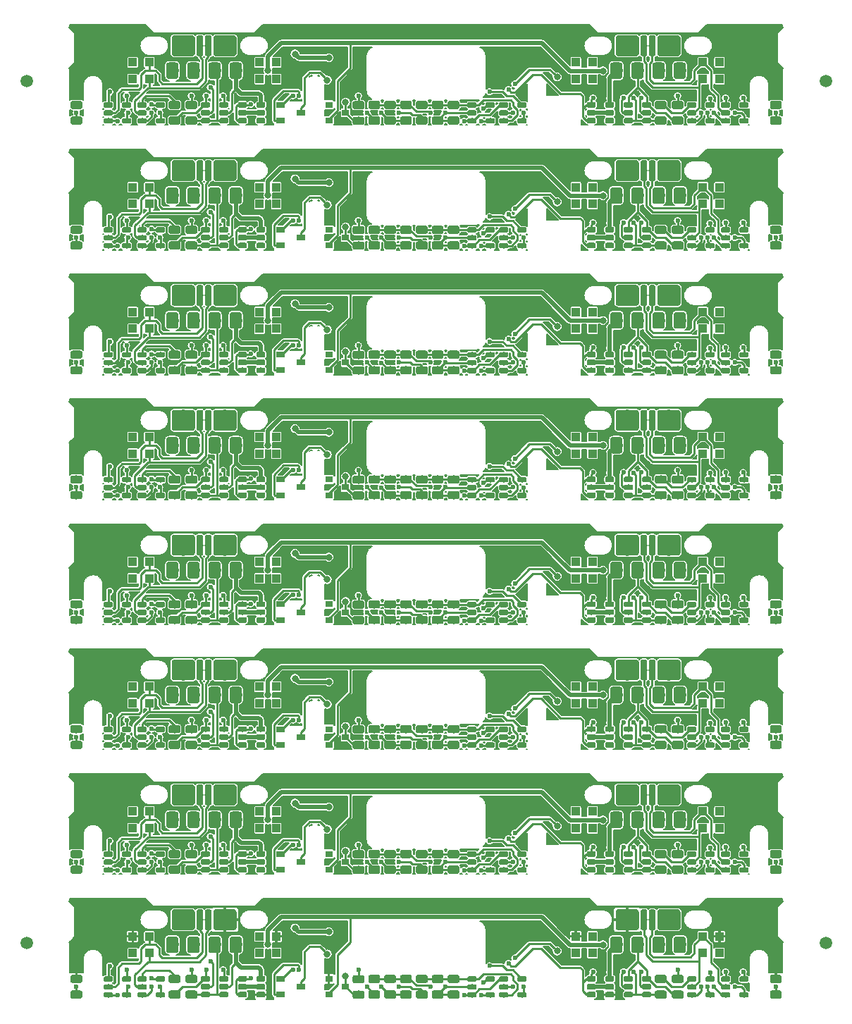
<source format=gbr>
G04 #@! TF.GenerationSoftware,KiCad,Pcbnew,(5.1.2)-2*
G04 #@! TF.CreationDate,2020-06-09T17:36:25+02:00*
G04 #@! TF.ProjectId,INTERFACE,494e5445-5246-4414-9345-2e6b69636164,rev?*
G04 #@! TF.SameCoordinates,Original*
G04 #@! TF.FileFunction,Copper,L1,Top*
G04 #@! TF.FilePolarity,Positive*
%FSLAX46Y46*%
G04 Gerber Fmt 4.6, Leading zero omitted, Abs format (unit mm)*
G04 Created by KiCad (PCBNEW (5.1.2)-2) date 2020-06-09 17:36:25*
%MOMM*%
%LPD*%
G04 APERTURE LIST*
%ADD10C,0.100000*%
%ADD11C,0.650000*%
%ADD12C,2.500000*%
%ADD13C,0.800000*%
%ADD14R,0.900000X0.800000*%
%ADD15R,1.000000X0.700000*%
%ADD16R,1.000000X1.000000*%
%ADD17C,0.975000*%
%ADD18C,1.500000*%
%ADD19C,0.600000*%
%ADD20C,0.250000*%
%ADD21C,0.508000*%
%ADD22C,0.127000*%
G04 APERTURE END LIST*
D10*
G36*
X105887428Y-5051182D02*
G01*
X105903202Y-5053522D01*
X105918671Y-5057397D01*
X105933686Y-5062770D01*
X105948102Y-5069588D01*
X105961780Y-5077786D01*
X105974589Y-5087286D01*
X105986405Y-5097995D01*
X105997114Y-5109811D01*
X106006614Y-5122620D01*
X106014812Y-5136298D01*
X106021630Y-5150714D01*
X106027003Y-5165729D01*
X106030878Y-5181198D01*
X106033218Y-5196972D01*
X106034000Y-5212900D01*
X106034000Y-5537900D01*
X106033218Y-5553828D01*
X106030878Y-5569602D01*
X106027003Y-5585071D01*
X106021630Y-5600086D01*
X106014812Y-5614502D01*
X106006614Y-5628180D01*
X105997114Y-5640989D01*
X105986405Y-5652805D01*
X105974589Y-5663514D01*
X105961780Y-5673014D01*
X105948102Y-5681212D01*
X105933686Y-5688030D01*
X105918671Y-5693403D01*
X105903202Y-5697278D01*
X105887428Y-5699618D01*
X105871500Y-5700400D01*
X105136500Y-5700400D01*
X105120572Y-5699618D01*
X105104798Y-5697278D01*
X105089329Y-5693403D01*
X105074314Y-5688030D01*
X105059898Y-5681212D01*
X105046220Y-5673014D01*
X105033411Y-5663514D01*
X105021595Y-5652805D01*
X105010886Y-5640989D01*
X105001386Y-5628180D01*
X104993188Y-5614502D01*
X104986370Y-5600086D01*
X104980997Y-5585071D01*
X104977122Y-5569602D01*
X104974782Y-5553828D01*
X104974000Y-5537900D01*
X104974000Y-5212900D01*
X104974782Y-5196972D01*
X104977122Y-5181198D01*
X104980997Y-5165729D01*
X104986370Y-5150714D01*
X104993188Y-5136298D01*
X105001386Y-5122620D01*
X105010886Y-5109811D01*
X105021595Y-5097995D01*
X105033411Y-5087286D01*
X105046220Y-5077786D01*
X105059898Y-5069588D01*
X105074314Y-5062770D01*
X105089329Y-5057397D01*
X105104798Y-5053522D01*
X105120572Y-5051182D01*
X105136500Y-5050400D01*
X105871500Y-5050400D01*
X105887428Y-5051182D01*
X105887428Y-5051182D01*
G37*
D11*
X105504000Y-5375400D03*
D10*
G36*
X105887428Y-6001182D02*
G01*
X105903202Y-6003522D01*
X105918671Y-6007397D01*
X105933686Y-6012770D01*
X105948102Y-6019588D01*
X105961780Y-6027786D01*
X105974589Y-6037286D01*
X105986405Y-6047995D01*
X105997114Y-6059811D01*
X106006614Y-6072620D01*
X106014812Y-6086298D01*
X106021630Y-6100714D01*
X106027003Y-6115729D01*
X106030878Y-6131198D01*
X106033218Y-6146972D01*
X106034000Y-6162900D01*
X106034000Y-6487900D01*
X106033218Y-6503828D01*
X106030878Y-6519602D01*
X106027003Y-6535071D01*
X106021630Y-6550086D01*
X106014812Y-6564502D01*
X106006614Y-6578180D01*
X105997114Y-6590989D01*
X105986405Y-6602805D01*
X105974589Y-6613514D01*
X105961780Y-6623014D01*
X105948102Y-6631212D01*
X105933686Y-6638030D01*
X105918671Y-6643403D01*
X105903202Y-6647278D01*
X105887428Y-6649618D01*
X105871500Y-6650400D01*
X105136500Y-6650400D01*
X105120572Y-6649618D01*
X105104798Y-6647278D01*
X105089329Y-6643403D01*
X105074314Y-6638030D01*
X105059898Y-6631212D01*
X105046220Y-6623014D01*
X105033411Y-6613514D01*
X105021595Y-6602805D01*
X105010886Y-6590989D01*
X105001386Y-6578180D01*
X104993188Y-6564502D01*
X104986370Y-6550086D01*
X104980997Y-6535071D01*
X104977122Y-6519602D01*
X104974782Y-6503828D01*
X104974000Y-6487900D01*
X104974000Y-6162900D01*
X104974782Y-6146972D01*
X104977122Y-6131198D01*
X104980997Y-6115729D01*
X104986370Y-6100714D01*
X104993188Y-6086298D01*
X105001386Y-6072620D01*
X105010886Y-6059811D01*
X105021595Y-6047995D01*
X105033411Y-6037286D01*
X105046220Y-6027786D01*
X105059898Y-6019588D01*
X105074314Y-6012770D01*
X105089329Y-6007397D01*
X105104798Y-6003522D01*
X105120572Y-6001182D01*
X105136500Y-6000400D01*
X105871500Y-6000400D01*
X105887428Y-6001182D01*
X105887428Y-6001182D01*
G37*
D11*
X105504000Y-6325400D03*
D10*
G36*
X105887428Y-6951182D02*
G01*
X105903202Y-6953522D01*
X105918671Y-6957397D01*
X105933686Y-6962770D01*
X105948102Y-6969588D01*
X105961780Y-6977786D01*
X105974589Y-6987286D01*
X105986405Y-6997995D01*
X105997114Y-7009811D01*
X106006614Y-7022620D01*
X106014812Y-7036298D01*
X106021630Y-7050714D01*
X106027003Y-7065729D01*
X106030878Y-7081198D01*
X106033218Y-7096972D01*
X106034000Y-7112900D01*
X106034000Y-7437900D01*
X106033218Y-7453828D01*
X106030878Y-7469602D01*
X106027003Y-7485071D01*
X106021630Y-7500086D01*
X106014812Y-7514502D01*
X106006614Y-7528180D01*
X105997114Y-7540989D01*
X105986405Y-7552805D01*
X105974589Y-7563514D01*
X105961780Y-7573014D01*
X105948102Y-7581212D01*
X105933686Y-7588030D01*
X105918671Y-7593403D01*
X105903202Y-7597278D01*
X105887428Y-7599618D01*
X105871500Y-7600400D01*
X105136500Y-7600400D01*
X105120572Y-7599618D01*
X105104798Y-7597278D01*
X105089329Y-7593403D01*
X105074314Y-7588030D01*
X105059898Y-7581212D01*
X105046220Y-7573014D01*
X105033411Y-7563514D01*
X105021595Y-7552805D01*
X105010886Y-7540989D01*
X105001386Y-7528180D01*
X104993188Y-7514502D01*
X104986370Y-7500086D01*
X104980997Y-7485071D01*
X104977122Y-7469602D01*
X104974782Y-7453828D01*
X104974000Y-7437900D01*
X104974000Y-7112900D01*
X104974782Y-7096972D01*
X104977122Y-7081198D01*
X104980997Y-7065729D01*
X104986370Y-7050714D01*
X104993188Y-7036298D01*
X105001386Y-7022620D01*
X105010886Y-7009811D01*
X105021595Y-6997995D01*
X105033411Y-6987286D01*
X105046220Y-6977786D01*
X105059898Y-6969588D01*
X105074314Y-6962770D01*
X105089329Y-6957397D01*
X105104798Y-6953522D01*
X105120572Y-6951182D01*
X105136500Y-6950400D01*
X105871500Y-6950400D01*
X105887428Y-6951182D01*
X105887428Y-6951182D01*
G37*
D11*
X105504000Y-7275400D03*
D10*
G36*
X108087428Y-6951182D02*
G01*
X108103202Y-6953522D01*
X108118671Y-6957397D01*
X108133686Y-6962770D01*
X108148102Y-6969588D01*
X108161780Y-6977786D01*
X108174589Y-6987286D01*
X108186405Y-6997995D01*
X108197114Y-7009811D01*
X108206614Y-7022620D01*
X108214812Y-7036298D01*
X108221630Y-7050714D01*
X108227003Y-7065729D01*
X108230878Y-7081198D01*
X108233218Y-7096972D01*
X108234000Y-7112900D01*
X108234000Y-7437900D01*
X108233218Y-7453828D01*
X108230878Y-7469602D01*
X108227003Y-7485071D01*
X108221630Y-7500086D01*
X108214812Y-7514502D01*
X108206614Y-7528180D01*
X108197114Y-7540989D01*
X108186405Y-7552805D01*
X108174589Y-7563514D01*
X108161780Y-7573014D01*
X108148102Y-7581212D01*
X108133686Y-7588030D01*
X108118671Y-7593403D01*
X108103202Y-7597278D01*
X108087428Y-7599618D01*
X108071500Y-7600400D01*
X107336500Y-7600400D01*
X107320572Y-7599618D01*
X107304798Y-7597278D01*
X107289329Y-7593403D01*
X107274314Y-7588030D01*
X107259898Y-7581212D01*
X107246220Y-7573014D01*
X107233411Y-7563514D01*
X107221595Y-7552805D01*
X107210886Y-7540989D01*
X107201386Y-7528180D01*
X107193188Y-7514502D01*
X107186370Y-7500086D01*
X107180997Y-7485071D01*
X107177122Y-7469602D01*
X107174782Y-7453828D01*
X107174000Y-7437900D01*
X107174000Y-7112900D01*
X107174782Y-7096972D01*
X107177122Y-7081198D01*
X107180997Y-7065729D01*
X107186370Y-7050714D01*
X107193188Y-7036298D01*
X107201386Y-7022620D01*
X107210886Y-7009811D01*
X107221595Y-6997995D01*
X107233411Y-6987286D01*
X107246220Y-6977786D01*
X107259898Y-6969588D01*
X107274314Y-6962770D01*
X107289329Y-6957397D01*
X107304798Y-6953522D01*
X107320572Y-6951182D01*
X107336500Y-6950400D01*
X108071500Y-6950400D01*
X108087428Y-6951182D01*
X108087428Y-6951182D01*
G37*
D11*
X107704000Y-7275400D03*
D10*
G36*
X108087428Y-5051182D02*
G01*
X108103202Y-5053522D01*
X108118671Y-5057397D01*
X108133686Y-5062770D01*
X108148102Y-5069588D01*
X108161780Y-5077786D01*
X108174589Y-5087286D01*
X108186405Y-5097995D01*
X108197114Y-5109811D01*
X108206614Y-5122620D01*
X108214812Y-5136298D01*
X108221630Y-5150714D01*
X108227003Y-5165729D01*
X108230878Y-5181198D01*
X108233218Y-5196972D01*
X108234000Y-5212900D01*
X108234000Y-5537900D01*
X108233218Y-5553828D01*
X108230878Y-5569602D01*
X108227003Y-5585071D01*
X108221630Y-5600086D01*
X108214812Y-5614502D01*
X108206614Y-5628180D01*
X108197114Y-5640989D01*
X108186405Y-5652805D01*
X108174589Y-5663514D01*
X108161780Y-5673014D01*
X108148102Y-5681212D01*
X108133686Y-5688030D01*
X108118671Y-5693403D01*
X108103202Y-5697278D01*
X108087428Y-5699618D01*
X108071500Y-5700400D01*
X107336500Y-5700400D01*
X107320572Y-5699618D01*
X107304798Y-5697278D01*
X107289329Y-5693403D01*
X107274314Y-5688030D01*
X107259898Y-5681212D01*
X107246220Y-5673014D01*
X107233411Y-5663514D01*
X107221595Y-5652805D01*
X107210886Y-5640989D01*
X107201386Y-5628180D01*
X107193188Y-5614502D01*
X107186370Y-5600086D01*
X107180997Y-5585071D01*
X107177122Y-5569602D01*
X107174782Y-5553828D01*
X107174000Y-5537900D01*
X107174000Y-5212900D01*
X107174782Y-5196972D01*
X107177122Y-5181198D01*
X107180997Y-5165729D01*
X107186370Y-5150714D01*
X107193188Y-5136298D01*
X107201386Y-5122620D01*
X107210886Y-5109811D01*
X107221595Y-5097995D01*
X107233411Y-5087286D01*
X107246220Y-5077786D01*
X107259898Y-5069588D01*
X107274314Y-5062770D01*
X107289329Y-5057397D01*
X107304798Y-5053522D01*
X107320572Y-5051182D01*
X107336500Y-5050400D01*
X108071500Y-5050400D01*
X108087428Y-5051182D01*
X108087428Y-5051182D01*
G37*
D11*
X107704000Y-5375400D03*
D10*
G36*
X71916561Y2998327D02*
G01*
X71950294Y2993323D01*
X71983374Y2985037D01*
X72015482Y2973548D01*
X72046310Y2958968D01*
X72075561Y2941436D01*
X72102952Y2921121D01*
X72128220Y2898220D01*
X72151121Y2872952D01*
X72171436Y2845561D01*
X72188968Y2816310D01*
X72203548Y2785482D01*
X72215037Y2753374D01*
X72223323Y2720294D01*
X72228327Y2686561D01*
X72230000Y2652500D01*
X72230000Y847500D01*
X72228327Y813439D01*
X72223323Y779706D01*
X72215037Y746626D01*
X72203548Y714518D01*
X72188968Y683690D01*
X72171436Y654439D01*
X72151121Y627048D01*
X72128220Y601780D01*
X72102952Y578879D01*
X72075561Y558564D01*
X72046310Y541032D01*
X72015482Y526452D01*
X71983374Y514963D01*
X71950294Y506677D01*
X71916561Y501673D01*
X71882500Y500000D01*
X69777500Y500000D01*
X69743439Y501673D01*
X69709706Y506677D01*
X69676626Y514963D01*
X69644518Y526452D01*
X69613690Y541032D01*
X69584439Y558564D01*
X69557048Y578879D01*
X69531780Y601780D01*
X69508879Y627048D01*
X69488564Y654439D01*
X69471032Y683690D01*
X69456452Y714518D01*
X69444963Y746626D01*
X69436677Y779706D01*
X69431673Y813439D01*
X69430000Y847500D01*
X69430000Y2652500D01*
X69431673Y2686561D01*
X69436677Y2720294D01*
X69444963Y2753374D01*
X69456452Y2785482D01*
X69471032Y2816310D01*
X69488564Y2845561D01*
X69508879Y2872952D01*
X69531780Y2898220D01*
X69557048Y2921121D01*
X69584439Y2941436D01*
X69613690Y2958968D01*
X69644518Y2973548D01*
X69676626Y2985037D01*
X69709706Y2993323D01*
X69743439Y2998327D01*
X69777500Y3000000D01*
X71882500Y3000000D01*
X71916561Y2998327D01*
X71916561Y2998327D01*
G37*
D12*
X70830000Y1750000D03*
D10*
G36*
X73004865Y2998798D02*
G01*
X73029095Y2995204D01*
X73052855Y2989252D01*
X73075918Y2981000D01*
X73098061Y2970528D01*
X73119070Y2957935D01*
X73138745Y2943343D01*
X73156894Y2926894D01*
X73173343Y2908745D01*
X73187935Y2889070D01*
X73200528Y2868061D01*
X73211000Y2845918D01*
X73219252Y2822855D01*
X73225204Y2799095D01*
X73228798Y2774865D01*
X73230000Y2750400D01*
X73230000Y749600D01*
X73228798Y725135D01*
X73225204Y700905D01*
X73219252Y677145D01*
X73211000Y654082D01*
X73200528Y631939D01*
X73187935Y610930D01*
X73173343Y591255D01*
X73156894Y573106D01*
X73138745Y556657D01*
X73119070Y542065D01*
X73098061Y529472D01*
X73075918Y519000D01*
X73052855Y510748D01*
X73029095Y504796D01*
X73004865Y501202D01*
X72980400Y500000D01*
X72679600Y500000D01*
X72655135Y501202D01*
X72630905Y504796D01*
X72607145Y510748D01*
X72584082Y519000D01*
X72561939Y529472D01*
X72540930Y542065D01*
X72521255Y556657D01*
X72503106Y573106D01*
X72486657Y591255D01*
X72472065Y610930D01*
X72459472Y631939D01*
X72449000Y654082D01*
X72440748Y677145D01*
X72434796Y700905D01*
X72431202Y725135D01*
X72430000Y749600D01*
X72430000Y2750400D01*
X72431202Y2774865D01*
X72434796Y2799095D01*
X72440748Y2822855D01*
X72449000Y2845918D01*
X72459472Y2868061D01*
X72472065Y2889070D01*
X72486657Y2908745D01*
X72503106Y2926894D01*
X72521255Y2943343D01*
X72540930Y2957935D01*
X72561939Y2970528D01*
X72584082Y2981000D01*
X72607145Y2989252D01*
X72630905Y2995204D01*
X72655135Y2998798D01*
X72679600Y3000000D01*
X72980400Y3000000D01*
X73004865Y2998798D01*
X73004865Y2998798D01*
G37*
D13*
X72830000Y1750000D03*
D10*
G36*
X74004865Y2998798D02*
G01*
X74029095Y2995204D01*
X74052855Y2989252D01*
X74075918Y2981000D01*
X74098061Y2970528D01*
X74119070Y2957935D01*
X74138745Y2943343D01*
X74156894Y2926894D01*
X74173343Y2908745D01*
X74187935Y2889070D01*
X74200528Y2868061D01*
X74211000Y2845918D01*
X74219252Y2822855D01*
X74225204Y2799095D01*
X74228798Y2774865D01*
X74230000Y2750400D01*
X74230000Y749600D01*
X74228798Y725135D01*
X74225204Y700905D01*
X74219252Y677145D01*
X74211000Y654082D01*
X74200528Y631939D01*
X74187935Y610930D01*
X74173343Y591255D01*
X74156894Y573106D01*
X74138745Y556657D01*
X74119070Y542065D01*
X74098061Y529472D01*
X74075918Y519000D01*
X74052855Y510748D01*
X74029095Y504796D01*
X74004865Y501202D01*
X73980400Y500000D01*
X73679600Y500000D01*
X73655135Y501202D01*
X73630905Y504796D01*
X73607145Y510748D01*
X73584082Y519000D01*
X73561939Y529472D01*
X73540930Y542065D01*
X73521255Y556657D01*
X73503106Y573106D01*
X73486657Y591255D01*
X73472065Y610930D01*
X73459472Y631939D01*
X73449000Y654082D01*
X73440748Y677145D01*
X73434796Y700905D01*
X73431202Y725135D01*
X73430000Y749600D01*
X73430000Y2750400D01*
X73431202Y2774865D01*
X73434796Y2799095D01*
X73440748Y2822855D01*
X73449000Y2845918D01*
X73459472Y2868061D01*
X73472065Y2889070D01*
X73486657Y2908745D01*
X73503106Y2926894D01*
X73521255Y2943343D01*
X73540930Y2957935D01*
X73561939Y2970528D01*
X73584082Y2981000D01*
X73607145Y2989252D01*
X73630905Y2995204D01*
X73655135Y2998798D01*
X73679600Y3000000D01*
X73980400Y3000000D01*
X74004865Y2998798D01*
X74004865Y2998798D01*
G37*
D13*
X73830000Y1750000D03*
D10*
G36*
X76916561Y2998327D02*
G01*
X76950294Y2993323D01*
X76983374Y2985037D01*
X77015482Y2973548D01*
X77046310Y2958968D01*
X77075561Y2941436D01*
X77102952Y2921121D01*
X77128220Y2898220D01*
X77151121Y2872952D01*
X77171436Y2845561D01*
X77188968Y2816310D01*
X77203548Y2785482D01*
X77215037Y2753374D01*
X77223323Y2720294D01*
X77228327Y2686561D01*
X77230000Y2652500D01*
X77230000Y847500D01*
X77228327Y813439D01*
X77223323Y779706D01*
X77215037Y746626D01*
X77203548Y714518D01*
X77188968Y683690D01*
X77171436Y654439D01*
X77151121Y627048D01*
X77128220Y601780D01*
X77102952Y578879D01*
X77075561Y558564D01*
X77046310Y541032D01*
X77015482Y526452D01*
X76983374Y514963D01*
X76950294Y506677D01*
X76916561Y501673D01*
X76882500Y500000D01*
X74777500Y500000D01*
X74743439Y501673D01*
X74709706Y506677D01*
X74676626Y514963D01*
X74644518Y526452D01*
X74613690Y541032D01*
X74584439Y558564D01*
X74557048Y578879D01*
X74531780Y601780D01*
X74508879Y627048D01*
X74488564Y654439D01*
X74471032Y683690D01*
X74456452Y714518D01*
X74444963Y746626D01*
X74436677Y779706D01*
X74431673Y813439D01*
X74430000Y847500D01*
X74430000Y2652500D01*
X74431673Y2686561D01*
X74436677Y2720294D01*
X74444963Y2753374D01*
X74456452Y2785482D01*
X74471032Y2816310D01*
X74488564Y2845561D01*
X74508879Y2872952D01*
X74531780Y2898220D01*
X74557048Y2921121D01*
X74584439Y2941436D01*
X74613690Y2958968D01*
X74644518Y2973548D01*
X74676626Y2985037D01*
X74709706Y2993323D01*
X74743439Y2998327D01*
X74777500Y3000000D01*
X76882500Y3000000D01*
X76916561Y2998327D01*
X76916561Y2998327D01*
G37*
D12*
X75830000Y1750000D03*
D10*
G36*
X125256561Y2998327D02*
G01*
X125290294Y2993323D01*
X125323374Y2985037D01*
X125355482Y2973548D01*
X125386310Y2958968D01*
X125415561Y2941436D01*
X125442952Y2921121D01*
X125468220Y2898220D01*
X125491121Y2872952D01*
X125511436Y2845561D01*
X125528968Y2816310D01*
X125543548Y2785482D01*
X125555037Y2753374D01*
X125563323Y2720294D01*
X125568327Y2686561D01*
X125570000Y2652500D01*
X125570000Y847500D01*
X125568327Y813439D01*
X125563323Y779706D01*
X125555037Y746626D01*
X125543548Y714518D01*
X125528968Y683690D01*
X125511436Y654439D01*
X125491121Y627048D01*
X125468220Y601780D01*
X125442952Y578879D01*
X125415561Y558564D01*
X125386310Y541032D01*
X125355482Y526452D01*
X125323374Y514963D01*
X125290294Y506677D01*
X125256561Y501673D01*
X125222500Y500000D01*
X123117500Y500000D01*
X123083439Y501673D01*
X123049706Y506677D01*
X123016626Y514963D01*
X122984518Y526452D01*
X122953690Y541032D01*
X122924439Y558564D01*
X122897048Y578879D01*
X122871780Y601780D01*
X122848879Y627048D01*
X122828564Y654439D01*
X122811032Y683690D01*
X122796452Y714518D01*
X122784963Y746626D01*
X122776677Y779706D01*
X122771673Y813439D01*
X122770000Y847500D01*
X122770000Y2652500D01*
X122771673Y2686561D01*
X122776677Y2720294D01*
X122784963Y2753374D01*
X122796452Y2785482D01*
X122811032Y2816310D01*
X122828564Y2845561D01*
X122848879Y2872952D01*
X122871780Y2898220D01*
X122897048Y2921121D01*
X122924439Y2941436D01*
X122953690Y2958968D01*
X122984518Y2973548D01*
X123016626Y2985037D01*
X123049706Y2993323D01*
X123083439Y2998327D01*
X123117500Y3000000D01*
X125222500Y3000000D01*
X125256561Y2998327D01*
X125256561Y2998327D01*
G37*
D12*
X124170000Y1750000D03*
D10*
G36*
X126344865Y2998798D02*
G01*
X126369095Y2995204D01*
X126392855Y2989252D01*
X126415918Y2981000D01*
X126438061Y2970528D01*
X126459070Y2957935D01*
X126478745Y2943343D01*
X126496894Y2926894D01*
X126513343Y2908745D01*
X126527935Y2889070D01*
X126540528Y2868061D01*
X126551000Y2845918D01*
X126559252Y2822855D01*
X126565204Y2799095D01*
X126568798Y2774865D01*
X126570000Y2750400D01*
X126570000Y749600D01*
X126568798Y725135D01*
X126565204Y700905D01*
X126559252Y677145D01*
X126551000Y654082D01*
X126540528Y631939D01*
X126527935Y610930D01*
X126513343Y591255D01*
X126496894Y573106D01*
X126478745Y556657D01*
X126459070Y542065D01*
X126438061Y529472D01*
X126415918Y519000D01*
X126392855Y510748D01*
X126369095Y504796D01*
X126344865Y501202D01*
X126320400Y500000D01*
X126019600Y500000D01*
X125995135Y501202D01*
X125970905Y504796D01*
X125947145Y510748D01*
X125924082Y519000D01*
X125901939Y529472D01*
X125880930Y542065D01*
X125861255Y556657D01*
X125843106Y573106D01*
X125826657Y591255D01*
X125812065Y610930D01*
X125799472Y631939D01*
X125789000Y654082D01*
X125780748Y677145D01*
X125774796Y700905D01*
X125771202Y725135D01*
X125770000Y749600D01*
X125770000Y2750400D01*
X125771202Y2774865D01*
X125774796Y2799095D01*
X125780748Y2822855D01*
X125789000Y2845918D01*
X125799472Y2868061D01*
X125812065Y2889070D01*
X125826657Y2908745D01*
X125843106Y2926894D01*
X125861255Y2943343D01*
X125880930Y2957935D01*
X125901939Y2970528D01*
X125924082Y2981000D01*
X125947145Y2989252D01*
X125970905Y2995204D01*
X125995135Y2998798D01*
X126019600Y3000000D01*
X126320400Y3000000D01*
X126344865Y2998798D01*
X126344865Y2998798D01*
G37*
D13*
X126170000Y1750000D03*
D10*
G36*
X127344865Y2998798D02*
G01*
X127369095Y2995204D01*
X127392855Y2989252D01*
X127415918Y2981000D01*
X127438061Y2970528D01*
X127459070Y2957935D01*
X127478745Y2943343D01*
X127496894Y2926894D01*
X127513343Y2908745D01*
X127527935Y2889070D01*
X127540528Y2868061D01*
X127551000Y2845918D01*
X127559252Y2822855D01*
X127565204Y2799095D01*
X127568798Y2774865D01*
X127570000Y2750400D01*
X127570000Y749600D01*
X127568798Y725135D01*
X127565204Y700905D01*
X127559252Y677145D01*
X127551000Y654082D01*
X127540528Y631939D01*
X127527935Y610930D01*
X127513343Y591255D01*
X127496894Y573106D01*
X127478745Y556657D01*
X127459070Y542065D01*
X127438061Y529472D01*
X127415918Y519000D01*
X127392855Y510748D01*
X127369095Y504796D01*
X127344865Y501202D01*
X127320400Y500000D01*
X127019600Y500000D01*
X126995135Y501202D01*
X126970905Y504796D01*
X126947145Y510748D01*
X126924082Y519000D01*
X126901939Y529472D01*
X126880930Y542065D01*
X126861255Y556657D01*
X126843106Y573106D01*
X126826657Y591255D01*
X126812065Y610930D01*
X126799472Y631939D01*
X126789000Y654082D01*
X126780748Y677145D01*
X126774796Y700905D01*
X126771202Y725135D01*
X126770000Y749600D01*
X126770000Y2750400D01*
X126771202Y2774865D01*
X126774796Y2799095D01*
X126780748Y2822855D01*
X126789000Y2845918D01*
X126799472Y2868061D01*
X126812065Y2889070D01*
X126826657Y2908745D01*
X126843106Y2926894D01*
X126861255Y2943343D01*
X126880930Y2957935D01*
X126901939Y2970528D01*
X126924082Y2981000D01*
X126947145Y2989252D01*
X126970905Y2995204D01*
X126995135Y2998798D01*
X127019600Y3000000D01*
X127320400Y3000000D01*
X127344865Y2998798D01*
X127344865Y2998798D01*
G37*
D13*
X127170000Y1750000D03*
D10*
G36*
X130256561Y2998327D02*
G01*
X130290294Y2993323D01*
X130323374Y2985037D01*
X130355482Y2973548D01*
X130386310Y2958968D01*
X130415561Y2941436D01*
X130442952Y2921121D01*
X130468220Y2898220D01*
X130491121Y2872952D01*
X130511436Y2845561D01*
X130528968Y2816310D01*
X130543548Y2785482D01*
X130555037Y2753374D01*
X130563323Y2720294D01*
X130568327Y2686561D01*
X130570000Y2652500D01*
X130570000Y847500D01*
X130568327Y813439D01*
X130563323Y779706D01*
X130555037Y746626D01*
X130543548Y714518D01*
X130528968Y683690D01*
X130511436Y654439D01*
X130491121Y627048D01*
X130468220Y601780D01*
X130442952Y578879D01*
X130415561Y558564D01*
X130386310Y541032D01*
X130355482Y526452D01*
X130323374Y514963D01*
X130290294Y506677D01*
X130256561Y501673D01*
X130222500Y500000D01*
X128117500Y500000D01*
X128083439Y501673D01*
X128049706Y506677D01*
X128016626Y514963D01*
X127984518Y526452D01*
X127953690Y541032D01*
X127924439Y558564D01*
X127897048Y578879D01*
X127871780Y601780D01*
X127848879Y627048D01*
X127828564Y654439D01*
X127811032Y683690D01*
X127796452Y714518D01*
X127784963Y746626D01*
X127776677Y779706D01*
X127771673Y813439D01*
X127770000Y847500D01*
X127770000Y2652500D01*
X127771673Y2686561D01*
X127776677Y2720294D01*
X127784963Y2753374D01*
X127796452Y2785482D01*
X127811032Y2816310D01*
X127828564Y2845561D01*
X127848879Y2872952D01*
X127871780Y2898220D01*
X127897048Y2921121D01*
X127924439Y2941436D01*
X127953690Y2958968D01*
X127984518Y2973548D01*
X128016626Y2985037D01*
X128049706Y2993323D01*
X128083439Y2998327D01*
X128117500Y3000000D01*
X130222500Y3000000D01*
X130256561Y2998327D01*
X130256561Y2998327D01*
G37*
D12*
X129170000Y1750000D03*
D14*
X88332000Y-5350000D03*
X88332000Y-7250000D03*
X90332000Y-6300000D03*
D15*
X82544000Y-5350000D03*
X82544000Y-7250000D03*
X84944000Y-6300000D03*
D10*
G36*
X62199428Y-5051182D02*
G01*
X62215202Y-5053522D01*
X62230671Y-5057397D01*
X62245686Y-5062770D01*
X62260102Y-5069588D01*
X62273780Y-5077786D01*
X62286589Y-5087286D01*
X62298405Y-5097995D01*
X62309114Y-5109811D01*
X62318614Y-5122620D01*
X62326812Y-5136298D01*
X62333630Y-5150714D01*
X62339003Y-5165729D01*
X62342878Y-5181198D01*
X62345218Y-5196972D01*
X62346000Y-5212900D01*
X62346000Y-5537900D01*
X62345218Y-5553828D01*
X62342878Y-5569602D01*
X62339003Y-5585071D01*
X62333630Y-5600086D01*
X62326812Y-5614502D01*
X62318614Y-5628180D01*
X62309114Y-5640989D01*
X62298405Y-5652805D01*
X62286589Y-5663514D01*
X62273780Y-5673014D01*
X62260102Y-5681212D01*
X62245686Y-5688030D01*
X62230671Y-5693403D01*
X62215202Y-5697278D01*
X62199428Y-5699618D01*
X62183500Y-5700400D01*
X61448500Y-5700400D01*
X61432572Y-5699618D01*
X61416798Y-5697278D01*
X61401329Y-5693403D01*
X61386314Y-5688030D01*
X61371898Y-5681212D01*
X61358220Y-5673014D01*
X61345411Y-5663514D01*
X61333595Y-5652805D01*
X61322886Y-5640989D01*
X61313386Y-5628180D01*
X61305188Y-5614502D01*
X61298370Y-5600086D01*
X61292997Y-5585071D01*
X61289122Y-5569602D01*
X61286782Y-5553828D01*
X61286000Y-5537900D01*
X61286000Y-5212900D01*
X61286782Y-5196972D01*
X61289122Y-5181198D01*
X61292997Y-5165729D01*
X61298370Y-5150714D01*
X61305188Y-5136298D01*
X61313386Y-5122620D01*
X61322886Y-5109811D01*
X61333595Y-5097995D01*
X61345411Y-5087286D01*
X61358220Y-5077786D01*
X61371898Y-5069588D01*
X61386314Y-5062770D01*
X61401329Y-5057397D01*
X61416798Y-5053522D01*
X61432572Y-5051182D01*
X61448500Y-5050400D01*
X62183500Y-5050400D01*
X62199428Y-5051182D01*
X62199428Y-5051182D01*
G37*
D11*
X61816000Y-5375400D03*
D10*
G36*
X62199428Y-6001182D02*
G01*
X62215202Y-6003522D01*
X62230671Y-6007397D01*
X62245686Y-6012770D01*
X62260102Y-6019588D01*
X62273780Y-6027786D01*
X62286589Y-6037286D01*
X62298405Y-6047995D01*
X62309114Y-6059811D01*
X62318614Y-6072620D01*
X62326812Y-6086298D01*
X62333630Y-6100714D01*
X62339003Y-6115729D01*
X62342878Y-6131198D01*
X62345218Y-6146972D01*
X62346000Y-6162900D01*
X62346000Y-6487900D01*
X62345218Y-6503828D01*
X62342878Y-6519602D01*
X62339003Y-6535071D01*
X62333630Y-6550086D01*
X62326812Y-6564502D01*
X62318614Y-6578180D01*
X62309114Y-6590989D01*
X62298405Y-6602805D01*
X62286589Y-6613514D01*
X62273780Y-6623014D01*
X62260102Y-6631212D01*
X62245686Y-6638030D01*
X62230671Y-6643403D01*
X62215202Y-6647278D01*
X62199428Y-6649618D01*
X62183500Y-6650400D01*
X61448500Y-6650400D01*
X61432572Y-6649618D01*
X61416798Y-6647278D01*
X61401329Y-6643403D01*
X61386314Y-6638030D01*
X61371898Y-6631212D01*
X61358220Y-6623014D01*
X61345411Y-6613514D01*
X61333595Y-6602805D01*
X61322886Y-6590989D01*
X61313386Y-6578180D01*
X61305188Y-6564502D01*
X61298370Y-6550086D01*
X61292997Y-6535071D01*
X61289122Y-6519602D01*
X61286782Y-6503828D01*
X61286000Y-6487900D01*
X61286000Y-6162900D01*
X61286782Y-6146972D01*
X61289122Y-6131198D01*
X61292997Y-6115729D01*
X61298370Y-6100714D01*
X61305188Y-6086298D01*
X61313386Y-6072620D01*
X61322886Y-6059811D01*
X61333595Y-6047995D01*
X61345411Y-6037286D01*
X61358220Y-6027786D01*
X61371898Y-6019588D01*
X61386314Y-6012770D01*
X61401329Y-6007397D01*
X61416798Y-6003522D01*
X61432572Y-6001182D01*
X61448500Y-6000400D01*
X62183500Y-6000400D01*
X62199428Y-6001182D01*
X62199428Y-6001182D01*
G37*
D11*
X61816000Y-6325400D03*
D10*
G36*
X62199428Y-6951182D02*
G01*
X62215202Y-6953522D01*
X62230671Y-6957397D01*
X62245686Y-6962770D01*
X62260102Y-6969588D01*
X62273780Y-6977786D01*
X62286589Y-6987286D01*
X62298405Y-6997995D01*
X62309114Y-7009811D01*
X62318614Y-7022620D01*
X62326812Y-7036298D01*
X62333630Y-7050714D01*
X62339003Y-7065729D01*
X62342878Y-7081198D01*
X62345218Y-7096972D01*
X62346000Y-7112900D01*
X62346000Y-7437900D01*
X62345218Y-7453828D01*
X62342878Y-7469602D01*
X62339003Y-7485071D01*
X62333630Y-7500086D01*
X62326812Y-7514502D01*
X62318614Y-7528180D01*
X62309114Y-7540989D01*
X62298405Y-7552805D01*
X62286589Y-7563514D01*
X62273780Y-7573014D01*
X62260102Y-7581212D01*
X62245686Y-7588030D01*
X62230671Y-7593403D01*
X62215202Y-7597278D01*
X62199428Y-7599618D01*
X62183500Y-7600400D01*
X61448500Y-7600400D01*
X61432572Y-7599618D01*
X61416798Y-7597278D01*
X61401329Y-7593403D01*
X61386314Y-7588030D01*
X61371898Y-7581212D01*
X61358220Y-7573014D01*
X61345411Y-7563514D01*
X61333595Y-7552805D01*
X61322886Y-7540989D01*
X61313386Y-7528180D01*
X61305188Y-7514502D01*
X61298370Y-7500086D01*
X61292997Y-7485071D01*
X61289122Y-7469602D01*
X61286782Y-7453828D01*
X61286000Y-7437900D01*
X61286000Y-7112900D01*
X61286782Y-7096972D01*
X61289122Y-7081198D01*
X61292997Y-7065729D01*
X61298370Y-7050714D01*
X61305188Y-7036298D01*
X61313386Y-7022620D01*
X61322886Y-7009811D01*
X61333595Y-6997995D01*
X61345411Y-6987286D01*
X61358220Y-6977786D01*
X61371898Y-6969588D01*
X61386314Y-6962770D01*
X61401329Y-6957397D01*
X61416798Y-6953522D01*
X61432572Y-6951182D01*
X61448500Y-6950400D01*
X62183500Y-6950400D01*
X62199428Y-6951182D01*
X62199428Y-6951182D01*
G37*
D11*
X61816000Y-7275400D03*
D10*
G36*
X64399428Y-6951182D02*
G01*
X64415202Y-6953522D01*
X64430671Y-6957397D01*
X64445686Y-6962770D01*
X64460102Y-6969588D01*
X64473780Y-6977786D01*
X64486589Y-6987286D01*
X64498405Y-6997995D01*
X64509114Y-7009811D01*
X64518614Y-7022620D01*
X64526812Y-7036298D01*
X64533630Y-7050714D01*
X64539003Y-7065729D01*
X64542878Y-7081198D01*
X64545218Y-7096972D01*
X64546000Y-7112900D01*
X64546000Y-7437900D01*
X64545218Y-7453828D01*
X64542878Y-7469602D01*
X64539003Y-7485071D01*
X64533630Y-7500086D01*
X64526812Y-7514502D01*
X64518614Y-7528180D01*
X64509114Y-7540989D01*
X64498405Y-7552805D01*
X64486589Y-7563514D01*
X64473780Y-7573014D01*
X64460102Y-7581212D01*
X64445686Y-7588030D01*
X64430671Y-7593403D01*
X64415202Y-7597278D01*
X64399428Y-7599618D01*
X64383500Y-7600400D01*
X63648500Y-7600400D01*
X63632572Y-7599618D01*
X63616798Y-7597278D01*
X63601329Y-7593403D01*
X63586314Y-7588030D01*
X63571898Y-7581212D01*
X63558220Y-7573014D01*
X63545411Y-7563514D01*
X63533595Y-7552805D01*
X63522886Y-7540989D01*
X63513386Y-7528180D01*
X63505188Y-7514502D01*
X63498370Y-7500086D01*
X63492997Y-7485071D01*
X63489122Y-7469602D01*
X63486782Y-7453828D01*
X63486000Y-7437900D01*
X63486000Y-7112900D01*
X63486782Y-7096972D01*
X63489122Y-7081198D01*
X63492997Y-7065729D01*
X63498370Y-7050714D01*
X63505188Y-7036298D01*
X63513386Y-7022620D01*
X63522886Y-7009811D01*
X63533595Y-6997995D01*
X63545411Y-6987286D01*
X63558220Y-6977786D01*
X63571898Y-6969588D01*
X63586314Y-6962770D01*
X63601329Y-6957397D01*
X63616798Y-6953522D01*
X63632572Y-6951182D01*
X63648500Y-6950400D01*
X64383500Y-6950400D01*
X64399428Y-6951182D01*
X64399428Y-6951182D01*
G37*
D11*
X64016000Y-7275400D03*
D10*
G36*
X64399428Y-5051182D02*
G01*
X64415202Y-5053522D01*
X64430671Y-5057397D01*
X64445686Y-5062770D01*
X64460102Y-5069588D01*
X64473780Y-5077786D01*
X64486589Y-5087286D01*
X64498405Y-5097995D01*
X64509114Y-5109811D01*
X64518614Y-5122620D01*
X64526812Y-5136298D01*
X64533630Y-5150714D01*
X64539003Y-5165729D01*
X64542878Y-5181198D01*
X64545218Y-5196972D01*
X64546000Y-5212900D01*
X64546000Y-5537900D01*
X64545218Y-5553828D01*
X64542878Y-5569602D01*
X64539003Y-5585071D01*
X64533630Y-5600086D01*
X64526812Y-5614502D01*
X64518614Y-5628180D01*
X64509114Y-5640989D01*
X64498405Y-5652805D01*
X64486589Y-5663514D01*
X64473780Y-5673014D01*
X64460102Y-5681212D01*
X64445686Y-5688030D01*
X64430671Y-5693403D01*
X64415202Y-5697278D01*
X64399428Y-5699618D01*
X64383500Y-5700400D01*
X63648500Y-5700400D01*
X63632572Y-5699618D01*
X63616798Y-5697278D01*
X63601329Y-5693403D01*
X63586314Y-5688030D01*
X63571898Y-5681212D01*
X63558220Y-5673014D01*
X63545411Y-5663514D01*
X63533595Y-5652805D01*
X63522886Y-5640989D01*
X63513386Y-5628180D01*
X63505188Y-5614502D01*
X63498370Y-5600086D01*
X63492997Y-5585071D01*
X63489122Y-5569602D01*
X63486782Y-5553828D01*
X63486000Y-5537900D01*
X63486000Y-5212900D01*
X63486782Y-5196972D01*
X63489122Y-5181198D01*
X63492997Y-5165729D01*
X63498370Y-5150714D01*
X63505188Y-5136298D01*
X63513386Y-5122620D01*
X63522886Y-5109811D01*
X63533595Y-5097995D01*
X63545411Y-5087286D01*
X63558220Y-5077786D01*
X63571898Y-5069588D01*
X63586314Y-5062770D01*
X63601329Y-5057397D01*
X63616798Y-5053522D01*
X63632572Y-5051182D01*
X63648500Y-5050400D01*
X64383500Y-5050400D01*
X64399428Y-5051182D01*
X64399428Y-5051182D01*
G37*
D11*
X64016000Y-5375400D03*
D16*
X64750000Y-2250000D03*
X66750000Y-250000D03*
X66750000Y-2250000D03*
X64750000Y-250000D03*
X135250000Y-250000D03*
X133250000Y-2250000D03*
X133250000Y-250000D03*
X135250000Y-2250000D03*
D10*
G36*
X132303428Y-5051182D02*
G01*
X132319202Y-5053522D01*
X132334671Y-5057397D01*
X132349686Y-5062770D01*
X132364102Y-5069588D01*
X132377780Y-5077786D01*
X132390589Y-5087286D01*
X132402405Y-5097995D01*
X132413114Y-5109811D01*
X132422614Y-5122620D01*
X132430812Y-5136298D01*
X132437630Y-5150714D01*
X132443003Y-5165729D01*
X132446878Y-5181198D01*
X132449218Y-5196972D01*
X132450000Y-5212900D01*
X132450000Y-5537900D01*
X132449218Y-5553828D01*
X132446878Y-5569602D01*
X132443003Y-5585071D01*
X132437630Y-5600086D01*
X132430812Y-5614502D01*
X132422614Y-5628180D01*
X132413114Y-5640989D01*
X132402405Y-5652805D01*
X132390589Y-5663514D01*
X132377780Y-5673014D01*
X132364102Y-5681212D01*
X132349686Y-5688030D01*
X132334671Y-5693403D01*
X132319202Y-5697278D01*
X132303428Y-5699618D01*
X132287500Y-5700400D01*
X131552500Y-5700400D01*
X131536572Y-5699618D01*
X131520798Y-5697278D01*
X131505329Y-5693403D01*
X131490314Y-5688030D01*
X131475898Y-5681212D01*
X131462220Y-5673014D01*
X131449411Y-5663514D01*
X131437595Y-5652805D01*
X131426886Y-5640989D01*
X131417386Y-5628180D01*
X131409188Y-5614502D01*
X131402370Y-5600086D01*
X131396997Y-5585071D01*
X131393122Y-5569602D01*
X131390782Y-5553828D01*
X131390000Y-5537900D01*
X131390000Y-5212900D01*
X131390782Y-5196972D01*
X131393122Y-5181198D01*
X131396997Y-5165729D01*
X131402370Y-5150714D01*
X131409188Y-5136298D01*
X131417386Y-5122620D01*
X131426886Y-5109811D01*
X131437595Y-5097995D01*
X131449411Y-5087286D01*
X131462220Y-5077786D01*
X131475898Y-5069588D01*
X131490314Y-5062770D01*
X131505329Y-5057397D01*
X131520798Y-5053522D01*
X131536572Y-5051182D01*
X131552500Y-5050400D01*
X132287500Y-5050400D01*
X132303428Y-5051182D01*
X132303428Y-5051182D01*
G37*
D11*
X131920000Y-5375400D03*
D10*
G36*
X132303428Y-6001182D02*
G01*
X132319202Y-6003522D01*
X132334671Y-6007397D01*
X132349686Y-6012770D01*
X132364102Y-6019588D01*
X132377780Y-6027786D01*
X132390589Y-6037286D01*
X132402405Y-6047995D01*
X132413114Y-6059811D01*
X132422614Y-6072620D01*
X132430812Y-6086298D01*
X132437630Y-6100714D01*
X132443003Y-6115729D01*
X132446878Y-6131198D01*
X132449218Y-6146972D01*
X132450000Y-6162900D01*
X132450000Y-6487900D01*
X132449218Y-6503828D01*
X132446878Y-6519602D01*
X132443003Y-6535071D01*
X132437630Y-6550086D01*
X132430812Y-6564502D01*
X132422614Y-6578180D01*
X132413114Y-6590989D01*
X132402405Y-6602805D01*
X132390589Y-6613514D01*
X132377780Y-6623014D01*
X132364102Y-6631212D01*
X132349686Y-6638030D01*
X132334671Y-6643403D01*
X132319202Y-6647278D01*
X132303428Y-6649618D01*
X132287500Y-6650400D01*
X131552500Y-6650400D01*
X131536572Y-6649618D01*
X131520798Y-6647278D01*
X131505329Y-6643403D01*
X131490314Y-6638030D01*
X131475898Y-6631212D01*
X131462220Y-6623014D01*
X131449411Y-6613514D01*
X131437595Y-6602805D01*
X131426886Y-6590989D01*
X131417386Y-6578180D01*
X131409188Y-6564502D01*
X131402370Y-6550086D01*
X131396997Y-6535071D01*
X131393122Y-6519602D01*
X131390782Y-6503828D01*
X131390000Y-6487900D01*
X131390000Y-6162900D01*
X131390782Y-6146972D01*
X131393122Y-6131198D01*
X131396997Y-6115729D01*
X131402370Y-6100714D01*
X131409188Y-6086298D01*
X131417386Y-6072620D01*
X131426886Y-6059811D01*
X131437595Y-6047995D01*
X131449411Y-6037286D01*
X131462220Y-6027786D01*
X131475898Y-6019588D01*
X131490314Y-6012770D01*
X131505329Y-6007397D01*
X131520798Y-6003522D01*
X131536572Y-6001182D01*
X131552500Y-6000400D01*
X132287500Y-6000400D01*
X132303428Y-6001182D01*
X132303428Y-6001182D01*
G37*
D11*
X131920000Y-6325400D03*
D10*
G36*
X132303428Y-6951182D02*
G01*
X132319202Y-6953522D01*
X132334671Y-6957397D01*
X132349686Y-6962770D01*
X132364102Y-6969588D01*
X132377780Y-6977786D01*
X132390589Y-6987286D01*
X132402405Y-6997995D01*
X132413114Y-7009811D01*
X132422614Y-7022620D01*
X132430812Y-7036298D01*
X132437630Y-7050714D01*
X132443003Y-7065729D01*
X132446878Y-7081198D01*
X132449218Y-7096972D01*
X132450000Y-7112900D01*
X132450000Y-7437900D01*
X132449218Y-7453828D01*
X132446878Y-7469602D01*
X132443003Y-7485071D01*
X132437630Y-7500086D01*
X132430812Y-7514502D01*
X132422614Y-7528180D01*
X132413114Y-7540989D01*
X132402405Y-7552805D01*
X132390589Y-7563514D01*
X132377780Y-7573014D01*
X132364102Y-7581212D01*
X132349686Y-7588030D01*
X132334671Y-7593403D01*
X132319202Y-7597278D01*
X132303428Y-7599618D01*
X132287500Y-7600400D01*
X131552500Y-7600400D01*
X131536572Y-7599618D01*
X131520798Y-7597278D01*
X131505329Y-7593403D01*
X131490314Y-7588030D01*
X131475898Y-7581212D01*
X131462220Y-7573014D01*
X131449411Y-7563514D01*
X131437595Y-7552805D01*
X131426886Y-7540989D01*
X131417386Y-7528180D01*
X131409188Y-7514502D01*
X131402370Y-7500086D01*
X131396997Y-7485071D01*
X131393122Y-7469602D01*
X131390782Y-7453828D01*
X131390000Y-7437900D01*
X131390000Y-7112900D01*
X131390782Y-7096972D01*
X131393122Y-7081198D01*
X131396997Y-7065729D01*
X131402370Y-7050714D01*
X131409188Y-7036298D01*
X131417386Y-7022620D01*
X131426886Y-7009811D01*
X131437595Y-6997995D01*
X131449411Y-6987286D01*
X131462220Y-6977786D01*
X131475898Y-6969588D01*
X131490314Y-6962770D01*
X131505329Y-6957397D01*
X131520798Y-6953522D01*
X131536572Y-6951182D01*
X131552500Y-6950400D01*
X132287500Y-6950400D01*
X132303428Y-6951182D01*
X132303428Y-6951182D01*
G37*
D11*
X131920000Y-7275400D03*
D10*
G36*
X134503428Y-6951182D02*
G01*
X134519202Y-6953522D01*
X134534671Y-6957397D01*
X134549686Y-6962770D01*
X134564102Y-6969588D01*
X134577780Y-6977786D01*
X134590589Y-6987286D01*
X134602405Y-6997995D01*
X134613114Y-7009811D01*
X134622614Y-7022620D01*
X134630812Y-7036298D01*
X134637630Y-7050714D01*
X134643003Y-7065729D01*
X134646878Y-7081198D01*
X134649218Y-7096972D01*
X134650000Y-7112900D01*
X134650000Y-7437900D01*
X134649218Y-7453828D01*
X134646878Y-7469602D01*
X134643003Y-7485071D01*
X134637630Y-7500086D01*
X134630812Y-7514502D01*
X134622614Y-7528180D01*
X134613114Y-7540989D01*
X134602405Y-7552805D01*
X134590589Y-7563514D01*
X134577780Y-7573014D01*
X134564102Y-7581212D01*
X134549686Y-7588030D01*
X134534671Y-7593403D01*
X134519202Y-7597278D01*
X134503428Y-7599618D01*
X134487500Y-7600400D01*
X133752500Y-7600400D01*
X133736572Y-7599618D01*
X133720798Y-7597278D01*
X133705329Y-7593403D01*
X133690314Y-7588030D01*
X133675898Y-7581212D01*
X133662220Y-7573014D01*
X133649411Y-7563514D01*
X133637595Y-7552805D01*
X133626886Y-7540989D01*
X133617386Y-7528180D01*
X133609188Y-7514502D01*
X133602370Y-7500086D01*
X133596997Y-7485071D01*
X133593122Y-7469602D01*
X133590782Y-7453828D01*
X133590000Y-7437900D01*
X133590000Y-7112900D01*
X133590782Y-7096972D01*
X133593122Y-7081198D01*
X133596997Y-7065729D01*
X133602370Y-7050714D01*
X133609188Y-7036298D01*
X133617386Y-7022620D01*
X133626886Y-7009811D01*
X133637595Y-6997995D01*
X133649411Y-6987286D01*
X133662220Y-6977786D01*
X133675898Y-6969588D01*
X133690314Y-6962770D01*
X133705329Y-6957397D01*
X133720798Y-6953522D01*
X133736572Y-6951182D01*
X133752500Y-6950400D01*
X134487500Y-6950400D01*
X134503428Y-6951182D01*
X134503428Y-6951182D01*
G37*
D11*
X134120000Y-7275400D03*
D10*
G36*
X134503428Y-5051182D02*
G01*
X134519202Y-5053522D01*
X134534671Y-5057397D01*
X134549686Y-5062770D01*
X134564102Y-5069588D01*
X134577780Y-5077786D01*
X134590589Y-5087286D01*
X134602405Y-5097995D01*
X134613114Y-5109811D01*
X134622614Y-5122620D01*
X134630812Y-5136298D01*
X134637630Y-5150714D01*
X134643003Y-5165729D01*
X134646878Y-5181198D01*
X134649218Y-5196972D01*
X134650000Y-5212900D01*
X134650000Y-5537900D01*
X134649218Y-5553828D01*
X134646878Y-5569602D01*
X134643003Y-5585071D01*
X134637630Y-5600086D01*
X134630812Y-5614502D01*
X134622614Y-5628180D01*
X134613114Y-5640989D01*
X134602405Y-5652805D01*
X134590589Y-5663514D01*
X134577780Y-5673014D01*
X134564102Y-5681212D01*
X134549686Y-5688030D01*
X134534671Y-5693403D01*
X134519202Y-5697278D01*
X134503428Y-5699618D01*
X134487500Y-5700400D01*
X133752500Y-5700400D01*
X133736572Y-5699618D01*
X133720798Y-5697278D01*
X133705329Y-5693403D01*
X133690314Y-5688030D01*
X133675898Y-5681212D01*
X133662220Y-5673014D01*
X133649411Y-5663514D01*
X133637595Y-5652805D01*
X133626886Y-5640989D01*
X133617386Y-5628180D01*
X133609188Y-5614502D01*
X133602370Y-5600086D01*
X133596997Y-5585071D01*
X133593122Y-5569602D01*
X133590782Y-5553828D01*
X133590000Y-5537900D01*
X133590000Y-5212900D01*
X133590782Y-5196972D01*
X133593122Y-5181198D01*
X133596997Y-5165729D01*
X133602370Y-5150714D01*
X133609188Y-5136298D01*
X133617386Y-5122620D01*
X133626886Y-5109811D01*
X133637595Y-5097995D01*
X133649411Y-5087286D01*
X133662220Y-5077786D01*
X133675898Y-5069588D01*
X133690314Y-5062770D01*
X133705329Y-5057397D01*
X133720798Y-5053522D01*
X133736572Y-5051182D01*
X133752500Y-5050400D01*
X134487500Y-5050400D01*
X134503428Y-5051182D01*
X134503428Y-5051182D01*
G37*
D11*
X134120000Y-5375400D03*
D10*
G36*
X130706142Y-6754174D02*
G01*
X130729803Y-6757684D01*
X130753007Y-6763496D01*
X130775529Y-6771554D01*
X130797153Y-6781782D01*
X130817670Y-6794079D01*
X130836883Y-6808329D01*
X130854607Y-6824393D01*
X130870671Y-6842117D01*
X130884921Y-6861330D01*
X130897218Y-6881847D01*
X130907446Y-6903471D01*
X130915504Y-6925993D01*
X130921316Y-6949197D01*
X130924826Y-6972858D01*
X130926000Y-6996750D01*
X130926000Y-7484250D01*
X130924826Y-7508142D01*
X130921316Y-7531803D01*
X130915504Y-7555007D01*
X130907446Y-7577529D01*
X130897218Y-7599153D01*
X130884921Y-7619670D01*
X130870671Y-7638883D01*
X130854607Y-7656607D01*
X130836883Y-7672671D01*
X130817670Y-7686921D01*
X130797153Y-7699218D01*
X130775529Y-7709446D01*
X130753007Y-7717504D01*
X130729803Y-7723316D01*
X130706142Y-7726826D01*
X130682250Y-7728000D01*
X129769750Y-7728000D01*
X129745858Y-7726826D01*
X129722197Y-7723316D01*
X129698993Y-7717504D01*
X129676471Y-7709446D01*
X129654847Y-7699218D01*
X129634330Y-7686921D01*
X129615117Y-7672671D01*
X129597393Y-7656607D01*
X129581329Y-7638883D01*
X129567079Y-7619670D01*
X129554782Y-7599153D01*
X129544554Y-7577529D01*
X129536496Y-7555007D01*
X129530684Y-7531803D01*
X129527174Y-7508142D01*
X129526000Y-7484250D01*
X129526000Y-6996750D01*
X129527174Y-6972858D01*
X129530684Y-6949197D01*
X129536496Y-6925993D01*
X129544554Y-6903471D01*
X129554782Y-6881847D01*
X129567079Y-6861330D01*
X129581329Y-6842117D01*
X129597393Y-6824393D01*
X129615117Y-6808329D01*
X129634330Y-6794079D01*
X129654847Y-6781782D01*
X129676471Y-6771554D01*
X129698993Y-6763496D01*
X129722197Y-6757684D01*
X129745858Y-6754174D01*
X129769750Y-6753000D01*
X130682250Y-6753000D01*
X130706142Y-6754174D01*
X130706142Y-6754174D01*
G37*
D17*
X130226000Y-7240500D03*
D10*
G36*
X130706142Y-4879174D02*
G01*
X130729803Y-4882684D01*
X130753007Y-4888496D01*
X130775529Y-4896554D01*
X130797153Y-4906782D01*
X130817670Y-4919079D01*
X130836883Y-4933329D01*
X130854607Y-4949393D01*
X130870671Y-4967117D01*
X130884921Y-4986330D01*
X130897218Y-5006847D01*
X130907446Y-5028471D01*
X130915504Y-5050993D01*
X130921316Y-5074197D01*
X130924826Y-5097858D01*
X130926000Y-5121750D01*
X130926000Y-5609250D01*
X130924826Y-5633142D01*
X130921316Y-5656803D01*
X130915504Y-5680007D01*
X130907446Y-5702529D01*
X130897218Y-5724153D01*
X130884921Y-5744670D01*
X130870671Y-5763883D01*
X130854607Y-5781607D01*
X130836883Y-5797671D01*
X130817670Y-5811921D01*
X130797153Y-5824218D01*
X130775529Y-5834446D01*
X130753007Y-5842504D01*
X130729803Y-5848316D01*
X130706142Y-5851826D01*
X130682250Y-5853000D01*
X129769750Y-5853000D01*
X129745858Y-5851826D01*
X129722197Y-5848316D01*
X129698993Y-5842504D01*
X129676471Y-5834446D01*
X129654847Y-5824218D01*
X129634330Y-5811921D01*
X129615117Y-5797671D01*
X129597393Y-5781607D01*
X129581329Y-5763883D01*
X129567079Y-5744670D01*
X129554782Y-5724153D01*
X129544554Y-5702529D01*
X129536496Y-5680007D01*
X129530684Y-5656803D01*
X129527174Y-5633142D01*
X129526000Y-5609250D01*
X129526000Y-5121750D01*
X129527174Y-5097858D01*
X129530684Y-5074197D01*
X129536496Y-5050993D01*
X129544554Y-5028471D01*
X129554782Y-5006847D01*
X129567079Y-4986330D01*
X129581329Y-4967117D01*
X129597393Y-4949393D01*
X129615117Y-4933329D01*
X129634330Y-4919079D01*
X129654847Y-4906782D01*
X129676471Y-4896554D01*
X129698993Y-4888496D01*
X129722197Y-4882684D01*
X129745858Y-4879174D01*
X129769750Y-4878000D01*
X130682250Y-4878000D01*
X130706142Y-4879174D01*
X130706142Y-4879174D01*
G37*
D17*
X130226000Y-5365500D03*
D16*
X82000000Y-2250000D03*
X80000000Y-250000D03*
X80000000Y-2250000D03*
X82000000Y-250000D03*
X118000000Y-250000D03*
X120000000Y-2250000D03*
X120000000Y-250000D03*
X118000000Y-2250000D03*
D10*
G36*
X124683428Y-5025782D02*
G01*
X124699202Y-5028122D01*
X124714671Y-5031997D01*
X124729686Y-5037370D01*
X124744102Y-5044188D01*
X124757780Y-5052386D01*
X124770589Y-5061886D01*
X124782405Y-5072595D01*
X124793114Y-5084411D01*
X124802614Y-5097220D01*
X124810812Y-5110898D01*
X124817630Y-5125314D01*
X124823003Y-5140329D01*
X124826878Y-5155798D01*
X124829218Y-5171572D01*
X124830000Y-5187500D01*
X124830000Y-5512500D01*
X124829218Y-5528428D01*
X124826878Y-5544202D01*
X124823003Y-5559671D01*
X124817630Y-5574686D01*
X124810812Y-5589102D01*
X124802614Y-5602780D01*
X124793114Y-5615589D01*
X124782405Y-5627405D01*
X124770589Y-5638114D01*
X124757780Y-5647614D01*
X124744102Y-5655812D01*
X124729686Y-5662630D01*
X124714671Y-5668003D01*
X124699202Y-5671878D01*
X124683428Y-5674218D01*
X124667500Y-5675000D01*
X123932500Y-5675000D01*
X123916572Y-5674218D01*
X123900798Y-5671878D01*
X123885329Y-5668003D01*
X123870314Y-5662630D01*
X123855898Y-5655812D01*
X123842220Y-5647614D01*
X123829411Y-5638114D01*
X123817595Y-5627405D01*
X123806886Y-5615589D01*
X123797386Y-5602780D01*
X123789188Y-5589102D01*
X123782370Y-5574686D01*
X123776997Y-5559671D01*
X123773122Y-5544202D01*
X123770782Y-5528428D01*
X123770000Y-5512500D01*
X123770000Y-5187500D01*
X123770782Y-5171572D01*
X123773122Y-5155798D01*
X123776997Y-5140329D01*
X123782370Y-5125314D01*
X123789188Y-5110898D01*
X123797386Y-5097220D01*
X123806886Y-5084411D01*
X123817595Y-5072595D01*
X123829411Y-5061886D01*
X123842220Y-5052386D01*
X123855898Y-5044188D01*
X123870314Y-5037370D01*
X123885329Y-5031997D01*
X123900798Y-5028122D01*
X123916572Y-5025782D01*
X123932500Y-5025000D01*
X124667500Y-5025000D01*
X124683428Y-5025782D01*
X124683428Y-5025782D01*
G37*
D11*
X124300000Y-5350000D03*
D10*
G36*
X124683428Y-5975782D02*
G01*
X124699202Y-5978122D01*
X124714671Y-5981997D01*
X124729686Y-5987370D01*
X124744102Y-5994188D01*
X124757780Y-6002386D01*
X124770589Y-6011886D01*
X124782405Y-6022595D01*
X124793114Y-6034411D01*
X124802614Y-6047220D01*
X124810812Y-6060898D01*
X124817630Y-6075314D01*
X124823003Y-6090329D01*
X124826878Y-6105798D01*
X124829218Y-6121572D01*
X124830000Y-6137500D01*
X124830000Y-6462500D01*
X124829218Y-6478428D01*
X124826878Y-6494202D01*
X124823003Y-6509671D01*
X124817630Y-6524686D01*
X124810812Y-6539102D01*
X124802614Y-6552780D01*
X124793114Y-6565589D01*
X124782405Y-6577405D01*
X124770589Y-6588114D01*
X124757780Y-6597614D01*
X124744102Y-6605812D01*
X124729686Y-6612630D01*
X124714671Y-6618003D01*
X124699202Y-6621878D01*
X124683428Y-6624218D01*
X124667500Y-6625000D01*
X123932500Y-6625000D01*
X123916572Y-6624218D01*
X123900798Y-6621878D01*
X123885329Y-6618003D01*
X123870314Y-6612630D01*
X123855898Y-6605812D01*
X123842220Y-6597614D01*
X123829411Y-6588114D01*
X123817595Y-6577405D01*
X123806886Y-6565589D01*
X123797386Y-6552780D01*
X123789188Y-6539102D01*
X123782370Y-6524686D01*
X123776997Y-6509671D01*
X123773122Y-6494202D01*
X123770782Y-6478428D01*
X123770000Y-6462500D01*
X123770000Y-6137500D01*
X123770782Y-6121572D01*
X123773122Y-6105798D01*
X123776997Y-6090329D01*
X123782370Y-6075314D01*
X123789188Y-6060898D01*
X123797386Y-6047220D01*
X123806886Y-6034411D01*
X123817595Y-6022595D01*
X123829411Y-6011886D01*
X123842220Y-6002386D01*
X123855898Y-5994188D01*
X123870314Y-5987370D01*
X123885329Y-5981997D01*
X123900798Y-5978122D01*
X123916572Y-5975782D01*
X123932500Y-5975000D01*
X124667500Y-5975000D01*
X124683428Y-5975782D01*
X124683428Y-5975782D01*
G37*
D11*
X124300000Y-6300000D03*
D10*
G36*
X124683428Y-6925782D02*
G01*
X124699202Y-6928122D01*
X124714671Y-6931997D01*
X124729686Y-6937370D01*
X124744102Y-6944188D01*
X124757780Y-6952386D01*
X124770589Y-6961886D01*
X124782405Y-6972595D01*
X124793114Y-6984411D01*
X124802614Y-6997220D01*
X124810812Y-7010898D01*
X124817630Y-7025314D01*
X124823003Y-7040329D01*
X124826878Y-7055798D01*
X124829218Y-7071572D01*
X124830000Y-7087500D01*
X124830000Y-7412500D01*
X124829218Y-7428428D01*
X124826878Y-7444202D01*
X124823003Y-7459671D01*
X124817630Y-7474686D01*
X124810812Y-7489102D01*
X124802614Y-7502780D01*
X124793114Y-7515589D01*
X124782405Y-7527405D01*
X124770589Y-7538114D01*
X124757780Y-7547614D01*
X124744102Y-7555812D01*
X124729686Y-7562630D01*
X124714671Y-7568003D01*
X124699202Y-7571878D01*
X124683428Y-7574218D01*
X124667500Y-7575000D01*
X123932500Y-7575000D01*
X123916572Y-7574218D01*
X123900798Y-7571878D01*
X123885329Y-7568003D01*
X123870314Y-7562630D01*
X123855898Y-7555812D01*
X123842220Y-7547614D01*
X123829411Y-7538114D01*
X123817595Y-7527405D01*
X123806886Y-7515589D01*
X123797386Y-7502780D01*
X123789188Y-7489102D01*
X123782370Y-7474686D01*
X123776997Y-7459671D01*
X123773122Y-7444202D01*
X123770782Y-7428428D01*
X123770000Y-7412500D01*
X123770000Y-7087500D01*
X123770782Y-7071572D01*
X123773122Y-7055798D01*
X123776997Y-7040329D01*
X123782370Y-7025314D01*
X123789188Y-7010898D01*
X123797386Y-6997220D01*
X123806886Y-6984411D01*
X123817595Y-6972595D01*
X123829411Y-6961886D01*
X123842220Y-6952386D01*
X123855898Y-6944188D01*
X123870314Y-6937370D01*
X123885329Y-6931997D01*
X123900798Y-6928122D01*
X123916572Y-6925782D01*
X123932500Y-6925000D01*
X124667500Y-6925000D01*
X124683428Y-6925782D01*
X124683428Y-6925782D01*
G37*
D11*
X124300000Y-7250000D03*
D10*
G36*
X126883428Y-6925782D02*
G01*
X126899202Y-6928122D01*
X126914671Y-6931997D01*
X126929686Y-6937370D01*
X126944102Y-6944188D01*
X126957780Y-6952386D01*
X126970589Y-6961886D01*
X126982405Y-6972595D01*
X126993114Y-6984411D01*
X127002614Y-6997220D01*
X127010812Y-7010898D01*
X127017630Y-7025314D01*
X127023003Y-7040329D01*
X127026878Y-7055798D01*
X127029218Y-7071572D01*
X127030000Y-7087500D01*
X127030000Y-7412500D01*
X127029218Y-7428428D01*
X127026878Y-7444202D01*
X127023003Y-7459671D01*
X127017630Y-7474686D01*
X127010812Y-7489102D01*
X127002614Y-7502780D01*
X126993114Y-7515589D01*
X126982405Y-7527405D01*
X126970589Y-7538114D01*
X126957780Y-7547614D01*
X126944102Y-7555812D01*
X126929686Y-7562630D01*
X126914671Y-7568003D01*
X126899202Y-7571878D01*
X126883428Y-7574218D01*
X126867500Y-7575000D01*
X126132500Y-7575000D01*
X126116572Y-7574218D01*
X126100798Y-7571878D01*
X126085329Y-7568003D01*
X126070314Y-7562630D01*
X126055898Y-7555812D01*
X126042220Y-7547614D01*
X126029411Y-7538114D01*
X126017595Y-7527405D01*
X126006886Y-7515589D01*
X125997386Y-7502780D01*
X125989188Y-7489102D01*
X125982370Y-7474686D01*
X125976997Y-7459671D01*
X125973122Y-7444202D01*
X125970782Y-7428428D01*
X125970000Y-7412500D01*
X125970000Y-7087500D01*
X125970782Y-7071572D01*
X125973122Y-7055798D01*
X125976997Y-7040329D01*
X125982370Y-7025314D01*
X125989188Y-7010898D01*
X125997386Y-6997220D01*
X126006886Y-6984411D01*
X126017595Y-6972595D01*
X126029411Y-6961886D01*
X126042220Y-6952386D01*
X126055898Y-6944188D01*
X126070314Y-6937370D01*
X126085329Y-6931997D01*
X126100798Y-6928122D01*
X126116572Y-6925782D01*
X126132500Y-6925000D01*
X126867500Y-6925000D01*
X126883428Y-6925782D01*
X126883428Y-6925782D01*
G37*
D11*
X126500000Y-7250000D03*
D10*
G36*
X126883428Y-5025782D02*
G01*
X126899202Y-5028122D01*
X126914671Y-5031997D01*
X126929686Y-5037370D01*
X126944102Y-5044188D01*
X126957780Y-5052386D01*
X126970589Y-5061886D01*
X126982405Y-5072595D01*
X126993114Y-5084411D01*
X127002614Y-5097220D01*
X127010812Y-5110898D01*
X127017630Y-5125314D01*
X127023003Y-5140329D01*
X127026878Y-5155798D01*
X127029218Y-5171572D01*
X127030000Y-5187500D01*
X127030000Y-5512500D01*
X127029218Y-5528428D01*
X127026878Y-5544202D01*
X127023003Y-5559671D01*
X127017630Y-5574686D01*
X127010812Y-5589102D01*
X127002614Y-5602780D01*
X126993114Y-5615589D01*
X126982405Y-5627405D01*
X126970589Y-5638114D01*
X126957780Y-5647614D01*
X126944102Y-5655812D01*
X126929686Y-5662630D01*
X126914671Y-5668003D01*
X126899202Y-5671878D01*
X126883428Y-5674218D01*
X126867500Y-5675000D01*
X126132500Y-5675000D01*
X126116572Y-5674218D01*
X126100798Y-5671878D01*
X126085329Y-5668003D01*
X126070314Y-5662630D01*
X126055898Y-5655812D01*
X126042220Y-5647614D01*
X126029411Y-5638114D01*
X126017595Y-5627405D01*
X126006886Y-5615589D01*
X125997386Y-5602780D01*
X125989188Y-5589102D01*
X125982370Y-5574686D01*
X125976997Y-5559671D01*
X125973122Y-5544202D01*
X125970782Y-5528428D01*
X125970000Y-5512500D01*
X125970000Y-5187500D01*
X125970782Y-5171572D01*
X125973122Y-5155798D01*
X125976997Y-5140329D01*
X125982370Y-5125314D01*
X125989188Y-5110898D01*
X125997386Y-5097220D01*
X126006886Y-5084411D01*
X126017595Y-5072595D01*
X126029411Y-5061886D01*
X126042220Y-5052386D01*
X126055898Y-5044188D01*
X126070314Y-5037370D01*
X126085329Y-5031997D01*
X126100798Y-5028122D01*
X126116572Y-5025782D01*
X126132500Y-5025000D01*
X126867500Y-5025000D01*
X126883428Y-5025782D01*
X126883428Y-5025782D01*
G37*
D11*
X126500000Y-5350000D03*
D10*
G36*
X126883428Y-5975782D02*
G01*
X126899202Y-5978122D01*
X126914671Y-5981997D01*
X126929686Y-5987370D01*
X126944102Y-5994188D01*
X126957780Y-6002386D01*
X126970589Y-6011886D01*
X126982405Y-6022595D01*
X126993114Y-6034411D01*
X127002614Y-6047220D01*
X127010812Y-6060898D01*
X127017630Y-6075314D01*
X127023003Y-6090329D01*
X127026878Y-6105798D01*
X127029218Y-6121572D01*
X127030000Y-6137500D01*
X127030000Y-6462500D01*
X127029218Y-6478428D01*
X127026878Y-6494202D01*
X127023003Y-6509671D01*
X127017630Y-6524686D01*
X127010812Y-6539102D01*
X127002614Y-6552780D01*
X126993114Y-6565589D01*
X126982405Y-6577405D01*
X126970589Y-6588114D01*
X126957780Y-6597614D01*
X126944102Y-6605812D01*
X126929686Y-6612630D01*
X126914671Y-6618003D01*
X126899202Y-6621878D01*
X126883428Y-6624218D01*
X126867500Y-6625000D01*
X126132500Y-6625000D01*
X126116572Y-6624218D01*
X126100798Y-6621878D01*
X126085329Y-6618003D01*
X126070314Y-6612630D01*
X126055898Y-6605812D01*
X126042220Y-6597614D01*
X126029411Y-6588114D01*
X126017595Y-6577405D01*
X126006886Y-6565589D01*
X125997386Y-6552780D01*
X125989188Y-6539102D01*
X125982370Y-6524686D01*
X125976997Y-6509671D01*
X125973122Y-6494202D01*
X125970782Y-6478428D01*
X125970000Y-6462500D01*
X125970000Y-6137500D01*
X125970782Y-6121572D01*
X125973122Y-6105798D01*
X125976997Y-6090329D01*
X125982370Y-6075314D01*
X125989188Y-6060898D01*
X125997386Y-6047220D01*
X126006886Y-6034411D01*
X126017595Y-6022595D01*
X126029411Y-6011886D01*
X126042220Y-6002386D01*
X126055898Y-5994188D01*
X126070314Y-5987370D01*
X126085329Y-5981997D01*
X126100798Y-5978122D01*
X126116572Y-5975782D01*
X126132500Y-5975000D01*
X126867500Y-5975000D01*
X126883428Y-5975782D01*
X126883428Y-5975782D01*
G37*
D11*
X126500000Y-6300000D03*
D10*
G36*
X78328428Y-5025782D02*
G01*
X78344202Y-5028122D01*
X78359671Y-5031997D01*
X78374686Y-5037370D01*
X78389102Y-5044188D01*
X78402780Y-5052386D01*
X78415589Y-5061886D01*
X78427405Y-5072595D01*
X78438114Y-5084411D01*
X78447614Y-5097220D01*
X78455812Y-5110898D01*
X78462630Y-5125314D01*
X78468003Y-5140329D01*
X78471878Y-5155798D01*
X78474218Y-5171572D01*
X78475000Y-5187500D01*
X78475000Y-5512500D01*
X78474218Y-5528428D01*
X78471878Y-5544202D01*
X78468003Y-5559671D01*
X78462630Y-5574686D01*
X78455812Y-5589102D01*
X78447614Y-5602780D01*
X78438114Y-5615589D01*
X78427405Y-5627405D01*
X78415589Y-5638114D01*
X78402780Y-5647614D01*
X78389102Y-5655812D01*
X78374686Y-5662630D01*
X78359671Y-5668003D01*
X78344202Y-5671878D01*
X78328428Y-5674218D01*
X78312500Y-5675000D01*
X77577500Y-5675000D01*
X77561572Y-5674218D01*
X77545798Y-5671878D01*
X77530329Y-5668003D01*
X77515314Y-5662630D01*
X77500898Y-5655812D01*
X77487220Y-5647614D01*
X77474411Y-5638114D01*
X77462595Y-5627405D01*
X77451886Y-5615589D01*
X77442386Y-5602780D01*
X77434188Y-5589102D01*
X77427370Y-5574686D01*
X77421997Y-5559671D01*
X77418122Y-5544202D01*
X77415782Y-5528428D01*
X77415000Y-5512500D01*
X77415000Y-5187500D01*
X77415782Y-5171572D01*
X77418122Y-5155798D01*
X77421997Y-5140329D01*
X77427370Y-5125314D01*
X77434188Y-5110898D01*
X77442386Y-5097220D01*
X77451886Y-5084411D01*
X77462595Y-5072595D01*
X77474411Y-5061886D01*
X77487220Y-5052386D01*
X77500898Y-5044188D01*
X77515314Y-5037370D01*
X77530329Y-5031997D01*
X77545798Y-5028122D01*
X77561572Y-5025782D01*
X77577500Y-5025000D01*
X78312500Y-5025000D01*
X78328428Y-5025782D01*
X78328428Y-5025782D01*
G37*
D11*
X77945000Y-5350000D03*
D10*
G36*
X78328428Y-5975782D02*
G01*
X78344202Y-5978122D01*
X78359671Y-5981997D01*
X78374686Y-5987370D01*
X78389102Y-5994188D01*
X78402780Y-6002386D01*
X78415589Y-6011886D01*
X78427405Y-6022595D01*
X78438114Y-6034411D01*
X78447614Y-6047220D01*
X78455812Y-6060898D01*
X78462630Y-6075314D01*
X78468003Y-6090329D01*
X78471878Y-6105798D01*
X78474218Y-6121572D01*
X78475000Y-6137500D01*
X78475000Y-6462500D01*
X78474218Y-6478428D01*
X78471878Y-6494202D01*
X78468003Y-6509671D01*
X78462630Y-6524686D01*
X78455812Y-6539102D01*
X78447614Y-6552780D01*
X78438114Y-6565589D01*
X78427405Y-6577405D01*
X78415589Y-6588114D01*
X78402780Y-6597614D01*
X78389102Y-6605812D01*
X78374686Y-6612630D01*
X78359671Y-6618003D01*
X78344202Y-6621878D01*
X78328428Y-6624218D01*
X78312500Y-6625000D01*
X77577500Y-6625000D01*
X77561572Y-6624218D01*
X77545798Y-6621878D01*
X77530329Y-6618003D01*
X77515314Y-6612630D01*
X77500898Y-6605812D01*
X77487220Y-6597614D01*
X77474411Y-6588114D01*
X77462595Y-6577405D01*
X77451886Y-6565589D01*
X77442386Y-6552780D01*
X77434188Y-6539102D01*
X77427370Y-6524686D01*
X77421997Y-6509671D01*
X77418122Y-6494202D01*
X77415782Y-6478428D01*
X77415000Y-6462500D01*
X77415000Y-6137500D01*
X77415782Y-6121572D01*
X77418122Y-6105798D01*
X77421997Y-6090329D01*
X77427370Y-6075314D01*
X77434188Y-6060898D01*
X77442386Y-6047220D01*
X77451886Y-6034411D01*
X77462595Y-6022595D01*
X77474411Y-6011886D01*
X77487220Y-6002386D01*
X77500898Y-5994188D01*
X77515314Y-5987370D01*
X77530329Y-5981997D01*
X77545798Y-5978122D01*
X77561572Y-5975782D01*
X77577500Y-5975000D01*
X78312500Y-5975000D01*
X78328428Y-5975782D01*
X78328428Y-5975782D01*
G37*
D11*
X77945000Y-6300000D03*
D10*
G36*
X78328428Y-6925782D02*
G01*
X78344202Y-6928122D01*
X78359671Y-6931997D01*
X78374686Y-6937370D01*
X78389102Y-6944188D01*
X78402780Y-6952386D01*
X78415589Y-6961886D01*
X78427405Y-6972595D01*
X78438114Y-6984411D01*
X78447614Y-6997220D01*
X78455812Y-7010898D01*
X78462630Y-7025314D01*
X78468003Y-7040329D01*
X78471878Y-7055798D01*
X78474218Y-7071572D01*
X78475000Y-7087500D01*
X78475000Y-7412500D01*
X78474218Y-7428428D01*
X78471878Y-7444202D01*
X78468003Y-7459671D01*
X78462630Y-7474686D01*
X78455812Y-7489102D01*
X78447614Y-7502780D01*
X78438114Y-7515589D01*
X78427405Y-7527405D01*
X78415589Y-7538114D01*
X78402780Y-7547614D01*
X78389102Y-7555812D01*
X78374686Y-7562630D01*
X78359671Y-7568003D01*
X78344202Y-7571878D01*
X78328428Y-7574218D01*
X78312500Y-7575000D01*
X77577500Y-7575000D01*
X77561572Y-7574218D01*
X77545798Y-7571878D01*
X77530329Y-7568003D01*
X77515314Y-7562630D01*
X77500898Y-7555812D01*
X77487220Y-7547614D01*
X77474411Y-7538114D01*
X77462595Y-7527405D01*
X77451886Y-7515589D01*
X77442386Y-7502780D01*
X77434188Y-7489102D01*
X77427370Y-7474686D01*
X77421997Y-7459671D01*
X77418122Y-7444202D01*
X77415782Y-7428428D01*
X77415000Y-7412500D01*
X77415000Y-7087500D01*
X77415782Y-7071572D01*
X77418122Y-7055798D01*
X77421997Y-7040329D01*
X77427370Y-7025314D01*
X77434188Y-7010898D01*
X77442386Y-6997220D01*
X77451886Y-6984411D01*
X77462595Y-6972595D01*
X77474411Y-6961886D01*
X77487220Y-6952386D01*
X77500898Y-6944188D01*
X77515314Y-6937370D01*
X77530329Y-6931997D01*
X77545798Y-6928122D01*
X77561572Y-6925782D01*
X77577500Y-6925000D01*
X78312500Y-6925000D01*
X78328428Y-6925782D01*
X78328428Y-6925782D01*
G37*
D11*
X77945000Y-7250000D03*
D10*
G36*
X80528428Y-6925782D02*
G01*
X80544202Y-6928122D01*
X80559671Y-6931997D01*
X80574686Y-6937370D01*
X80589102Y-6944188D01*
X80602780Y-6952386D01*
X80615589Y-6961886D01*
X80627405Y-6972595D01*
X80638114Y-6984411D01*
X80647614Y-6997220D01*
X80655812Y-7010898D01*
X80662630Y-7025314D01*
X80668003Y-7040329D01*
X80671878Y-7055798D01*
X80674218Y-7071572D01*
X80675000Y-7087500D01*
X80675000Y-7412500D01*
X80674218Y-7428428D01*
X80671878Y-7444202D01*
X80668003Y-7459671D01*
X80662630Y-7474686D01*
X80655812Y-7489102D01*
X80647614Y-7502780D01*
X80638114Y-7515589D01*
X80627405Y-7527405D01*
X80615589Y-7538114D01*
X80602780Y-7547614D01*
X80589102Y-7555812D01*
X80574686Y-7562630D01*
X80559671Y-7568003D01*
X80544202Y-7571878D01*
X80528428Y-7574218D01*
X80512500Y-7575000D01*
X79777500Y-7575000D01*
X79761572Y-7574218D01*
X79745798Y-7571878D01*
X79730329Y-7568003D01*
X79715314Y-7562630D01*
X79700898Y-7555812D01*
X79687220Y-7547614D01*
X79674411Y-7538114D01*
X79662595Y-7527405D01*
X79651886Y-7515589D01*
X79642386Y-7502780D01*
X79634188Y-7489102D01*
X79627370Y-7474686D01*
X79621997Y-7459671D01*
X79618122Y-7444202D01*
X79615782Y-7428428D01*
X79615000Y-7412500D01*
X79615000Y-7087500D01*
X79615782Y-7071572D01*
X79618122Y-7055798D01*
X79621997Y-7040329D01*
X79627370Y-7025314D01*
X79634188Y-7010898D01*
X79642386Y-6997220D01*
X79651886Y-6984411D01*
X79662595Y-6972595D01*
X79674411Y-6961886D01*
X79687220Y-6952386D01*
X79700898Y-6944188D01*
X79715314Y-6937370D01*
X79730329Y-6931997D01*
X79745798Y-6928122D01*
X79761572Y-6925782D01*
X79777500Y-6925000D01*
X80512500Y-6925000D01*
X80528428Y-6925782D01*
X80528428Y-6925782D01*
G37*
D11*
X80145000Y-7250000D03*
D10*
G36*
X80528428Y-5025782D02*
G01*
X80544202Y-5028122D01*
X80559671Y-5031997D01*
X80574686Y-5037370D01*
X80589102Y-5044188D01*
X80602780Y-5052386D01*
X80615589Y-5061886D01*
X80627405Y-5072595D01*
X80638114Y-5084411D01*
X80647614Y-5097220D01*
X80655812Y-5110898D01*
X80662630Y-5125314D01*
X80668003Y-5140329D01*
X80671878Y-5155798D01*
X80674218Y-5171572D01*
X80675000Y-5187500D01*
X80675000Y-5512500D01*
X80674218Y-5528428D01*
X80671878Y-5544202D01*
X80668003Y-5559671D01*
X80662630Y-5574686D01*
X80655812Y-5589102D01*
X80647614Y-5602780D01*
X80638114Y-5615589D01*
X80627405Y-5627405D01*
X80615589Y-5638114D01*
X80602780Y-5647614D01*
X80589102Y-5655812D01*
X80574686Y-5662630D01*
X80559671Y-5668003D01*
X80544202Y-5671878D01*
X80528428Y-5674218D01*
X80512500Y-5675000D01*
X79777500Y-5675000D01*
X79761572Y-5674218D01*
X79745798Y-5671878D01*
X79730329Y-5668003D01*
X79715314Y-5662630D01*
X79700898Y-5655812D01*
X79687220Y-5647614D01*
X79674411Y-5638114D01*
X79662595Y-5627405D01*
X79651886Y-5615589D01*
X79642386Y-5602780D01*
X79634188Y-5589102D01*
X79627370Y-5574686D01*
X79621997Y-5559671D01*
X79618122Y-5544202D01*
X79615782Y-5528428D01*
X79615000Y-5512500D01*
X79615000Y-5187500D01*
X79615782Y-5171572D01*
X79618122Y-5155798D01*
X79621997Y-5140329D01*
X79627370Y-5125314D01*
X79634188Y-5110898D01*
X79642386Y-5097220D01*
X79651886Y-5084411D01*
X79662595Y-5072595D01*
X79674411Y-5061886D01*
X79687220Y-5052386D01*
X79700898Y-5044188D01*
X79715314Y-5037370D01*
X79730329Y-5031997D01*
X79745798Y-5028122D01*
X79761572Y-5025782D01*
X79777500Y-5025000D01*
X80512500Y-5025000D01*
X80528428Y-5025782D01*
X80528428Y-5025782D01*
G37*
D11*
X80145000Y-5350000D03*
D10*
G36*
X80528428Y-5975782D02*
G01*
X80544202Y-5978122D01*
X80559671Y-5981997D01*
X80574686Y-5987370D01*
X80589102Y-5994188D01*
X80602780Y-6002386D01*
X80615589Y-6011886D01*
X80627405Y-6022595D01*
X80638114Y-6034411D01*
X80647614Y-6047220D01*
X80655812Y-6060898D01*
X80662630Y-6075314D01*
X80668003Y-6090329D01*
X80671878Y-6105798D01*
X80674218Y-6121572D01*
X80675000Y-6137500D01*
X80675000Y-6462500D01*
X80674218Y-6478428D01*
X80671878Y-6494202D01*
X80668003Y-6509671D01*
X80662630Y-6524686D01*
X80655812Y-6539102D01*
X80647614Y-6552780D01*
X80638114Y-6565589D01*
X80627405Y-6577405D01*
X80615589Y-6588114D01*
X80602780Y-6597614D01*
X80589102Y-6605812D01*
X80574686Y-6612630D01*
X80559671Y-6618003D01*
X80544202Y-6621878D01*
X80528428Y-6624218D01*
X80512500Y-6625000D01*
X79777500Y-6625000D01*
X79761572Y-6624218D01*
X79745798Y-6621878D01*
X79730329Y-6618003D01*
X79715314Y-6612630D01*
X79700898Y-6605812D01*
X79687220Y-6597614D01*
X79674411Y-6588114D01*
X79662595Y-6577405D01*
X79651886Y-6565589D01*
X79642386Y-6552780D01*
X79634188Y-6539102D01*
X79627370Y-6524686D01*
X79621997Y-6509671D01*
X79618122Y-6494202D01*
X79615782Y-6478428D01*
X79615000Y-6462500D01*
X79615000Y-6137500D01*
X79615782Y-6121572D01*
X79618122Y-6105798D01*
X79621997Y-6090329D01*
X79627370Y-6075314D01*
X79634188Y-6060898D01*
X79642386Y-6047220D01*
X79651886Y-6034411D01*
X79662595Y-6022595D01*
X79674411Y-6011886D01*
X79687220Y-6002386D01*
X79700898Y-5994188D01*
X79715314Y-5987370D01*
X79730329Y-5981997D01*
X79745798Y-5978122D01*
X79761572Y-5975782D01*
X79777500Y-5975000D01*
X80512500Y-5975000D01*
X80528428Y-5975782D01*
X80528428Y-5975782D01*
G37*
D11*
X80145000Y-6300000D03*
D10*
G36*
X70254142Y-6754174D02*
G01*
X70277803Y-6757684D01*
X70301007Y-6763496D01*
X70323529Y-6771554D01*
X70345153Y-6781782D01*
X70365670Y-6794079D01*
X70384883Y-6808329D01*
X70402607Y-6824393D01*
X70418671Y-6842117D01*
X70432921Y-6861330D01*
X70445218Y-6881847D01*
X70455446Y-6903471D01*
X70463504Y-6925993D01*
X70469316Y-6949197D01*
X70472826Y-6972858D01*
X70474000Y-6996750D01*
X70474000Y-7484250D01*
X70472826Y-7508142D01*
X70469316Y-7531803D01*
X70463504Y-7555007D01*
X70455446Y-7577529D01*
X70445218Y-7599153D01*
X70432921Y-7619670D01*
X70418671Y-7638883D01*
X70402607Y-7656607D01*
X70384883Y-7672671D01*
X70365670Y-7686921D01*
X70345153Y-7699218D01*
X70323529Y-7709446D01*
X70301007Y-7717504D01*
X70277803Y-7723316D01*
X70254142Y-7726826D01*
X70230250Y-7728000D01*
X69317750Y-7728000D01*
X69293858Y-7726826D01*
X69270197Y-7723316D01*
X69246993Y-7717504D01*
X69224471Y-7709446D01*
X69202847Y-7699218D01*
X69182330Y-7686921D01*
X69163117Y-7672671D01*
X69145393Y-7656607D01*
X69129329Y-7638883D01*
X69115079Y-7619670D01*
X69102782Y-7599153D01*
X69092554Y-7577529D01*
X69084496Y-7555007D01*
X69078684Y-7531803D01*
X69075174Y-7508142D01*
X69074000Y-7484250D01*
X69074000Y-6996750D01*
X69075174Y-6972858D01*
X69078684Y-6949197D01*
X69084496Y-6925993D01*
X69092554Y-6903471D01*
X69102782Y-6881847D01*
X69115079Y-6861330D01*
X69129329Y-6842117D01*
X69145393Y-6824393D01*
X69163117Y-6808329D01*
X69182330Y-6794079D01*
X69202847Y-6781782D01*
X69224471Y-6771554D01*
X69246993Y-6763496D01*
X69270197Y-6757684D01*
X69293858Y-6754174D01*
X69317750Y-6753000D01*
X70230250Y-6753000D01*
X70254142Y-6754174D01*
X70254142Y-6754174D01*
G37*
D17*
X69774000Y-7240500D03*
D10*
G36*
X70254142Y-4879174D02*
G01*
X70277803Y-4882684D01*
X70301007Y-4888496D01*
X70323529Y-4896554D01*
X70345153Y-4906782D01*
X70365670Y-4919079D01*
X70384883Y-4933329D01*
X70402607Y-4949393D01*
X70418671Y-4967117D01*
X70432921Y-4986330D01*
X70445218Y-5006847D01*
X70455446Y-5028471D01*
X70463504Y-5050993D01*
X70469316Y-5074197D01*
X70472826Y-5097858D01*
X70474000Y-5121750D01*
X70474000Y-5609250D01*
X70472826Y-5633142D01*
X70469316Y-5656803D01*
X70463504Y-5680007D01*
X70455446Y-5702529D01*
X70445218Y-5724153D01*
X70432921Y-5744670D01*
X70418671Y-5763883D01*
X70402607Y-5781607D01*
X70384883Y-5797671D01*
X70365670Y-5811921D01*
X70345153Y-5824218D01*
X70323529Y-5834446D01*
X70301007Y-5842504D01*
X70277803Y-5848316D01*
X70254142Y-5851826D01*
X70230250Y-5853000D01*
X69317750Y-5853000D01*
X69293858Y-5851826D01*
X69270197Y-5848316D01*
X69246993Y-5842504D01*
X69224471Y-5834446D01*
X69202847Y-5824218D01*
X69182330Y-5811921D01*
X69163117Y-5797671D01*
X69145393Y-5781607D01*
X69129329Y-5763883D01*
X69115079Y-5744670D01*
X69102782Y-5724153D01*
X69092554Y-5702529D01*
X69084496Y-5680007D01*
X69078684Y-5656803D01*
X69075174Y-5633142D01*
X69074000Y-5609250D01*
X69074000Y-5121750D01*
X69075174Y-5097858D01*
X69078684Y-5074197D01*
X69084496Y-5050993D01*
X69092554Y-5028471D01*
X69102782Y-5006847D01*
X69115079Y-4986330D01*
X69129329Y-4967117D01*
X69145393Y-4949393D01*
X69163117Y-4933329D01*
X69182330Y-4919079D01*
X69202847Y-4906782D01*
X69224471Y-4896554D01*
X69246993Y-4888496D01*
X69270197Y-4882684D01*
X69293858Y-4879174D01*
X69317750Y-4878000D01*
X70230250Y-4878000D01*
X70254142Y-4879174D01*
X70254142Y-4879174D01*
G37*
D17*
X69774000Y-5365500D03*
D10*
G36*
X120238428Y-5025782D02*
G01*
X120254202Y-5028122D01*
X120269671Y-5031997D01*
X120284686Y-5037370D01*
X120299102Y-5044188D01*
X120312780Y-5052386D01*
X120325589Y-5061886D01*
X120337405Y-5072595D01*
X120348114Y-5084411D01*
X120357614Y-5097220D01*
X120365812Y-5110898D01*
X120372630Y-5125314D01*
X120378003Y-5140329D01*
X120381878Y-5155798D01*
X120384218Y-5171572D01*
X120385000Y-5187500D01*
X120385000Y-5512500D01*
X120384218Y-5528428D01*
X120381878Y-5544202D01*
X120378003Y-5559671D01*
X120372630Y-5574686D01*
X120365812Y-5589102D01*
X120357614Y-5602780D01*
X120348114Y-5615589D01*
X120337405Y-5627405D01*
X120325589Y-5638114D01*
X120312780Y-5647614D01*
X120299102Y-5655812D01*
X120284686Y-5662630D01*
X120269671Y-5668003D01*
X120254202Y-5671878D01*
X120238428Y-5674218D01*
X120222500Y-5675000D01*
X119487500Y-5675000D01*
X119471572Y-5674218D01*
X119455798Y-5671878D01*
X119440329Y-5668003D01*
X119425314Y-5662630D01*
X119410898Y-5655812D01*
X119397220Y-5647614D01*
X119384411Y-5638114D01*
X119372595Y-5627405D01*
X119361886Y-5615589D01*
X119352386Y-5602780D01*
X119344188Y-5589102D01*
X119337370Y-5574686D01*
X119331997Y-5559671D01*
X119328122Y-5544202D01*
X119325782Y-5528428D01*
X119325000Y-5512500D01*
X119325000Y-5187500D01*
X119325782Y-5171572D01*
X119328122Y-5155798D01*
X119331997Y-5140329D01*
X119337370Y-5125314D01*
X119344188Y-5110898D01*
X119352386Y-5097220D01*
X119361886Y-5084411D01*
X119372595Y-5072595D01*
X119384411Y-5061886D01*
X119397220Y-5052386D01*
X119410898Y-5044188D01*
X119425314Y-5037370D01*
X119440329Y-5031997D01*
X119455798Y-5028122D01*
X119471572Y-5025782D01*
X119487500Y-5025000D01*
X120222500Y-5025000D01*
X120238428Y-5025782D01*
X120238428Y-5025782D01*
G37*
D11*
X119855000Y-5350000D03*
D10*
G36*
X120238428Y-5975782D02*
G01*
X120254202Y-5978122D01*
X120269671Y-5981997D01*
X120284686Y-5987370D01*
X120299102Y-5994188D01*
X120312780Y-6002386D01*
X120325589Y-6011886D01*
X120337405Y-6022595D01*
X120348114Y-6034411D01*
X120357614Y-6047220D01*
X120365812Y-6060898D01*
X120372630Y-6075314D01*
X120378003Y-6090329D01*
X120381878Y-6105798D01*
X120384218Y-6121572D01*
X120385000Y-6137500D01*
X120385000Y-6462500D01*
X120384218Y-6478428D01*
X120381878Y-6494202D01*
X120378003Y-6509671D01*
X120372630Y-6524686D01*
X120365812Y-6539102D01*
X120357614Y-6552780D01*
X120348114Y-6565589D01*
X120337405Y-6577405D01*
X120325589Y-6588114D01*
X120312780Y-6597614D01*
X120299102Y-6605812D01*
X120284686Y-6612630D01*
X120269671Y-6618003D01*
X120254202Y-6621878D01*
X120238428Y-6624218D01*
X120222500Y-6625000D01*
X119487500Y-6625000D01*
X119471572Y-6624218D01*
X119455798Y-6621878D01*
X119440329Y-6618003D01*
X119425314Y-6612630D01*
X119410898Y-6605812D01*
X119397220Y-6597614D01*
X119384411Y-6588114D01*
X119372595Y-6577405D01*
X119361886Y-6565589D01*
X119352386Y-6552780D01*
X119344188Y-6539102D01*
X119337370Y-6524686D01*
X119331997Y-6509671D01*
X119328122Y-6494202D01*
X119325782Y-6478428D01*
X119325000Y-6462500D01*
X119325000Y-6137500D01*
X119325782Y-6121572D01*
X119328122Y-6105798D01*
X119331997Y-6090329D01*
X119337370Y-6075314D01*
X119344188Y-6060898D01*
X119352386Y-6047220D01*
X119361886Y-6034411D01*
X119372595Y-6022595D01*
X119384411Y-6011886D01*
X119397220Y-6002386D01*
X119410898Y-5994188D01*
X119425314Y-5987370D01*
X119440329Y-5981997D01*
X119455798Y-5978122D01*
X119471572Y-5975782D01*
X119487500Y-5975000D01*
X120222500Y-5975000D01*
X120238428Y-5975782D01*
X120238428Y-5975782D01*
G37*
D11*
X119855000Y-6300000D03*
D10*
G36*
X120238428Y-6925782D02*
G01*
X120254202Y-6928122D01*
X120269671Y-6931997D01*
X120284686Y-6937370D01*
X120299102Y-6944188D01*
X120312780Y-6952386D01*
X120325589Y-6961886D01*
X120337405Y-6972595D01*
X120348114Y-6984411D01*
X120357614Y-6997220D01*
X120365812Y-7010898D01*
X120372630Y-7025314D01*
X120378003Y-7040329D01*
X120381878Y-7055798D01*
X120384218Y-7071572D01*
X120385000Y-7087500D01*
X120385000Y-7412500D01*
X120384218Y-7428428D01*
X120381878Y-7444202D01*
X120378003Y-7459671D01*
X120372630Y-7474686D01*
X120365812Y-7489102D01*
X120357614Y-7502780D01*
X120348114Y-7515589D01*
X120337405Y-7527405D01*
X120325589Y-7538114D01*
X120312780Y-7547614D01*
X120299102Y-7555812D01*
X120284686Y-7562630D01*
X120269671Y-7568003D01*
X120254202Y-7571878D01*
X120238428Y-7574218D01*
X120222500Y-7575000D01*
X119487500Y-7575000D01*
X119471572Y-7574218D01*
X119455798Y-7571878D01*
X119440329Y-7568003D01*
X119425314Y-7562630D01*
X119410898Y-7555812D01*
X119397220Y-7547614D01*
X119384411Y-7538114D01*
X119372595Y-7527405D01*
X119361886Y-7515589D01*
X119352386Y-7502780D01*
X119344188Y-7489102D01*
X119337370Y-7474686D01*
X119331997Y-7459671D01*
X119328122Y-7444202D01*
X119325782Y-7428428D01*
X119325000Y-7412500D01*
X119325000Y-7087500D01*
X119325782Y-7071572D01*
X119328122Y-7055798D01*
X119331997Y-7040329D01*
X119337370Y-7025314D01*
X119344188Y-7010898D01*
X119352386Y-6997220D01*
X119361886Y-6984411D01*
X119372595Y-6972595D01*
X119384411Y-6961886D01*
X119397220Y-6952386D01*
X119410898Y-6944188D01*
X119425314Y-6937370D01*
X119440329Y-6931997D01*
X119455798Y-6928122D01*
X119471572Y-6925782D01*
X119487500Y-6925000D01*
X120222500Y-6925000D01*
X120238428Y-6925782D01*
X120238428Y-6925782D01*
G37*
D11*
X119855000Y-7250000D03*
D10*
G36*
X122438428Y-6925782D02*
G01*
X122454202Y-6928122D01*
X122469671Y-6931997D01*
X122484686Y-6937370D01*
X122499102Y-6944188D01*
X122512780Y-6952386D01*
X122525589Y-6961886D01*
X122537405Y-6972595D01*
X122548114Y-6984411D01*
X122557614Y-6997220D01*
X122565812Y-7010898D01*
X122572630Y-7025314D01*
X122578003Y-7040329D01*
X122581878Y-7055798D01*
X122584218Y-7071572D01*
X122585000Y-7087500D01*
X122585000Y-7412500D01*
X122584218Y-7428428D01*
X122581878Y-7444202D01*
X122578003Y-7459671D01*
X122572630Y-7474686D01*
X122565812Y-7489102D01*
X122557614Y-7502780D01*
X122548114Y-7515589D01*
X122537405Y-7527405D01*
X122525589Y-7538114D01*
X122512780Y-7547614D01*
X122499102Y-7555812D01*
X122484686Y-7562630D01*
X122469671Y-7568003D01*
X122454202Y-7571878D01*
X122438428Y-7574218D01*
X122422500Y-7575000D01*
X121687500Y-7575000D01*
X121671572Y-7574218D01*
X121655798Y-7571878D01*
X121640329Y-7568003D01*
X121625314Y-7562630D01*
X121610898Y-7555812D01*
X121597220Y-7547614D01*
X121584411Y-7538114D01*
X121572595Y-7527405D01*
X121561886Y-7515589D01*
X121552386Y-7502780D01*
X121544188Y-7489102D01*
X121537370Y-7474686D01*
X121531997Y-7459671D01*
X121528122Y-7444202D01*
X121525782Y-7428428D01*
X121525000Y-7412500D01*
X121525000Y-7087500D01*
X121525782Y-7071572D01*
X121528122Y-7055798D01*
X121531997Y-7040329D01*
X121537370Y-7025314D01*
X121544188Y-7010898D01*
X121552386Y-6997220D01*
X121561886Y-6984411D01*
X121572595Y-6972595D01*
X121584411Y-6961886D01*
X121597220Y-6952386D01*
X121610898Y-6944188D01*
X121625314Y-6937370D01*
X121640329Y-6931997D01*
X121655798Y-6928122D01*
X121671572Y-6925782D01*
X121687500Y-6925000D01*
X122422500Y-6925000D01*
X122438428Y-6925782D01*
X122438428Y-6925782D01*
G37*
D11*
X122055000Y-7250000D03*
D10*
G36*
X122438428Y-5025782D02*
G01*
X122454202Y-5028122D01*
X122469671Y-5031997D01*
X122484686Y-5037370D01*
X122499102Y-5044188D01*
X122512780Y-5052386D01*
X122525589Y-5061886D01*
X122537405Y-5072595D01*
X122548114Y-5084411D01*
X122557614Y-5097220D01*
X122565812Y-5110898D01*
X122572630Y-5125314D01*
X122578003Y-5140329D01*
X122581878Y-5155798D01*
X122584218Y-5171572D01*
X122585000Y-5187500D01*
X122585000Y-5512500D01*
X122584218Y-5528428D01*
X122581878Y-5544202D01*
X122578003Y-5559671D01*
X122572630Y-5574686D01*
X122565812Y-5589102D01*
X122557614Y-5602780D01*
X122548114Y-5615589D01*
X122537405Y-5627405D01*
X122525589Y-5638114D01*
X122512780Y-5647614D01*
X122499102Y-5655812D01*
X122484686Y-5662630D01*
X122469671Y-5668003D01*
X122454202Y-5671878D01*
X122438428Y-5674218D01*
X122422500Y-5675000D01*
X121687500Y-5675000D01*
X121671572Y-5674218D01*
X121655798Y-5671878D01*
X121640329Y-5668003D01*
X121625314Y-5662630D01*
X121610898Y-5655812D01*
X121597220Y-5647614D01*
X121584411Y-5638114D01*
X121572595Y-5627405D01*
X121561886Y-5615589D01*
X121552386Y-5602780D01*
X121544188Y-5589102D01*
X121537370Y-5574686D01*
X121531997Y-5559671D01*
X121528122Y-5544202D01*
X121525782Y-5528428D01*
X121525000Y-5512500D01*
X121525000Y-5187500D01*
X121525782Y-5171572D01*
X121528122Y-5155798D01*
X121531997Y-5140329D01*
X121537370Y-5125314D01*
X121544188Y-5110898D01*
X121552386Y-5097220D01*
X121561886Y-5084411D01*
X121572595Y-5072595D01*
X121584411Y-5061886D01*
X121597220Y-5052386D01*
X121610898Y-5044188D01*
X121625314Y-5037370D01*
X121640329Y-5031997D01*
X121655798Y-5028122D01*
X121671572Y-5025782D01*
X121687500Y-5025000D01*
X122422500Y-5025000D01*
X122438428Y-5025782D01*
X122438428Y-5025782D01*
G37*
D11*
X122055000Y-5350000D03*
D10*
G36*
X122438428Y-5975782D02*
G01*
X122454202Y-5978122D01*
X122469671Y-5981997D01*
X122484686Y-5987370D01*
X122499102Y-5994188D01*
X122512780Y-6002386D01*
X122525589Y-6011886D01*
X122537405Y-6022595D01*
X122548114Y-6034411D01*
X122557614Y-6047220D01*
X122565812Y-6060898D01*
X122572630Y-6075314D01*
X122578003Y-6090329D01*
X122581878Y-6105798D01*
X122584218Y-6121572D01*
X122585000Y-6137500D01*
X122585000Y-6462500D01*
X122584218Y-6478428D01*
X122581878Y-6494202D01*
X122578003Y-6509671D01*
X122572630Y-6524686D01*
X122565812Y-6539102D01*
X122557614Y-6552780D01*
X122548114Y-6565589D01*
X122537405Y-6577405D01*
X122525589Y-6588114D01*
X122512780Y-6597614D01*
X122499102Y-6605812D01*
X122484686Y-6612630D01*
X122469671Y-6618003D01*
X122454202Y-6621878D01*
X122438428Y-6624218D01*
X122422500Y-6625000D01*
X121687500Y-6625000D01*
X121671572Y-6624218D01*
X121655798Y-6621878D01*
X121640329Y-6618003D01*
X121625314Y-6612630D01*
X121610898Y-6605812D01*
X121597220Y-6597614D01*
X121584411Y-6588114D01*
X121572595Y-6577405D01*
X121561886Y-6565589D01*
X121552386Y-6552780D01*
X121544188Y-6539102D01*
X121537370Y-6524686D01*
X121531997Y-6509671D01*
X121528122Y-6494202D01*
X121525782Y-6478428D01*
X121525000Y-6462500D01*
X121525000Y-6137500D01*
X121525782Y-6121572D01*
X121528122Y-6105798D01*
X121531997Y-6090329D01*
X121537370Y-6075314D01*
X121544188Y-6060898D01*
X121552386Y-6047220D01*
X121561886Y-6034411D01*
X121572595Y-6022595D01*
X121584411Y-6011886D01*
X121597220Y-6002386D01*
X121610898Y-5994188D01*
X121625314Y-5987370D01*
X121640329Y-5981997D01*
X121655798Y-5978122D01*
X121671572Y-5975782D01*
X121687500Y-5975000D01*
X122422500Y-5975000D01*
X122438428Y-5975782D01*
X122438428Y-5975782D01*
G37*
D11*
X122055000Y-6300000D03*
D10*
G36*
X123271756Y-251806D02*
G01*
X123308159Y-257206D01*
X123343857Y-266147D01*
X123378506Y-278545D01*
X123411774Y-294280D01*
X123443339Y-313199D01*
X123472897Y-335121D01*
X123500165Y-359835D01*
X123524879Y-387103D01*
X123546801Y-416661D01*
X123565720Y-448226D01*
X123581455Y-481494D01*
X123593853Y-516143D01*
X123602794Y-551841D01*
X123608194Y-588244D01*
X123610000Y-625000D01*
X123610000Y-1875000D01*
X123608194Y-1911756D01*
X123602794Y-1948159D01*
X123593853Y-1983857D01*
X123581455Y-2018506D01*
X123565720Y-2051774D01*
X123546801Y-2083339D01*
X123524879Y-2112897D01*
X123500165Y-2140165D01*
X123472897Y-2164879D01*
X123443339Y-2186801D01*
X123411774Y-2205720D01*
X123378506Y-2221455D01*
X123343857Y-2233853D01*
X123308159Y-2242794D01*
X123271756Y-2248194D01*
X123235000Y-2250000D01*
X122485000Y-2250000D01*
X122448244Y-2248194D01*
X122411841Y-2242794D01*
X122376143Y-2233853D01*
X122341494Y-2221455D01*
X122308226Y-2205720D01*
X122276661Y-2186801D01*
X122247103Y-2164879D01*
X122219835Y-2140165D01*
X122195121Y-2112897D01*
X122173199Y-2083339D01*
X122154280Y-2051774D01*
X122138545Y-2018506D01*
X122126147Y-1983857D01*
X122117206Y-1948159D01*
X122111806Y-1911756D01*
X122110000Y-1875000D01*
X122110000Y-625000D01*
X122111806Y-588244D01*
X122117206Y-551841D01*
X122126147Y-516143D01*
X122138545Y-481494D01*
X122154280Y-448226D01*
X122173199Y-416661D01*
X122195121Y-387103D01*
X122219835Y-359835D01*
X122247103Y-335121D01*
X122276661Y-313199D01*
X122308226Y-294280D01*
X122341494Y-278545D01*
X122376143Y-266147D01*
X122411841Y-257206D01*
X122448244Y-251806D01*
X122485000Y-250000D01*
X123235000Y-250000D01*
X123271756Y-251806D01*
X123271756Y-251806D01*
G37*
D18*
X122860000Y-1250000D03*
D10*
G36*
X125811756Y-251806D02*
G01*
X125848159Y-257206D01*
X125883857Y-266147D01*
X125918506Y-278545D01*
X125951774Y-294280D01*
X125983339Y-313199D01*
X126012897Y-335121D01*
X126040165Y-359835D01*
X126064879Y-387103D01*
X126086801Y-416661D01*
X126105720Y-448226D01*
X126121455Y-481494D01*
X126133853Y-516143D01*
X126142794Y-551841D01*
X126148194Y-588244D01*
X126150000Y-625000D01*
X126150000Y-1875000D01*
X126148194Y-1911756D01*
X126142794Y-1948159D01*
X126133853Y-1983857D01*
X126121455Y-2018506D01*
X126105720Y-2051774D01*
X126086801Y-2083339D01*
X126064879Y-2112897D01*
X126040165Y-2140165D01*
X126012897Y-2164879D01*
X125983339Y-2186801D01*
X125951774Y-2205720D01*
X125918506Y-2221455D01*
X125883857Y-2233853D01*
X125848159Y-2242794D01*
X125811756Y-2248194D01*
X125775000Y-2250000D01*
X125025000Y-2250000D01*
X124988244Y-2248194D01*
X124951841Y-2242794D01*
X124916143Y-2233853D01*
X124881494Y-2221455D01*
X124848226Y-2205720D01*
X124816661Y-2186801D01*
X124787103Y-2164879D01*
X124759835Y-2140165D01*
X124735121Y-2112897D01*
X124713199Y-2083339D01*
X124694280Y-2051774D01*
X124678545Y-2018506D01*
X124666147Y-1983857D01*
X124657206Y-1948159D01*
X124651806Y-1911756D01*
X124650000Y-1875000D01*
X124650000Y-625000D01*
X124651806Y-588244D01*
X124657206Y-551841D01*
X124666147Y-516143D01*
X124678545Y-481494D01*
X124694280Y-448226D01*
X124713199Y-416661D01*
X124735121Y-387103D01*
X124759835Y-359835D01*
X124787103Y-335121D01*
X124816661Y-313199D01*
X124848226Y-294280D01*
X124881494Y-278545D01*
X124916143Y-266147D01*
X124951841Y-257206D01*
X124988244Y-251806D01*
X125025000Y-250000D01*
X125775000Y-250000D01*
X125811756Y-251806D01*
X125811756Y-251806D01*
G37*
D18*
X125400000Y-1250000D03*
D10*
G36*
X128351756Y-251806D02*
G01*
X128388159Y-257206D01*
X128423857Y-266147D01*
X128458506Y-278545D01*
X128491774Y-294280D01*
X128523339Y-313199D01*
X128552897Y-335121D01*
X128580165Y-359835D01*
X128604879Y-387103D01*
X128626801Y-416661D01*
X128645720Y-448226D01*
X128661455Y-481494D01*
X128673853Y-516143D01*
X128682794Y-551841D01*
X128688194Y-588244D01*
X128690000Y-625000D01*
X128690000Y-1875000D01*
X128688194Y-1911756D01*
X128682794Y-1948159D01*
X128673853Y-1983857D01*
X128661455Y-2018506D01*
X128645720Y-2051774D01*
X128626801Y-2083339D01*
X128604879Y-2112897D01*
X128580165Y-2140165D01*
X128552897Y-2164879D01*
X128523339Y-2186801D01*
X128491774Y-2205720D01*
X128458506Y-2221455D01*
X128423857Y-2233853D01*
X128388159Y-2242794D01*
X128351756Y-2248194D01*
X128315000Y-2250000D01*
X127565000Y-2250000D01*
X127528244Y-2248194D01*
X127491841Y-2242794D01*
X127456143Y-2233853D01*
X127421494Y-2221455D01*
X127388226Y-2205720D01*
X127356661Y-2186801D01*
X127327103Y-2164879D01*
X127299835Y-2140165D01*
X127275121Y-2112897D01*
X127253199Y-2083339D01*
X127234280Y-2051774D01*
X127218545Y-2018506D01*
X127206147Y-1983857D01*
X127197206Y-1948159D01*
X127191806Y-1911756D01*
X127190000Y-1875000D01*
X127190000Y-625000D01*
X127191806Y-588244D01*
X127197206Y-551841D01*
X127206147Y-516143D01*
X127218545Y-481494D01*
X127234280Y-448226D01*
X127253199Y-416661D01*
X127275121Y-387103D01*
X127299835Y-359835D01*
X127327103Y-335121D01*
X127356661Y-313199D01*
X127388226Y-294280D01*
X127421494Y-278545D01*
X127456143Y-266147D01*
X127491841Y-257206D01*
X127528244Y-251806D01*
X127565000Y-250000D01*
X128315000Y-250000D01*
X128351756Y-251806D01*
X128351756Y-251806D01*
G37*
D18*
X127940000Y-1250000D03*
D10*
G36*
X130891756Y-251806D02*
G01*
X130928159Y-257206D01*
X130963857Y-266147D01*
X130998506Y-278545D01*
X131031774Y-294280D01*
X131063339Y-313199D01*
X131092897Y-335121D01*
X131120165Y-359835D01*
X131144879Y-387103D01*
X131166801Y-416661D01*
X131185720Y-448226D01*
X131201455Y-481494D01*
X131213853Y-516143D01*
X131222794Y-551841D01*
X131228194Y-588244D01*
X131230000Y-625000D01*
X131230000Y-1875000D01*
X131228194Y-1911756D01*
X131222794Y-1948159D01*
X131213853Y-1983857D01*
X131201455Y-2018506D01*
X131185720Y-2051774D01*
X131166801Y-2083339D01*
X131144879Y-2112897D01*
X131120165Y-2140165D01*
X131092897Y-2164879D01*
X131063339Y-2186801D01*
X131031774Y-2205720D01*
X130998506Y-2221455D01*
X130963857Y-2233853D01*
X130928159Y-2242794D01*
X130891756Y-2248194D01*
X130855000Y-2250000D01*
X130105000Y-2250000D01*
X130068244Y-2248194D01*
X130031841Y-2242794D01*
X129996143Y-2233853D01*
X129961494Y-2221455D01*
X129928226Y-2205720D01*
X129896661Y-2186801D01*
X129867103Y-2164879D01*
X129839835Y-2140165D01*
X129815121Y-2112897D01*
X129793199Y-2083339D01*
X129774280Y-2051774D01*
X129758545Y-2018506D01*
X129746147Y-1983857D01*
X129737206Y-1948159D01*
X129731806Y-1911756D01*
X129730000Y-1875000D01*
X129730000Y-625000D01*
X129731806Y-588244D01*
X129737206Y-551841D01*
X129746147Y-516143D01*
X129758545Y-481494D01*
X129774280Y-448226D01*
X129793199Y-416661D01*
X129815121Y-387103D01*
X129839835Y-359835D01*
X129867103Y-335121D01*
X129896661Y-313199D01*
X129928226Y-294280D01*
X129961494Y-278545D01*
X129996143Y-266147D01*
X130031841Y-257206D01*
X130068244Y-251806D01*
X130105000Y-250000D01*
X130855000Y-250000D01*
X130891756Y-251806D01*
X130891756Y-251806D01*
G37*
D18*
X130480000Y-1250000D03*
D10*
G36*
X66263428Y-5051182D02*
G01*
X66279202Y-5053522D01*
X66294671Y-5057397D01*
X66309686Y-5062770D01*
X66324102Y-5069588D01*
X66337780Y-5077786D01*
X66350589Y-5087286D01*
X66362405Y-5097995D01*
X66373114Y-5109811D01*
X66382614Y-5122620D01*
X66390812Y-5136298D01*
X66397630Y-5150714D01*
X66403003Y-5165729D01*
X66406878Y-5181198D01*
X66409218Y-5196972D01*
X66410000Y-5212900D01*
X66410000Y-5537900D01*
X66409218Y-5553828D01*
X66406878Y-5569602D01*
X66403003Y-5585071D01*
X66397630Y-5600086D01*
X66390812Y-5614502D01*
X66382614Y-5628180D01*
X66373114Y-5640989D01*
X66362405Y-5652805D01*
X66350589Y-5663514D01*
X66337780Y-5673014D01*
X66324102Y-5681212D01*
X66309686Y-5688030D01*
X66294671Y-5693403D01*
X66279202Y-5697278D01*
X66263428Y-5699618D01*
X66247500Y-5700400D01*
X65512500Y-5700400D01*
X65496572Y-5699618D01*
X65480798Y-5697278D01*
X65465329Y-5693403D01*
X65450314Y-5688030D01*
X65435898Y-5681212D01*
X65422220Y-5673014D01*
X65409411Y-5663514D01*
X65397595Y-5652805D01*
X65386886Y-5640989D01*
X65377386Y-5628180D01*
X65369188Y-5614502D01*
X65362370Y-5600086D01*
X65356997Y-5585071D01*
X65353122Y-5569602D01*
X65350782Y-5553828D01*
X65350000Y-5537900D01*
X65350000Y-5212900D01*
X65350782Y-5196972D01*
X65353122Y-5181198D01*
X65356997Y-5165729D01*
X65362370Y-5150714D01*
X65369188Y-5136298D01*
X65377386Y-5122620D01*
X65386886Y-5109811D01*
X65397595Y-5097995D01*
X65409411Y-5087286D01*
X65422220Y-5077786D01*
X65435898Y-5069588D01*
X65450314Y-5062770D01*
X65465329Y-5057397D01*
X65480798Y-5053522D01*
X65496572Y-5051182D01*
X65512500Y-5050400D01*
X66247500Y-5050400D01*
X66263428Y-5051182D01*
X66263428Y-5051182D01*
G37*
D11*
X65880000Y-5375400D03*
D10*
G36*
X66263428Y-6001182D02*
G01*
X66279202Y-6003522D01*
X66294671Y-6007397D01*
X66309686Y-6012770D01*
X66324102Y-6019588D01*
X66337780Y-6027786D01*
X66350589Y-6037286D01*
X66362405Y-6047995D01*
X66373114Y-6059811D01*
X66382614Y-6072620D01*
X66390812Y-6086298D01*
X66397630Y-6100714D01*
X66403003Y-6115729D01*
X66406878Y-6131198D01*
X66409218Y-6146972D01*
X66410000Y-6162900D01*
X66410000Y-6487900D01*
X66409218Y-6503828D01*
X66406878Y-6519602D01*
X66403003Y-6535071D01*
X66397630Y-6550086D01*
X66390812Y-6564502D01*
X66382614Y-6578180D01*
X66373114Y-6590989D01*
X66362405Y-6602805D01*
X66350589Y-6613514D01*
X66337780Y-6623014D01*
X66324102Y-6631212D01*
X66309686Y-6638030D01*
X66294671Y-6643403D01*
X66279202Y-6647278D01*
X66263428Y-6649618D01*
X66247500Y-6650400D01*
X65512500Y-6650400D01*
X65496572Y-6649618D01*
X65480798Y-6647278D01*
X65465329Y-6643403D01*
X65450314Y-6638030D01*
X65435898Y-6631212D01*
X65422220Y-6623014D01*
X65409411Y-6613514D01*
X65397595Y-6602805D01*
X65386886Y-6590989D01*
X65377386Y-6578180D01*
X65369188Y-6564502D01*
X65362370Y-6550086D01*
X65356997Y-6535071D01*
X65353122Y-6519602D01*
X65350782Y-6503828D01*
X65350000Y-6487900D01*
X65350000Y-6162900D01*
X65350782Y-6146972D01*
X65353122Y-6131198D01*
X65356997Y-6115729D01*
X65362370Y-6100714D01*
X65369188Y-6086298D01*
X65377386Y-6072620D01*
X65386886Y-6059811D01*
X65397595Y-6047995D01*
X65409411Y-6037286D01*
X65422220Y-6027786D01*
X65435898Y-6019588D01*
X65450314Y-6012770D01*
X65465329Y-6007397D01*
X65480798Y-6003522D01*
X65496572Y-6001182D01*
X65512500Y-6000400D01*
X66247500Y-6000400D01*
X66263428Y-6001182D01*
X66263428Y-6001182D01*
G37*
D11*
X65880000Y-6325400D03*
D10*
G36*
X66263428Y-6951182D02*
G01*
X66279202Y-6953522D01*
X66294671Y-6957397D01*
X66309686Y-6962770D01*
X66324102Y-6969588D01*
X66337780Y-6977786D01*
X66350589Y-6987286D01*
X66362405Y-6997995D01*
X66373114Y-7009811D01*
X66382614Y-7022620D01*
X66390812Y-7036298D01*
X66397630Y-7050714D01*
X66403003Y-7065729D01*
X66406878Y-7081198D01*
X66409218Y-7096972D01*
X66410000Y-7112900D01*
X66410000Y-7437900D01*
X66409218Y-7453828D01*
X66406878Y-7469602D01*
X66403003Y-7485071D01*
X66397630Y-7500086D01*
X66390812Y-7514502D01*
X66382614Y-7528180D01*
X66373114Y-7540989D01*
X66362405Y-7552805D01*
X66350589Y-7563514D01*
X66337780Y-7573014D01*
X66324102Y-7581212D01*
X66309686Y-7588030D01*
X66294671Y-7593403D01*
X66279202Y-7597278D01*
X66263428Y-7599618D01*
X66247500Y-7600400D01*
X65512500Y-7600400D01*
X65496572Y-7599618D01*
X65480798Y-7597278D01*
X65465329Y-7593403D01*
X65450314Y-7588030D01*
X65435898Y-7581212D01*
X65422220Y-7573014D01*
X65409411Y-7563514D01*
X65397595Y-7552805D01*
X65386886Y-7540989D01*
X65377386Y-7528180D01*
X65369188Y-7514502D01*
X65362370Y-7500086D01*
X65356997Y-7485071D01*
X65353122Y-7469602D01*
X65350782Y-7453828D01*
X65350000Y-7437900D01*
X65350000Y-7112900D01*
X65350782Y-7096972D01*
X65353122Y-7081198D01*
X65356997Y-7065729D01*
X65362370Y-7050714D01*
X65369188Y-7036298D01*
X65377386Y-7022620D01*
X65386886Y-7009811D01*
X65397595Y-6997995D01*
X65409411Y-6987286D01*
X65422220Y-6977786D01*
X65435898Y-6969588D01*
X65450314Y-6962770D01*
X65465329Y-6957397D01*
X65480798Y-6953522D01*
X65496572Y-6951182D01*
X65512500Y-6950400D01*
X66247500Y-6950400D01*
X66263428Y-6951182D01*
X66263428Y-6951182D01*
G37*
D11*
X65880000Y-7275400D03*
D10*
G36*
X68463428Y-6951182D02*
G01*
X68479202Y-6953522D01*
X68494671Y-6957397D01*
X68509686Y-6962770D01*
X68524102Y-6969588D01*
X68537780Y-6977786D01*
X68550589Y-6987286D01*
X68562405Y-6997995D01*
X68573114Y-7009811D01*
X68582614Y-7022620D01*
X68590812Y-7036298D01*
X68597630Y-7050714D01*
X68603003Y-7065729D01*
X68606878Y-7081198D01*
X68609218Y-7096972D01*
X68610000Y-7112900D01*
X68610000Y-7437900D01*
X68609218Y-7453828D01*
X68606878Y-7469602D01*
X68603003Y-7485071D01*
X68597630Y-7500086D01*
X68590812Y-7514502D01*
X68582614Y-7528180D01*
X68573114Y-7540989D01*
X68562405Y-7552805D01*
X68550589Y-7563514D01*
X68537780Y-7573014D01*
X68524102Y-7581212D01*
X68509686Y-7588030D01*
X68494671Y-7593403D01*
X68479202Y-7597278D01*
X68463428Y-7599618D01*
X68447500Y-7600400D01*
X67712500Y-7600400D01*
X67696572Y-7599618D01*
X67680798Y-7597278D01*
X67665329Y-7593403D01*
X67650314Y-7588030D01*
X67635898Y-7581212D01*
X67622220Y-7573014D01*
X67609411Y-7563514D01*
X67597595Y-7552805D01*
X67586886Y-7540989D01*
X67577386Y-7528180D01*
X67569188Y-7514502D01*
X67562370Y-7500086D01*
X67556997Y-7485071D01*
X67553122Y-7469602D01*
X67550782Y-7453828D01*
X67550000Y-7437900D01*
X67550000Y-7112900D01*
X67550782Y-7096972D01*
X67553122Y-7081198D01*
X67556997Y-7065729D01*
X67562370Y-7050714D01*
X67569188Y-7036298D01*
X67577386Y-7022620D01*
X67586886Y-7009811D01*
X67597595Y-6997995D01*
X67609411Y-6987286D01*
X67622220Y-6977786D01*
X67635898Y-6969588D01*
X67650314Y-6962770D01*
X67665329Y-6957397D01*
X67680798Y-6953522D01*
X67696572Y-6951182D01*
X67712500Y-6950400D01*
X68447500Y-6950400D01*
X68463428Y-6951182D01*
X68463428Y-6951182D01*
G37*
D11*
X68080000Y-7275400D03*
D10*
G36*
X68463428Y-5051182D02*
G01*
X68479202Y-5053522D01*
X68494671Y-5057397D01*
X68509686Y-5062770D01*
X68524102Y-5069588D01*
X68537780Y-5077786D01*
X68550589Y-5087286D01*
X68562405Y-5097995D01*
X68573114Y-5109811D01*
X68582614Y-5122620D01*
X68590812Y-5136298D01*
X68597630Y-5150714D01*
X68603003Y-5165729D01*
X68606878Y-5181198D01*
X68609218Y-5196972D01*
X68610000Y-5212900D01*
X68610000Y-5537900D01*
X68609218Y-5553828D01*
X68606878Y-5569602D01*
X68603003Y-5585071D01*
X68597630Y-5600086D01*
X68590812Y-5614502D01*
X68582614Y-5628180D01*
X68573114Y-5640989D01*
X68562405Y-5652805D01*
X68550589Y-5663514D01*
X68537780Y-5673014D01*
X68524102Y-5681212D01*
X68509686Y-5688030D01*
X68494671Y-5693403D01*
X68479202Y-5697278D01*
X68463428Y-5699618D01*
X68447500Y-5700400D01*
X67712500Y-5700400D01*
X67696572Y-5699618D01*
X67680798Y-5697278D01*
X67665329Y-5693403D01*
X67650314Y-5688030D01*
X67635898Y-5681212D01*
X67622220Y-5673014D01*
X67609411Y-5663514D01*
X67597595Y-5652805D01*
X67586886Y-5640989D01*
X67577386Y-5628180D01*
X67569188Y-5614502D01*
X67562370Y-5600086D01*
X67556997Y-5585071D01*
X67553122Y-5569602D01*
X67550782Y-5553828D01*
X67550000Y-5537900D01*
X67550000Y-5212900D01*
X67550782Y-5196972D01*
X67553122Y-5181198D01*
X67556997Y-5165729D01*
X67562370Y-5150714D01*
X67569188Y-5136298D01*
X67577386Y-5122620D01*
X67586886Y-5109811D01*
X67597595Y-5097995D01*
X67609411Y-5087286D01*
X67622220Y-5077786D01*
X67635898Y-5069588D01*
X67650314Y-5062770D01*
X67665329Y-5057397D01*
X67680798Y-5053522D01*
X67696572Y-5051182D01*
X67712500Y-5050400D01*
X68447500Y-5050400D01*
X68463428Y-5051182D01*
X68463428Y-5051182D01*
G37*
D11*
X68080000Y-5375400D03*
D10*
G36*
X136367428Y-5051182D02*
G01*
X136383202Y-5053522D01*
X136398671Y-5057397D01*
X136413686Y-5062770D01*
X136428102Y-5069588D01*
X136441780Y-5077786D01*
X136454589Y-5087286D01*
X136466405Y-5097995D01*
X136477114Y-5109811D01*
X136486614Y-5122620D01*
X136494812Y-5136298D01*
X136501630Y-5150714D01*
X136507003Y-5165729D01*
X136510878Y-5181198D01*
X136513218Y-5196972D01*
X136514000Y-5212900D01*
X136514000Y-5537900D01*
X136513218Y-5553828D01*
X136510878Y-5569602D01*
X136507003Y-5585071D01*
X136501630Y-5600086D01*
X136494812Y-5614502D01*
X136486614Y-5628180D01*
X136477114Y-5640989D01*
X136466405Y-5652805D01*
X136454589Y-5663514D01*
X136441780Y-5673014D01*
X136428102Y-5681212D01*
X136413686Y-5688030D01*
X136398671Y-5693403D01*
X136383202Y-5697278D01*
X136367428Y-5699618D01*
X136351500Y-5700400D01*
X135616500Y-5700400D01*
X135600572Y-5699618D01*
X135584798Y-5697278D01*
X135569329Y-5693403D01*
X135554314Y-5688030D01*
X135539898Y-5681212D01*
X135526220Y-5673014D01*
X135513411Y-5663514D01*
X135501595Y-5652805D01*
X135490886Y-5640989D01*
X135481386Y-5628180D01*
X135473188Y-5614502D01*
X135466370Y-5600086D01*
X135460997Y-5585071D01*
X135457122Y-5569602D01*
X135454782Y-5553828D01*
X135454000Y-5537900D01*
X135454000Y-5212900D01*
X135454782Y-5196972D01*
X135457122Y-5181198D01*
X135460997Y-5165729D01*
X135466370Y-5150714D01*
X135473188Y-5136298D01*
X135481386Y-5122620D01*
X135490886Y-5109811D01*
X135501595Y-5097995D01*
X135513411Y-5087286D01*
X135526220Y-5077786D01*
X135539898Y-5069588D01*
X135554314Y-5062770D01*
X135569329Y-5057397D01*
X135584798Y-5053522D01*
X135600572Y-5051182D01*
X135616500Y-5050400D01*
X136351500Y-5050400D01*
X136367428Y-5051182D01*
X136367428Y-5051182D01*
G37*
D11*
X135984000Y-5375400D03*
D10*
G36*
X136367428Y-6001182D02*
G01*
X136383202Y-6003522D01*
X136398671Y-6007397D01*
X136413686Y-6012770D01*
X136428102Y-6019588D01*
X136441780Y-6027786D01*
X136454589Y-6037286D01*
X136466405Y-6047995D01*
X136477114Y-6059811D01*
X136486614Y-6072620D01*
X136494812Y-6086298D01*
X136501630Y-6100714D01*
X136507003Y-6115729D01*
X136510878Y-6131198D01*
X136513218Y-6146972D01*
X136514000Y-6162900D01*
X136514000Y-6487900D01*
X136513218Y-6503828D01*
X136510878Y-6519602D01*
X136507003Y-6535071D01*
X136501630Y-6550086D01*
X136494812Y-6564502D01*
X136486614Y-6578180D01*
X136477114Y-6590989D01*
X136466405Y-6602805D01*
X136454589Y-6613514D01*
X136441780Y-6623014D01*
X136428102Y-6631212D01*
X136413686Y-6638030D01*
X136398671Y-6643403D01*
X136383202Y-6647278D01*
X136367428Y-6649618D01*
X136351500Y-6650400D01*
X135616500Y-6650400D01*
X135600572Y-6649618D01*
X135584798Y-6647278D01*
X135569329Y-6643403D01*
X135554314Y-6638030D01*
X135539898Y-6631212D01*
X135526220Y-6623014D01*
X135513411Y-6613514D01*
X135501595Y-6602805D01*
X135490886Y-6590989D01*
X135481386Y-6578180D01*
X135473188Y-6564502D01*
X135466370Y-6550086D01*
X135460997Y-6535071D01*
X135457122Y-6519602D01*
X135454782Y-6503828D01*
X135454000Y-6487900D01*
X135454000Y-6162900D01*
X135454782Y-6146972D01*
X135457122Y-6131198D01*
X135460997Y-6115729D01*
X135466370Y-6100714D01*
X135473188Y-6086298D01*
X135481386Y-6072620D01*
X135490886Y-6059811D01*
X135501595Y-6047995D01*
X135513411Y-6037286D01*
X135526220Y-6027786D01*
X135539898Y-6019588D01*
X135554314Y-6012770D01*
X135569329Y-6007397D01*
X135584798Y-6003522D01*
X135600572Y-6001182D01*
X135616500Y-6000400D01*
X136351500Y-6000400D01*
X136367428Y-6001182D01*
X136367428Y-6001182D01*
G37*
D11*
X135984000Y-6325400D03*
D10*
G36*
X136367428Y-6951182D02*
G01*
X136383202Y-6953522D01*
X136398671Y-6957397D01*
X136413686Y-6962770D01*
X136428102Y-6969588D01*
X136441780Y-6977786D01*
X136454589Y-6987286D01*
X136466405Y-6997995D01*
X136477114Y-7009811D01*
X136486614Y-7022620D01*
X136494812Y-7036298D01*
X136501630Y-7050714D01*
X136507003Y-7065729D01*
X136510878Y-7081198D01*
X136513218Y-7096972D01*
X136514000Y-7112900D01*
X136514000Y-7437900D01*
X136513218Y-7453828D01*
X136510878Y-7469602D01*
X136507003Y-7485071D01*
X136501630Y-7500086D01*
X136494812Y-7514502D01*
X136486614Y-7528180D01*
X136477114Y-7540989D01*
X136466405Y-7552805D01*
X136454589Y-7563514D01*
X136441780Y-7573014D01*
X136428102Y-7581212D01*
X136413686Y-7588030D01*
X136398671Y-7593403D01*
X136383202Y-7597278D01*
X136367428Y-7599618D01*
X136351500Y-7600400D01*
X135616500Y-7600400D01*
X135600572Y-7599618D01*
X135584798Y-7597278D01*
X135569329Y-7593403D01*
X135554314Y-7588030D01*
X135539898Y-7581212D01*
X135526220Y-7573014D01*
X135513411Y-7563514D01*
X135501595Y-7552805D01*
X135490886Y-7540989D01*
X135481386Y-7528180D01*
X135473188Y-7514502D01*
X135466370Y-7500086D01*
X135460997Y-7485071D01*
X135457122Y-7469602D01*
X135454782Y-7453828D01*
X135454000Y-7437900D01*
X135454000Y-7112900D01*
X135454782Y-7096972D01*
X135457122Y-7081198D01*
X135460997Y-7065729D01*
X135466370Y-7050714D01*
X135473188Y-7036298D01*
X135481386Y-7022620D01*
X135490886Y-7009811D01*
X135501595Y-6997995D01*
X135513411Y-6987286D01*
X135526220Y-6977786D01*
X135539898Y-6969588D01*
X135554314Y-6962770D01*
X135569329Y-6957397D01*
X135584798Y-6953522D01*
X135600572Y-6951182D01*
X135616500Y-6950400D01*
X136351500Y-6950400D01*
X136367428Y-6951182D01*
X136367428Y-6951182D01*
G37*
D11*
X135984000Y-7275400D03*
D10*
G36*
X138567428Y-6951182D02*
G01*
X138583202Y-6953522D01*
X138598671Y-6957397D01*
X138613686Y-6962770D01*
X138628102Y-6969588D01*
X138641780Y-6977786D01*
X138654589Y-6987286D01*
X138666405Y-6997995D01*
X138677114Y-7009811D01*
X138686614Y-7022620D01*
X138694812Y-7036298D01*
X138701630Y-7050714D01*
X138707003Y-7065729D01*
X138710878Y-7081198D01*
X138713218Y-7096972D01*
X138714000Y-7112900D01*
X138714000Y-7437900D01*
X138713218Y-7453828D01*
X138710878Y-7469602D01*
X138707003Y-7485071D01*
X138701630Y-7500086D01*
X138694812Y-7514502D01*
X138686614Y-7528180D01*
X138677114Y-7540989D01*
X138666405Y-7552805D01*
X138654589Y-7563514D01*
X138641780Y-7573014D01*
X138628102Y-7581212D01*
X138613686Y-7588030D01*
X138598671Y-7593403D01*
X138583202Y-7597278D01*
X138567428Y-7599618D01*
X138551500Y-7600400D01*
X137816500Y-7600400D01*
X137800572Y-7599618D01*
X137784798Y-7597278D01*
X137769329Y-7593403D01*
X137754314Y-7588030D01*
X137739898Y-7581212D01*
X137726220Y-7573014D01*
X137713411Y-7563514D01*
X137701595Y-7552805D01*
X137690886Y-7540989D01*
X137681386Y-7528180D01*
X137673188Y-7514502D01*
X137666370Y-7500086D01*
X137660997Y-7485071D01*
X137657122Y-7469602D01*
X137654782Y-7453828D01*
X137654000Y-7437900D01*
X137654000Y-7112900D01*
X137654782Y-7096972D01*
X137657122Y-7081198D01*
X137660997Y-7065729D01*
X137666370Y-7050714D01*
X137673188Y-7036298D01*
X137681386Y-7022620D01*
X137690886Y-7009811D01*
X137701595Y-6997995D01*
X137713411Y-6987286D01*
X137726220Y-6977786D01*
X137739898Y-6969588D01*
X137754314Y-6962770D01*
X137769329Y-6957397D01*
X137784798Y-6953522D01*
X137800572Y-6951182D01*
X137816500Y-6950400D01*
X138551500Y-6950400D01*
X138567428Y-6951182D01*
X138567428Y-6951182D01*
G37*
D11*
X138184000Y-7275400D03*
D10*
G36*
X138567428Y-5051182D02*
G01*
X138583202Y-5053522D01*
X138598671Y-5057397D01*
X138613686Y-5062770D01*
X138628102Y-5069588D01*
X138641780Y-5077786D01*
X138654589Y-5087286D01*
X138666405Y-5097995D01*
X138677114Y-5109811D01*
X138686614Y-5122620D01*
X138694812Y-5136298D01*
X138701630Y-5150714D01*
X138707003Y-5165729D01*
X138710878Y-5181198D01*
X138713218Y-5196972D01*
X138714000Y-5212900D01*
X138714000Y-5537900D01*
X138713218Y-5553828D01*
X138710878Y-5569602D01*
X138707003Y-5585071D01*
X138701630Y-5600086D01*
X138694812Y-5614502D01*
X138686614Y-5628180D01*
X138677114Y-5640989D01*
X138666405Y-5652805D01*
X138654589Y-5663514D01*
X138641780Y-5673014D01*
X138628102Y-5681212D01*
X138613686Y-5688030D01*
X138598671Y-5693403D01*
X138583202Y-5697278D01*
X138567428Y-5699618D01*
X138551500Y-5700400D01*
X137816500Y-5700400D01*
X137800572Y-5699618D01*
X137784798Y-5697278D01*
X137769329Y-5693403D01*
X137754314Y-5688030D01*
X137739898Y-5681212D01*
X137726220Y-5673014D01*
X137713411Y-5663514D01*
X137701595Y-5652805D01*
X137690886Y-5640989D01*
X137681386Y-5628180D01*
X137673188Y-5614502D01*
X137666370Y-5600086D01*
X137660997Y-5585071D01*
X137657122Y-5569602D01*
X137654782Y-5553828D01*
X137654000Y-5537900D01*
X137654000Y-5212900D01*
X137654782Y-5196972D01*
X137657122Y-5181198D01*
X137660997Y-5165729D01*
X137666370Y-5150714D01*
X137673188Y-5136298D01*
X137681386Y-5122620D01*
X137690886Y-5109811D01*
X137701595Y-5097995D01*
X137713411Y-5087286D01*
X137726220Y-5077786D01*
X137739898Y-5069588D01*
X137754314Y-5062770D01*
X137769329Y-5057397D01*
X137784798Y-5053522D01*
X137800572Y-5051182D01*
X137816500Y-5050400D01*
X138551500Y-5050400D01*
X138567428Y-5051182D01*
X138567428Y-5051182D01*
G37*
D11*
X138184000Y-5375400D03*
D10*
G36*
X128674142Y-6754174D02*
G01*
X128697803Y-6757684D01*
X128721007Y-6763496D01*
X128743529Y-6771554D01*
X128765153Y-6781782D01*
X128785670Y-6794079D01*
X128804883Y-6808329D01*
X128822607Y-6824393D01*
X128838671Y-6842117D01*
X128852921Y-6861330D01*
X128865218Y-6881847D01*
X128875446Y-6903471D01*
X128883504Y-6925993D01*
X128889316Y-6949197D01*
X128892826Y-6972858D01*
X128894000Y-6996750D01*
X128894000Y-7484250D01*
X128892826Y-7508142D01*
X128889316Y-7531803D01*
X128883504Y-7555007D01*
X128875446Y-7577529D01*
X128865218Y-7599153D01*
X128852921Y-7619670D01*
X128838671Y-7638883D01*
X128822607Y-7656607D01*
X128804883Y-7672671D01*
X128785670Y-7686921D01*
X128765153Y-7699218D01*
X128743529Y-7709446D01*
X128721007Y-7717504D01*
X128697803Y-7723316D01*
X128674142Y-7726826D01*
X128650250Y-7728000D01*
X127737750Y-7728000D01*
X127713858Y-7726826D01*
X127690197Y-7723316D01*
X127666993Y-7717504D01*
X127644471Y-7709446D01*
X127622847Y-7699218D01*
X127602330Y-7686921D01*
X127583117Y-7672671D01*
X127565393Y-7656607D01*
X127549329Y-7638883D01*
X127535079Y-7619670D01*
X127522782Y-7599153D01*
X127512554Y-7577529D01*
X127504496Y-7555007D01*
X127498684Y-7531803D01*
X127495174Y-7508142D01*
X127494000Y-7484250D01*
X127494000Y-6996750D01*
X127495174Y-6972858D01*
X127498684Y-6949197D01*
X127504496Y-6925993D01*
X127512554Y-6903471D01*
X127522782Y-6881847D01*
X127535079Y-6861330D01*
X127549329Y-6842117D01*
X127565393Y-6824393D01*
X127583117Y-6808329D01*
X127602330Y-6794079D01*
X127622847Y-6781782D01*
X127644471Y-6771554D01*
X127666993Y-6763496D01*
X127690197Y-6757684D01*
X127713858Y-6754174D01*
X127737750Y-6753000D01*
X128650250Y-6753000D01*
X128674142Y-6754174D01*
X128674142Y-6754174D01*
G37*
D17*
X128194000Y-7240500D03*
D10*
G36*
X128674142Y-4879174D02*
G01*
X128697803Y-4882684D01*
X128721007Y-4888496D01*
X128743529Y-4896554D01*
X128765153Y-4906782D01*
X128785670Y-4919079D01*
X128804883Y-4933329D01*
X128822607Y-4949393D01*
X128838671Y-4967117D01*
X128852921Y-4986330D01*
X128865218Y-5006847D01*
X128875446Y-5028471D01*
X128883504Y-5050993D01*
X128889316Y-5074197D01*
X128892826Y-5097858D01*
X128894000Y-5121750D01*
X128894000Y-5609250D01*
X128892826Y-5633142D01*
X128889316Y-5656803D01*
X128883504Y-5680007D01*
X128875446Y-5702529D01*
X128865218Y-5724153D01*
X128852921Y-5744670D01*
X128838671Y-5763883D01*
X128822607Y-5781607D01*
X128804883Y-5797671D01*
X128785670Y-5811921D01*
X128765153Y-5824218D01*
X128743529Y-5834446D01*
X128721007Y-5842504D01*
X128697803Y-5848316D01*
X128674142Y-5851826D01*
X128650250Y-5853000D01*
X127737750Y-5853000D01*
X127713858Y-5851826D01*
X127690197Y-5848316D01*
X127666993Y-5842504D01*
X127644471Y-5834446D01*
X127622847Y-5824218D01*
X127602330Y-5811921D01*
X127583117Y-5797671D01*
X127565393Y-5781607D01*
X127549329Y-5763883D01*
X127535079Y-5744670D01*
X127522782Y-5724153D01*
X127512554Y-5702529D01*
X127504496Y-5680007D01*
X127498684Y-5656803D01*
X127495174Y-5633142D01*
X127494000Y-5609250D01*
X127494000Y-5121750D01*
X127495174Y-5097858D01*
X127498684Y-5074197D01*
X127504496Y-5050993D01*
X127512554Y-5028471D01*
X127522782Y-5006847D01*
X127535079Y-4986330D01*
X127549329Y-4967117D01*
X127565393Y-4949393D01*
X127583117Y-4933329D01*
X127602330Y-4919079D01*
X127622847Y-4906782D01*
X127644471Y-4896554D01*
X127666993Y-4888496D01*
X127690197Y-4882684D01*
X127713858Y-4879174D01*
X127737750Y-4878000D01*
X128650250Y-4878000D01*
X128674142Y-4879174D01*
X128674142Y-4879174D01*
G37*
D17*
X128194000Y-5365500D03*
D10*
G36*
X109697428Y-5051182D02*
G01*
X109713202Y-5053522D01*
X109728671Y-5057397D01*
X109743686Y-5062770D01*
X109758102Y-5069588D01*
X109771780Y-5077786D01*
X109784589Y-5087286D01*
X109796405Y-5097995D01*
X109807114Y-5109811D01*
X109816614Y-5122620D01*
X109824812Y-5136298D01*
X109831630Y-5150714D01*
X109837003Y-5165729D01*
X109840878Y-5181198D01*
X109843218Y-5196972D01*
X109844000Y-5212900D01*
X109844000Y-5537900D01*
X109843218Y-5553828D01*
X109840878Y-5569602D01*
X109837003Y-5585071D01*
X109831630Y-5600086D01*
X109824812Y-5614502D01*
X109816614Y-5628180D01*
X109807114Y-5640989D01*
X109796405Y-5652805D01*
X109784589Y-5663514D01*
X109771780Y-5673014D01*
X109758102Y-5681212D01*
X109743686Y-5688030D01*
X109728671Y-5693403D01*
X109713202Y-5697278D01*
X109697428Y-5699618D01*
X109681500Y-5700400D01*
X108946500Y-5700400D01*
X108930572Y-5699618D01*
X108914798Y-5697278D01*
X108899329Y-5693403D01*
X108884314Y-5688030D01*
X108869898Y-5681212D01*
X108856220Y-5673014D01*
X108843411Y-5663514D01*
X108831595Y-5652805D01*
X108820886Y-5640989D01*
X108811386Y-5628180D01*
X108803188Y-5614502D01*
X108796370Y-5600086D01*
X108790997Y-5585071D01*
X108787122Y-5569602D01*
X108784782Y-5553828D01*
X108784000Y-5537900D01*
X108784000Y-5212900D01*
X108784782Y-5196972D01*
X108787122Y-5181198D01*
X108790997Y-5165729D01*
X108796370Y-5150714D01*
X108803188Y-5136298D01*
X108811386Y-5122620D01*
X108820886Y-5109811D01*
X108831595Y-5097995D01*
X108843411Y-5087286D01*
X108856220Y-5077786D01*
X108869898Y-5069588D01*
X108884314Y-5062770D01*
X108899329Y-5057397D01*
X108914798Y-5053522D01*
X108930572Y-5051182D01*
X108946500Y-5050400D01*
X109681500Y-5050400D01*
X109697428Y-5051182D01*
X109697428Y-5051182D01*
G37*
D11*
X109314000Y-5375400D03*
D10*
G36*
X109697428Y-6001182D02*
G01*
X109713202Y-6003522D01*
X109728671Y-6007397D01*
X109743686Y-6012770D01*
X109758102Y-6019588D01*
X109771780Y-6027786D01*
X109784589Y-6037286D01*
X109796405Y-6047995D01*
X109807114Y-6059811D01*
X109816614Y-6072620D01*
X109824812Y-6086298D01*
X109831630Y-6100714D01*
X109837003Y-6115729D01*
X109840878Y-6131198D01*
X109843218Y-6146972D01*
X109844000Y-6162900D01*
X109844000Y-6487900D01*
X109843218Y-6503828D01*
X109840878Y-6519602D01*
X109837003Y-6535071D01*
X109831630Y-6550086D01*
X109824812Y-6564502D01*
X109816614Y-6578180D01*
X109807114Y-6590989D01*
X109796405Y-6602805D01*
X109784589Y-6613514D01*
X109771780Y-6623014D01*
X109758102Y-6631212D01*
X109743686Y-6638030D01*
X109728671Y-6643403D01*
X109713202Y-6647278D01*
X109697428Y-6649618D01*
X109681500Y-6650400D01*
X108946500Y-6650400D01*
X108930572Y-6649618D01*
X108914798Y-6647278D01*
X108899329Y-6643403D01*
X108884314Y-6638030D01*
X108869898Y-6631212D01*
X108856220Y-6623014D01*
X108843411Y-6613514D01*
X108831595Y-6602805D01*
X108820886Y-6590989D01*
X108811386Y-6578180D01*
X108803188Y-6564502D01*
X108796370Y-6550086D01*
X108790997Y-6535071D01*
X108787122Y-6519602D01*
X108784782Y-6503828D01*
X108784000Y-6487900D01*
X108784000Y-6162900D01*
X108784782Y-6146972D01*
X108787122Y-6131198D01*
X108790997Y-6115729D01*
X108796370Y-6100714D01*
X108803188Y-6086298D01*
X108811386Y-6072620D01*
X108820886Y-6059811D01*
X108831595Y-6047995D01*
X108843411Y-6037286D01*
X108856220Y-6027786D01*
X108869898Y-6019588D01*
X108884314Y-6012770D01*
X108899329Y-6007397D01*
X108914798Y-6003522D01*
X108930572Y-6001182D01*
X108946500Y-6000400D01*
X109681500Y-6000400D01*
X109697428Y-6001182D01*
X109697428Y-6001182D01*
G37*
D11*
X109314000Y-6325400D03*
D10*
G36*
X109697428Y-6951182D02*
G01*
X109713202Y-6953522D01*
X109728671Y-6957397D01*
X109743686Y-6962770D01*
X109758102Y-6969588D01*
X109771780Y-6977786D01*
X109784589Y-6987286D01*
X109796405Y-6997995D01*
X109807114Y-7009811D01*
X109816614Y-7022620D01*
X109824812Y-7036298D01*
X109831630Y-7050714D01*
X109837003Y-7065729D01*
X109840878Y-7081198D01*
X109843218Y-7096972D01*
X109844000Y-7112900D01*
X109844000Y-7437900D01*
X109843218Y-7453828D01*
X109840878Y-7469602D01*
X109837003Y-7485071D01*
X109831630Y-7500086D01*
X109824812Y-7514502D01*
X109816614Y-7528180D01*
X109807114Y-7540989D01*
X109796405Y-7552805D01*
X109784589Y-7563514D01*
X109771780Y-7573014D01*
X109758102Y-7581212D01*
X109743686Y-7588030D01*
X109728671Y-7593403D01*
X109713202Y-7597278D01*
X109697428Y-7599618D01*
X109681500Y-7600400D01*
X108946500Y-7600400D01*
X108930572Y-7599618D01*
X108914798Y-7597278D01*
X108899329Y-7593403D01*
X108884314Y-7588030D01*
X108869898Y-7581212D01*
X108856220Y-7573014D01*
X108843411Y-7563514D01*
X108831595Y-7552805D01*
X108820886Y-7540989D01*
X108811386Y-7528180D01*
X108803188Y-7514502D01*
X108796370Y-7500086D01*
X108790997Y-7485071D01*
X108787122Y-7469602D01*
X108784782Y-7453828D01*
X108784000Y-7437900D01*
X108784000Y-7112900D01*
X108784782Y-7096972D01*
X108787122Y-7081198D01*
X108790997Y-7065729D01*
X108796370Y-7050714D01*
X108803188Y-7036298D01*
X108811386Y-7022620D01*
X108820886Y-7009811D01*
X108831595Y-6997995D01*
X108843411Y-6987286D01*
X108856220Y-6977786D01*
X108869898Y-6969588D01*
X108884314Y-6962770D01*
X108899329Y-6957397D01*
X108914798Y-6953522D01*
X108930572Y-6951182D01*
X108946500Y-6950400D01*
X109681500Y-6950400D01*
X109697428Y-6951182D01*
X109697428Y-6951182D01*
G37*
D11*
X109314000Y-7275400D03*
D10*
G36*
X111897428Y-6951182D02*
G01*
X111913202Y-6953522D01*
X111928671Y-6957397D01*
X111943686Y-6962770D01*
X111958102Y-6969588D01*
X111971780Y-6977786D01*
X111984589Y-6987286D01*
X111996405Y-6997995D01*
X112007114Y-7009811D01*
X112016614Y-7022620D01*
X112024812Y-7036298D01*
X112031630Y-7050714D01*
X112037003Y-7065729D01*
X112040878Y-7081198D01*
X112043218Y-7096972D01*
X112044000Y-7112900D01*
X112044000Y-7437900D01*
X112043218Y-7453828D01*
X112040878Y-7469602D01*
X112037003Y-7485071D01*
X112031630Y-7500086D01*
X112024812Y-7514502D01*
X112016614Y-7528180D01*
X112007114Y-7540989D01*
X111996405Y-7552805D01*
X111984589Y-7563514D01*
X111971780Y-7573014D01*
X111958102Y-7581212D01*
X111943686Y-7588030D01*
X111928671Y-7593403D01*
X111913202Y-7597278D01*
X111897428Y-7599618D01*
X111881500Y-7600400D01*
X111146500Y-7600400D01*
X111130572Y-7599618D01*
X111114798Y-7597278D01*
X111099329Y-7593403D01*
X111084314Y-7588030D01*
X111069898Y-7581212D01*
X111056220Y-7573014D01*
X111043411Y-7563514D01*
X111031595Y-7552805D01*
X111020886Y-7540989D01*
X111011386Y-7528180D01*
X111003188Y-7514502D01*
X110996370Y-7500086D01*
X110990997Y-7485071D01*
X110987122Y-7469602D01*
X110984782Y-7453828D01*
X110984000Y-7437900D01*
X110984000Y-7112900D01*
X110984782Y-7096972D01*
X110987122Y-7081198D01*
X110990997Y-7065729D01*
X110996370Y-7050714D01*
X111003188Y-7036298D01*
X111011386Y-7022620D01*
X111020886Y-7009811D01*
X111031595Y-6997995D01*
X111043411Y-6987286D01*
X111056220Y-6977786D01*
X111069898Y-6969588D01*
X111084314Y-6962770D01*
X111099329Y-6957397D01*
X111114798Y-6953522D01*
X111130572Y-6951182D01*
X111146500Y-6950400D01*
X111881500Y-6950400D01*
X111897428Y-6951182D01*
X111897428Y-6951182D01*
G37*
D11*
X111514000Y-7275400D03*
D10*
G36*
X111897428Y-5051182D02*
G01*
X111913202Y-5053522D01*
X111928671Y-5057397D01*
X111943686Y-5062770D01*
X111958102Y-5069588D01*
X111971780Y-5077786D01*
X111984589Y-5087286D01*
X111996405Y-5097995D01*
X112007114Y-5109811D01*
X112016614Y-5122620D01*
X112024812Y-5136298D01*
X112031630Y-5150714D01*
X112037003Y-5165729D01*
X112040878Y-5181198D01*
X112043218Y-5196972D01*
X112044000Y-5212900D01*
X112044000Y-5537900D01*
X112043218Y-5553828D01*
X112040878Y-5569602D01*
X112037003Y-5585071D01*
X112031630Y-5600086D01*
X112024812Y-5614502D01*
X112016614Y-5628180D01*
X112007114Y-5640989D01*
X111996405Y-5652805D01*
X111984589Y-5663514D01*
X111971780Y-5673014D01*
X111958102Y-5681212D01*
X111943686Y-5688030D01*
X111928671Y-5693403D01*
X111913202Y-5697278D01*
X111897428Y-5699618D01*
X111881500Y-5700400D01*
X111146500Y-5700400D01*
X111130572Y-5699618D01*
X111114798Y-5697278D01*
X111099329Y-5693403D01*
X111084314Y-5688030D01*
X111069898Y-5681212D01*
X111056220Y-5673014D01*
X111043411Y-5663514D01*
X111031595Y-5652805D01*
X111020886Y-5640989D01*
X111011386Y-5628180D01*
X111003188Y-5614502D01*
X110996370Y-5600086D01*
X110990997Y-5585071D01*
X110987122Y-5569602D01*
X110984782Y-5553828D01*
X110984000Y-5537900D01*
X110984000Y-5212900D01*
X110984782Y-5196972D01*
X110987122Y-5181198D01*
X110990997Y-5165729D01*
X110996370Y-5150714D01*
X111003188Y-5136298D01*
X111011386Y-5122620D01*
X111020886Y-5109811D01*
X111031595Y-5097995D01*
X111043411Y-5087286D01*
X111056220Y-5077786D01*
X111069898Y-5069588D01*
X111084314Y-5062770D01*
X111099329Y-5057397D01*
X111114798Y-5053522D01*
X111130572Y-5051182D01*
X111146500Y-5050400D01*
X111881500Y-5050400D01*
X111897428Y-5051182D01*
X111897428Y-5051182D01*
G37*
D11*
X111514000Y-5375400D03*
D10*
G36*
X58468542Y-4876174D02*
G01*
X58492203Y-4879684D01*
X58515407Y-4885496D01*
X58537929Y-4893554D01*
X58559553Y-4903782D01*
X58580070Y-4916079D01*
X58599283Y-4930329D01*
X58617007Y-4946393D01*
X58633071Y-4964117D01*
X58647321Y-4983330D01*
X58659618Y-5003847D01*
X58669846Y-5025471D01*
X58677904Y-5047993D01*
X58683716Y-5071197D01*
X58687226Y-5094858D01*
X58688400Y-5118750D01*
X58688400Y-5606250D01*
X58687226Y-5630142D01*
X58683716Y-5653803D01*
X58677904Y-5677007D01*
X58669846Y-5699529D01*
X58659618Y-5721153D01*
X58647321Y-5741670D01*
X58633071Y-5760883D01*
X58617007Y-5778607D01*
X58599283Y-5794671D01*
X58580070Y-5808921D01*
X58559553Y-5821218D01*
X58537929Y-5831446D01*
X58515407Y-5839504D01*
X58492203Y-5845316D01*
X58468542Y-5848826D01*
X58444650Y-5850000D01*
X57532150Y-5850000D01*
X57508258Y-5848826D01*
X57484597Y-5845316D01*
X57461393Y-5839504D01*
X57438871Y-5831446D01*
X57417247Y-5821218D01*
X57396730Y-5808921D01*
X57377517Y-5794671D01*
X57359793Y-5778607D01*
X57343729Y-5760883D01*
X57329479Y-5741670D01*
X57317182Y-5721153D01*
X57306954Y-5699529D01*
X57298896Y-5677007D01*
X57293084Y-5653803D01*
X57289574Y-5630142D01*
X57288400Y-5606250D01*
X57288400Y-5118750D01*
X57289574Y-5094858D01*
X57293084Y-5071197D01*
X57298896Y-5047993D01*
X57306954Y-5025471D01*
X57317182Y-5003847D01*
X57329479Y-4983330D01*
X57343729Y-4964117D01*
X57359793Y-4946393D01*
X57377517Y-4930329D01*
X57396730Y-4916079D01*
X57417247Y-4903782D01*
X57438871Y-4893554D01*
X57461393Y-4885496D01*
X57484597Y-4879684D01*
X57508258Y-4876174D01*
X57532150Y-4875000D01*
X58444650Y-4875000D01*
X58468542Y-4876174D01*
X58468542Y-4876174D01*
G37*
D17*
X57988400Y-5362500D03*
D10*
G36*
X58468542Y-6751174D02*
G01*
X58492203Y-6754684D01*
X58515407Y-6760496D01*
X58537929Y-6768554D01*
X58559553Y-6778782D01*
X58580070Y-6791079D01*
X58599283Y-6805329D01*
X58617007Y-6821393D01*
X58633071Y-6839117D01*
X58647321Y-6858330D01*
X58659618Y-6878847D01*
X58669846Y-6900471D01*
X58677904Y-6922993D01*
X58683716Y-6946197D01*
X58687226Y-6969858D01*
X58688400Y-6993750D01*
X58688400Y-7481250D01*
X58687226Y-7505142D01*
X58683716Y-7528803D01*
X58677904Y-7552007D01*
X58669846Y-7574529D01*
X58659618Y-7596153D01*
X58647321Y-7616670D01*
X58633071Y-7635883D01*
X58617007Y-7653607D01*
X58599283Y-7669671D01*
X58580070Y-7683921D01*
X58559553Y-7696218D01*
X58537929Y-7706446D01*
X58515407Y-7714504D01*
X58492203Y-7720316D01*
X58468542Y-7723826D01*
X58444650Y-7725000D01*
X57532150Y-7725000D01*
X57508258Y-7723826D01*
X57484597Y-7720316D01*
X57461393Y-7714504D01*
X57438871Y-7706446D01*
X57417247Y-7696218D01*
X57396730Y-7683921D01*
X57377517Y-7669671D01*
X57359793Y-7653607D01*
X57343729Y-7635883D01*
X57329479Y-7616670D01*
X57317182Y-7596153D01*
X57306954Y-7574529D01*
X57298896Y-7552007D01*
X57293084Y-7528803D01*
X57289574Y-7505142D01*
X57288400Y-7481250D01*
X57288400Y-6993750D01*
X57289574Y-6969858D01*
X57293084Y-6946197D01*
X57298896Y-6922993D01*
X57306954Y-6900471D01*
X57317182Y-6878847D01*
X57329479Y-6858330D01*
X57343729Y-6839117D01*
X57359793Y-6821393D01*
X57377517Y-6805329D01*
X57396730Y-6791079D01*
X57417247Y-6778782D01*
X57438871Y-6768554D01*
X57461393Y-6760496D01*
X57484597Y-6754684D01*
X57508258Y-6751174D01*
X57532150Y-6750000D01*
X58444650Y-6750000D01*
X58468542Y-6751174D01*
X58468542Y-6751174D01*
G37*
D17*
X57988400Y-7237500D03*
D10*
G36*
X142491742Y-4876174D02*
G01*
X142515403Y-4879684D01*
X142538607Y-4885496D01*
X142561129Y-4893554D01*
X142582753Y-4903782D01*
X142603270Y-4916079D01*
X142622483Y-4930329D01*
X142640207Y-4946393D01*
X142656271Y-4964117D01*
X142670521Y-4983330D01*
X142682818Y-5003847D01*
X142693046Y-5025471D01*
X142701104Y-5047993D01*
X142706916Y-5071197D01*
X142710426Y-5094858D01*
X142711600Y-5118750D01*
X142711600Y-5606250D01*
X142710426Y-5630142D01*
X142706916Y-5653803D01*
X142701104Y-5677007D01*
X142693046Y-5699529D01*
X142682818Y-5721153D01*
X142670521Y-5741670D01*
X142656271Y-5760883D01*
X142640207Y-5778607D01*
X142622483Y-5794671D01*
X142603270Y-5808921D01*
X142582753Y-5821218D01*
X142561129Y-5831446D01*
X142538607Y-5839504D01*
X142515403Y-5845316D01*
X142491742Y-5848826D01*
X142467850Y-5850000D01*
X141555350Y-5850000D01*
X141531458Y-5848826D01*
X141507797Y-5845316D01*
X141484593Y-5839504D01*
X141462071Y-5831446D01*
X141440447Y-5821218D01*
X141419930Y-5808921D01*
X141400717Y-5794671D01*
X141382993Y-5778607D01*
X141366929Y-5760883D01*
X141352679Y-5741670D01*
X141340382Y-5721153D01*
X141330154Y-5699529D01*
X141322096Y-5677007D01*
X141316284Y-5653803D01*
X141312774Y-5630142D01*
X141311600Y-5606250D01*
X141311600Y-5118750D01*
X141312774Y-5094858D01*
X141316284Y-5071197D01*
X141322096Y-5047993D01*
X141330154Y-5025471D01*
X141340382Y-5003847D01*
X141352679Y-4983330D01*
X141366929Y-4964117D01*
X141382993Y-4946393D01*
X141400717Y-4930329D01*
X141419930Y-4916079D01*
X141440447Y-4903782D01*
X141462071Y-4893554D01*
X141484593Y-4885496D01*
X141507797Y-4879684D01*
X141531458Y-4876174D01*
X141555350Y-4875000D01*
X142467850Y-4875000D01*
X142491742Y-4876174D01*
X142491742Y-4876174D01*
G37*
D17*
X142011600Y-5362500D03*
D10*
G36*
X142491742Y-6751174D02*
G01*
X142515403Y-6754684D01*
X142538607Y-6760496D01*
X142561129Y-6768554D01*
X142582753Y-6778782D01*
X142603270Y-6791079D01*
X142622483Y-6805329D01*
X142640207Y-6821393D01*
X142656271Y-6839117D01*
X142670521Y-6858330D01*
X142682818Y-6878847D01*
X142693046Y-6900471D01*
X142701104Y-6922993D01*
X142706916Y-6946197D01*
X142710426Y-6969858D01*
X142711600Y-6993750D01*
X142711600Y-7481250D01*
X142710426Y-7505142D01*
X142706916Y-7528803D01*
X142701104Y-7552007D01*
X142693046Y-7574529D01*
X142682818Y-7596153D01*
X142670521Y-7616670D01*
X142656271Y-7635883D01*
X142640207Y-7653607D01*
X142622483Y-7669671D01*
X142603270Y-7683921D01*
X142582753Y-7696218D01*
X142561129Y-7706446D01*
X142538607Y-7714504D01*
X142515403Y-7720316D01*
X142491742Y-7723826D01*
X142467850Y-7725000D01*
X141555350Y-7725000D01*
X141531458Y-7723826D01*
X141507797Y-7720316D01*
X141484593Y-7714504D01*
X141462071Y-7706446D01*
X141440447Y-7696218D01*
X141419930Y-7683921D01*
X141400717Y-7669671D01*
X141382993Y-7653607D01*
X141366929Y-7635883D01*
X141352679Y-7616670D01*
X141340382Y-7596153D01*
X141330154Y-7574529D01*
X141322096Y-7552007D01*
X141316284Y-7528803D01*
X141312774Y-7505142D01*
X141311600Y-7481250D01*
X141311600Y-6993750D01*
X141312774Y-6969858D01*
X141316284Y-6946197D01*
X141322096Y-6922993D01*
X141330154Y-6900471D01*
X141340382Y-6878847D01*
X141352679Y-6858330D01*
X141366929Y-6839117D01*
X141382993Y-6821393D01*
X141400717Y-6805329D01*
X141419930Y-6791079D01*
X141440447Y-6778782D01*
X141462071Y-6768554D01*
X141484593Y-6760496D01*
X141507797Y-6754684D01*
X141531458Y-6751174D01*
X141555350Y-6750000D01*
X142467850Y-6750000D01*
X142491742Y-6751174D01*
X142491742Y-6751174D01*
G37*
D17*
X142011600Y-7237500D03*
D10*
G36*
X92352142Y-6776574D02*
G01*
X92375803Y-6780084D01*
X92399007Y-6785896D01*
X92421529Y-6793954D01*
X92443153Y-6804182D01*
X92463670Y-6816479D01*
X92482883Y-6830729D01*
X92500607Y-6846793D01*
X92516671Y-6864517D01*
X92530921Y-6883730D01*
X92543218Y-6904247D01*
X92553446Y-6925871D01*
X92561504Y-6948393D01*
X92567316Y-6971597D01*
X92570826Y-6995258D01*
X92572000Y-7019150D01*
X92572000Y-7506650D01*
X92570826Y-7530542D01*
X92567316Y-7554203D01*
X92561504Y-7577407D01*
X92553446Y-7599929D01*
X92543218Y-7621553D01*
X92530921Y-7642070D01*
X92516671Y-7661283D01*
X92500607Y-7679007D01*
X92482883Y-7695071D01*
X92463670Y-7709321D01*
X92443153Y-7721618D01*
X92421529Y-7731846D01*
X92399007Y-7739904D01*
X92375803Y-7745716D01*
X92352142Y-7749226D01*
X92328250Y-7750400D01*
X91415750Y-7750400D01*
X91391858Y-7749226D01*
X91368197Y-7745716D01*
X91344993Y-7739904D01*
X91322471Y-7731846D01*
X91300847Y-7721618D01*
X91280330Y-7709321D01*
X91261117Y-7695071D01*
X91243393Y-7679007D01*
X91227329Y-7661283D01*
X91213079Y-7642070D01*
X91200782Y-7621553D01*
X91190554Y-7599929D01*
X91182496Y-7577407D01*
X91176684Y-7554203D01*
X91173174Y-7530542D01*
X91172000Y-7506650D01*
X91172000Y-7019150D01*
X91173174Y-6995258D01*
X91176684Y-6971597D01*
X91182496Y-6948393D01*
X91190554Y-6925871D01*
X91200782Y-6904247D01*
X91213079Y-6883730D01*
X91227329Y-6864517D01*
X91243393Y-6846793D01*
X91261117Y-6830729D01*
X91280330Y-6816479D01*
X91300847Y-6804182D01*
X91322471Y-6793954D01*
X91344993Y-6785896D01*
X91368197Y-6780084D01*
X91391858Y-6776574D01*
X91415750Y-6775400D01*
X92328250Y-6775400D01*
X92352142Y-6776574D01*
X92352142Y-6776574D01*
G37*
D17*
X91872000Y-7262900D03*
D10*
G36*
X92352142Y-4901574D02*
G01*
X92375803Y-4905084D01*
X92399007Y-4910896D01*
X92421529Y-4918954D01*
X92443153Y-4929182D01*
X92463670Y-4941479D01*
X92482883Y-4955729D01*
X92500607Y-4971793D01*
X92516671Y-4989517D01*
X92530921Y-5008730D01*
X92543218Y-5029247D01*
X92553446Y-5050871D01*
X92561504Y-5073393D01*
X92567316Y-5096597D01*
X92570826Y-5120258D01*
X92572000Y-5144150D01*
X92572000Y-5631650D01*
X92570826Y-5655542D01*
X92567316Y-5679203D01*
X92561504Y-5702407D01*
X92553446Y-5724929D01*
X92543218Y-5746553D01*
X92530921Y-5767070D01*
X92516671Y-5786283D01*
X92500607Y-5804007D01*
X92482883Y-5820071D01*
X92463670Y-5834321D01*
X92443153Y-5846618D01*
X92421529Y-5856846D01*
X92399007Y-5864904D01*
X92375803Y-5870716D01*
X92352142Y-5874226D01*
X92328250Y-5875400D01*
X91415750Y-5875400D01*
X91391858Y-5874226D01*
X91368197Y-5870716D01*
X91344993Y-5864904D01*
X91322471Y-5856846D01*
X91300847Y-5846618D01*
X91280330Y-5834321D01*
X91261117Y-5820071D01*
X91243393Y-5804007D01*
X91227329Y-5786283D01*
X91213079Y-5767070D01*
X91200782Y-5746553D01*
X91190554Y-5724929D01*
X91182496Y-5702407D01*
X91176684Y-5679203D01*
X91173174Y-5655542D01*
X91172000Y-5631650D01*
X91172000Y-5144150D01*
X91173174Y-5120258D01*
X91176684Y-5096597D01*
X91182496Y-5073393D01*
X91190554Y-5050871D01*
X91200782Y-5029247D01*
X91213079Y-5008730D01*
X91227329Y-4989517D01*
X91243393Y-4971793D01*
X91261117Y-4955729D01*
X91280330Y-4941479D01*
X91300847Y-4929182D01*
X91322471Y-4918954D01*
X91344993Y-4910896D01*
X91368197Y-4905084D01*
X91391858Y-4901574D01*
X91415750Y-4900400D01*
X92328250Y-4900400D01*
X92352142Y-4901574D01*
X92352142Y-4901574D01*
G37*
D17*
X91872000Y-5387900D03*
D10*
G36*
X103782142Y-4876174D02*
G01*
X103805803Y-4879684D01*
X103829007Y-4885496D01*
X103851529Y-4893554D01*
X103873153Y-4903782D01*
X103893670Y-4916079D01*
X103912883Y-4930329D01*
X103930607Y-4946393D01*
X103946671Y-4964117D01*
X103960921Y-4983330D01*
X103973218Y-5003847D01*
X103983446Y-5025471D01*
X103991504Y-5047993D01*
X103997316Y-5071197D01*
X104000826Y-5094858D01*
X104002000Y-5118750D01*
X104002000Y-5606250D01*
X104000826Y-5630142D01*
X103997316Y-5653803D01*
X103991504Y-5677007D01*
X103983446Y-5699529D01*
X103973218Y-5721153D01*
X103960921Y-5741670D01*
X103946671Y-5760883D01*
X103930607Y-5778607D01*
X103912883Y-5794671D01*
X103893670Y-5808921D01*
X103873153Y-5821218D01*
X103851529Y-5831446D01*
X103829007Y-5839504D01*
X103805803Y-5845316D01*
X103782142Y-5848826D01*
X103758250Y-5850000D01*
X102845750Y-5850000D01*
X102821858Y-5848826D01*
X102798197Y-5845316D01*
X102774993Y-5839504D01*
X102752471Y-5831446D01*
X102730847Y-5821218D01*
X102710330Y-5808921D01*
X102691117Y-5794671D01*
X102673393Y-5778607D01*
X102657329Y-5760883D01*
X102643079Y-5741670D01*
X102630782Y-5721153D01*
X102620554Y-5699529D01*
X102612496Y-5677007D01*
X102606684Y-5653803D01*
X102603174Y-5630142D01*
X102602000Y-5606250D01*
X102602000Y-5118750D01*
X102603174Y-5094858D01*
X102606684Y-5071197D01*
X102612496Y-5047993D01*
X102620554Y-5025471D01*
X102630782Y-5003847D01*
X102643079Y-4983330D01*
X102657329Y-4964117D01*
X102673393Y-4946393D01*
X102691117Y-4930329D01*
X102710330Y-4916079D01*
X102730847Y-4903782D01*
X102752471Y-4893554D01*
X102774993Y-4885496D01*
X102798197Y-4879684D01*
X102821858Y-4876174D01*
X102845750Y-4875000D01*
X103758250Y-4875000D01*
X103782142Y-4876174D01*
X103782142Y-4876174D01*
G37*
D17*
X103302000Y-5362500D03*
D10*
G36*
X103782142Y-6751174D02*
G01*
X103805803Y-6754684D01*
X103829007Y-6760496D01*
X103851529Y-6768554D01*
X103873153Y-6778782D01*
X103893670Y-6791079D01*
X103912883Y-6805329D01*
X103930607Y-6821393D01*
X103946671Y-6839117D01*
X103960921Y-6858330D01*
X103973218Y-6878847D01*
X103983446Y-6900471D01*
X103991504Y-6922993D01*
X103997316Y-6946197D01*
X104000826Y-6969858D01*
X104002000Y-6993750D01*
X104002000Y-7481250D01*
X104000826Y-7505142D01*
X103997316Y-7528803D01*
X103991504Y-7552007D01*
X103983446Y-7574529D01*
X103973218Y-7596153D01*
X103960921Y-7616670D01*
X103946671Y-7635883D01*
X103930607Y-7653607D01*
X103912883Y-7669671D01*
X103893670Y-7683921D01*
X103873153Y-7696218D01*
X103851529Y-7706446D01*
X103829007Y-7714504D01*
X103805803Y-7720316D01*
X103782142Y-7723826D01*
X103758250Y-7725000D01*
X102845750Y-7725000D01*
X102821858Y-7723826D01*
X102798197Y-7720316D01*
X102774993Y-7714504D01*
X102752471Y-7706446D01*
X102730847Y-7696218D01*
X102710330Y-7683921D01*
X102691117Y-7669671D01*
X102673393Y-7653607D01*
X102657329Y-7635883D01*
X102643079Y-7616670D01*
X102630782Y-7596153D01*
X102620554Y-7574529D01*
X102612496Y-7552007D01*
X102606684Y-7528803D01*
X102603174Y-7505142D01*
X102602000Y-7481250D01*
X102602000Y-6993750D01*
X102603174Y-6969858D01*
X102606684Y-6946197D01*
X102612496Y-6922993D01*
X102620554Y-6900471D01*
X102630782Y-6878847D01*
X102643079Y-6858330D01*
X102657329Y-6839117D01*
X102673393Y-6821393D01*
X102691117Y-6805329D01*
X102710330Y-6791079D01*
X102730847Y-6778782D01*
X102752471Y-6768554D01*
X102774993Y-6760496D01*
X102798197Y-6754684D01*
X102821858Y-6751174D01*
X102845750Y-6750000D01*
X103758250Y-6750000D01*
X103782142Y-6751174D01*
X103782142Y-6751174D01*
G37*
D17*
X103302000Y-7237500D03*
D10*
G36*
X98067142Y-4876174D02*
G01*
X98090803Y-4879684D01*
X98114007Y-4885496D01*
X98136529Y-4893554D01*
X98158153Y-4903782D01*
X98178670Y-4916079D01*
X98197883Y-4930329D01*
X98215607Y-4946393D01*
X98231671Y-4964117D01*
X98245921Y-4983330D01*
X98258218Y-5003847D01*
X98268446Y-5025471D01*
X98276504Y-5047993D01*
X98282316Y-5071197D01*
X98285826Y-5094858D01*
X98287000Y-5118750D01*
X98287000Y-5606250D01*
X98285826Y-5630142D01*
X98282316Y-5653803D01*
X98276504Y-5677007D01*
X98268446Y-5699529D01*
X98258218Y-5721153D01*
X98245921Y-5741670D01*
X98231671Y-5760883D01*
X98215607Y-5778607D01*
X98197883Y-5794671D01*
X98178670Y-5808921D01*
X98158153Y-5821218D01*
X98136529Y-5831446D01*
X98114007Y-5839504D01*
X98090803Y-5845316D01*
X98067142Y-5848826D01*
X98043250Y-5850000D01*
X97130750Y-5850000D01*
X97106858Y-5848826D01*
X97083197Y-5845316D01*
X97059993Y-5839504D01*
X97037471Y-5831446D01*
X97015847Y-5821218D01*
X96995330Y-5808921D01*
X96976117Y-5794671D01*
X96958393Y-5778607D01*
X96942329Y-5760883D01*
X96928079Y-5741670D01*
X96915782Y-5721153D01*
X96905554Y-5699529D01*
X96897496Y-5677007D01*
X96891684Y-5653803D01*
X96888174Y-5630142D01*
X96887000Y-5606250D01*
X96887000Y-5118750D01*
X96888174Y-5094858D01*
X96891684Y-5071197D01*
X96897496Y-5047993D01*
X96905554Y-5025471D01*
X96915782Y-5003847D01*
X96928079Y-4983330D01*
X96942329Y-4964117D01*
X96958393Y-4946393D01*
X96976117Y-4930329D01*
X96995330Y-4916079D01*
X97015847Y-4903782D01*
X97037471Y-4893554D01*
X97059993Y-4885496D01*
X97083197Y-4879684D01*
X97106858Y-4876174D01*
X97130750Y-4875000D01*
X98043250Y-4875000D01*
X98067142Y-4876174D01*
X98067142Y-4876174D01*
G37*
D17*
X97587000Y-5362500D03*
D10*
G36*
X98067142Y-6751174D02*
G01*
X98090803Y-6754684D01*
X98114007Y-6760496D01*
X98136529Y-6768554D01*
X98158153Y-6778782D01*
X98178670Y-6791079D01*
X98197883Y-6805329D01*
X98215607Y-6821393D01*
X98231671Y-6839117D01*
X98245921Y-6858330D01*
X98258218Y-6878847D01*
X98268446Y-6900471D01*
X98276504Y-6922993D01*
X98282316Y-6946197D01*
X98285826Y-6969858D01*
X98287000Y-6993750D01*
X98287000Y-7481250D01*
X98285826Y-7505142D01*
X98282316Y-7528803D01*
X98276504Y-7552007D01*
X98268446Y-7574529D01*
X98258218Y-7596153D01*
X98245921Y-7616670D01*
X98231671Y-7635883D01*
X98215607Y-7653607D01*
X98197883Y-7669671D01*
X98178670Y-7683921D01*
X98158153Y-7696218D01*
X98136529Y-7706446D01*
X98114007Y-7714504D01*
X98090803Y-7720316D01*
X98067142Y-7723826D01*
X98043250Y-7725000D01*
X97130750Y-7725000D01*
X97106858Y-7723826D01*
X97083197Y-7720316D01*
X97059993Y-7714504D01*
X97037471Y-7706446D01*
X97015847Y-7696218D01*
X96995330Y-7683921D01*
X96976117Y-7669671D01*
X96958393Y-7653607D01*
X96942329Y-7635883D01*
X96928079Y-7616670D01*
X96915782Y-7596153D01*
X96905554Y-7574529D01*
X96897496Y-7552007D01*
X96891684Y-7528803D01*
X96888174Y-7505142D01*
X96887000Y-7481250D01*
X96887000Y-6993750D01*
X96888174Y-6969858D01*
X96891684Y-6946197D01*
X96897496Y-6922993D01*
X96905554Y-6900471D01*
X96915782Y-6878847D01*
X96928079Y-6858330D01*
X96942329Y-6839117D01*
X96958393Y-6821393D01*
X96976117Y-6805329D01*
X96995330Y-6791079D01*
X97015847Y-6778782D01*
X97037471Y-6768554D01*
X97059993Y-6760496D01*
X97083197Y-6754684D01*
X97106858Y-6751174D01*
X97130750Y-6750000D01*
X98043250Y-6750000D01*
X98067142Y-6751174D01*
X98067142Y-6751174D01*
G37*
D17*
X97587000Y-7237500D03*
D10*
G36*
X69931756Y-251806D02*
G01*
X69968159Y-257206D01*
X70003857Y-266147D01*
X70038506Y-278545D01*
X70071774Y-294280D01*
X70103339Y-313199D01*
X70132897Y-335121D01*
X70160165Y-359835D01*
X70184879Y-387103D01*
X70206801Y-416661D01*
X70225720Y-448226D01*
X70241455Y-481494D01*
X70253853Y-516143D01*
X70262794Y-551841D01*
X70268194Y-588244D01*
X70270000Y-625000D01*
X70270000Y-1875000D01*
X70268194Y-1911756D01*
X70262794Y-1948159D01*
X70253853Y-1983857D01*
X70241455Y-2018506D01*
X70225720Y-2051774D01*
X70206801Y-2083339D01*
X70184879Y-2112897D01*
X70160165Y-2140165D01*
X70132897Y-2164879D01*
X70103339Y-2186801D01*
X70071774Y-2205720D01*
X70038506Y-2221455D01*
X70003857Y-2233853D01*
X69968159Y-2242794D01*
X69931756Y-2248194D01*
X69895000Y-2250000D01*
X69145000Y-2250000D01*
X69108244Y-2248194D01*
X69071841Y-2242794D01*
X69036143Y-2233853D01*
X69001494Y-2221455D01*
X68968226Y-2205720D01*
X68936661Y-2186801D01*
X68907103Y-2164879D01*
X68879835Y-2140165D01*
X68855121Y-2112897D01*
X68833199Y-2083339D01*
X68814280Y-2051774D01*
X68798545Y-2018506D01*
X68786147Y-1983857D01*
X68777206Y-1948159D01*
X68771806Y-1911756D01*
X68770000Y-1875000D01*
X68770000Y-625000D01*
X68771806Y-588244D01*
X68777206Y-551841D01*
X68786147Y-516143D01*
X68798545Y-481494D01*
X68814280Y-448226D01*
X68833199Y-416661D01*
X68855121Y-387103D01*
X68879835Y-359835D01*
X68907103Y-335121D01*
X68936661Y-313199D01*
X68968226Y-294280D01*
X69001494Y-278545D01*
X69036143Y-266147D01*
X69071841Y-257206D01*
X69108244Y-251806D01*
X69145000Y-250000D01*
X69895000Y-250000D01*
X69931756Y-251806D01*
X69931756Y-251806D01*
G37*
D18*
X69520000Y-1250000D03*
D10*
G36*
X72471756Y-251806D02*
G01*
X72508159Y-257206D01*
X72543857Y-266147D01*
X72578506Y-278545D01*
X72611774Y-294280D01*
X72643339Y-313199D01*
X72672897Y-335121D01*
X72700165Y-359835D01*
X72724879Y-387103D01*
X72746801Y-416661D01*
X72765720Y-448226D01*
X72781455Y-481494D01*
X72793853Y-516143D01*
X72802794Y-551841D01*
X72808194Y-588244D01*
X72810000Y-625000D01*
X72810000Y-1875000D01*
X72808194Y-1911756D01*
X72802794Y-1948159D01*
X72793853Y-1983857D01*
X72781455Y-2018506D01*
X72765720Y-2051774D01*
X72746801Y-2083339D01*
X72724879Y-2112897D01*
X72700165Y-2140165D01*
X72672897Y-2164879D01*
X72643339Y-2186801D01*
X72611774Y-2205720D01*
X72578506Y-2221455D01*
X72543857Y-2233853D01*
X72508159Y-2242794D01*
X72471756Y-2248194D01*
X72435000Y-2250000D01*
X71685000Y-2250000D01*
X71648244Y-2248194D01*
X71611841Y-2242794D01*
X71576143Y-2233853D01*
X71541494Y-2221455D01*
X71508226Y-2205720D01*
X71476661Y-2186801D01*
X71447103Y-2164879D01*
X71419835Y-2140165D01*
X71395121Y-2112897D01*
X71373199Y-2083339D01*
X71354280Y-2051774D01*
X71338545Y-2018506D01*
X71326147Y-1983857D01*
X71317206Y-1948159D01*
X71311806Y-1911756D01*
X71310000Y-1875000D01*
X71310000Y-625000D01*
X71311806Y-588244D01*
X71317206Y-551841D01*
X71326147Y-516143D01*
X71338545Y-481494D01*
X71354280Y-448226D01*
X71373199Y-416661D01*
X71395121Y-387103D01*
X71419835Y-359835D01*
X71447103Y-335121D01*
X71476661Y-313199D01*
X71508226Y-294280D01*
X71541494Y-278545D01*
X71576143Y-266147D01*
X71611841Y-257206D01*
X71648244Y-251806D01*
X71685000Y-250000D01*
X72435000Y-250000D01*
X72471756Y-251806D01*
X72471756Y-251806D01*
G37*
D18*
X72060000Y-1250000D03*
D10*
G36*
X75011756Y-251806D02*
G01*
X75048159Y-257206D01*
X75083857Y-266147D01*
X75118506Y-278545D01*
X75151774Y-294280D01*
X75183339Y-313199D01*
X75212897Y-335121D01*
X75240165Y-359835D01*
X75264879Y-387103D01*
X75286801Y-416661D01*
X75305720Y-448226D01*
X75321455Y-481494D01*
X75333853Y-516143D01*
X75342794Y-551841D01*
X75348194Y-588244D01*
X75350000Y-625000D01*
X75350000Y-1875000D01*
X75348194Y-1911756D01*
X75342794Y-1948159D01*
X75333853Y-1983857D01*
X75321455Y-2018506D01*
X75305720Y-2051774D01*
X75286801Y-2083339D01*
X75264879Y-2112897D01*
X75240165Y-2140165D01*
X75212897Y-2164879D01*
X75183339Y-2186801D01*
X75151774Y-2205720D01*
X75118506Y-2221455D01*
X75083857Y-2233853D01*
X75048159Y-2242794D01*
X75011756Y-2248194D01*
X74975000Y-2250000D01*
X74225000Y-2250000D01*
X74188244Y-2248194D01*
X74151841Y-2242794D01*
X74116143Y-2233853D01*
X74081494Y-2221455D01*
X74048226Y-2205720D01*
X74016661Y-2186801D01*
X73987103Y-2164879D01*
X73959835Y-2140165D01*
X73935121Y-2112897D01*
X73913199Y-2083339D01*
X73894280Y-2051774D01*
X73878545Y-2018506D01*
X73866147Y-1983857D01*
X73857206Y-1948159D01*
X73851806Y-1911756D01*
X73850000Y-1875000D01*
X73850000Y-625000D01*
X73851806Y-588244D01*
X73857206Y-551841D01*
X73866147Y-516143D01*
X73878545Y-481494D01*
X73894280Y-448226D01*
X73913199Y-416661D01*
X73935121Y-387103D01*
X73959835Y-359835D01*
X73987103Y-335121D01*
X74016661Y-313199D01*
X74048226Y-294280D01*
X74081494Y-278545D01*
X74116143Y-266147D01*
X74151841Y-257206D01*
X74188244Y-251806D01*
X74225000Y-250000D01*
X74975000Y-250000D01*
X75011756Y-251806D01*
X75011756Y-251806D01*
G37*
D18*
X74600000Y-1250000D03*
D10*
G36*
X77551756Y-251806D02*
G01*
X77588159Y-257206D01*
X77623857Y-266147D01*
X77658506Y-278545D01*
X77691774Y-294280D01*
X77723339Y-313199D01*
X77752897Y-335121D01*
X77780165Y-359835D01*
X77804879Y-387103D01*
X77826801Y-416661D01*
X77845720Y-448226D01*
X77861455Y-481494D01*
X77873853Y-516143D01*
X77882794Y-551841D01*
X77888194Y-588244D01*
X77890000Y-625000D01*
X77890000Y-1875000D01*
X77888194Y-1911756D01*
X77882794Y-1948159D01*
X77873853Y-1983857D01*
X77861455Y-2018506D01*
X77845720Y-2051774D01*
X77826801Y-2083339D01*
X77804879Y-2112897D01*
X77780165Y-2140165D01*
X77752897Y-2164879D01*
X77723339Y-2186801D01*
X77691774Y-2205720D01*
X77658506Y-2221455D01*
X77623857Y-2233853D01*
X77588159Y-2242794D01*
X77551756Y-2248194D01*
X77515000Y-2250000D01*
X76765000Y-2250000D01*
X76728244Y-2248194D01*
X76691841Y-2242794D01*
X76656143Y-2233853D01*
X76621494Y-2221455D01*
X76588226Y-2205720D01*
X76556661Y-2186801D01*
X76527103Y-2164879D01*
X76499835Y-2140165D01*
X76475121Y-2112897D01*
X76453199Y-2083339D01*
X76434280Y-2051774D01*
X76418545Y-2018506D01*
X76406147Y-1983857D01*
X76397206Y-1948159D01*
X76391806Y-1911756D01*
X76390000Y-1875000D01*
X76390000Y-625000D01*
X76391806Y-588244D01*
X76397206Y-551841D01*
X76406147Y-516143D01*
X76418545Y-481494D01*
X76434280Y-448226D01*
X76453199Y-416661D01*
X76475121Y-387103D01*
X76499835Y-359835D01*
X76527103Y-335121D01*
X76556661Y-313199D01*
X76588226Y-294280D01*
X76621494Y-278545D01*
X76656143Y-266147D01*
X76691841Y-257206D01*
X76728244Y-251806D01*
X76765000Y-250000D01*
X77515000Y-250000D01*
X77551756Y-251806D01*
X77551756Y-251806D01*
G37*
D18*
X77140000Y-1250000D03*
D10*
G36*
X72286142Y-6754174D02*
G01*
X72309803Y-6757684D01*
X72333007Y-6763496D01*
X72355529Y-6771554D01*
X72377153Y-6781782D01*
X72397670Y-6794079D01*
X72416883Y-6808329D01*
X72434607Y-6824393D01*
X72450671Y-6842117D01*
X72464921Y-6861330D01*
X72477218Y-6881847D01*
X72487446Y-6903471D01*
X72495504Y-6925993D01*
X72501316Y-6949197D01*
X72504826Y-6972858D01*
X72506000Y-6996750D01*
X72506000Y-7484250D01*
X72504826Y-7508142D01*
X72501316Y-7531803D01*
X72495504Y-7555007D01*
X72487446Y-7577529D01*
X72477218Y-7599153D01*
X72464921Y-7619670D01*
X72450671Y-7638883D01*
X72434607Y-7656607D01*
X72416883Y-7672671D01*
X72397670Y-7686921D01*
X72377153Y-7699218D01*
X72355529Y-7709446D01*
X72333007Y-7717504D01*
X72309803Y-7723316D01*
X72286142Y-7726826D01*
X72262250Y-7728000D01*
X71349750Y-7728000D01*
X71325858Y-7726826D01*
X71302197Y-7723316D01*
X71278993Y-7717504D01*
X71256471Y-7709446D01*
X71234847Y-7699218D01*
X71214330Y-7686921D01*
X71195117Y-7672671D01*
X71177393Y-7656607D01*
X71161329Y-7638883D01*
X71147079Y-7619670D01*
X71134782Y-7599153D01*
X71124554Y-7577529D01*
X71116496Y-7555007D01*
X71110684Y-7531803D01*
X71107174Y-7508142D01*
X71106000Y-7484250D01*
X71106000Y-6996750D01*
X71107174Y-6972858D01*
X71110684Y-6949197D01*
X71116496Y-6925993D01*
X71124554Y-6903471D01*
X71134782Y-6881847D01*
X71147079Y-6861330D01*
X71161329Y-6842117D01*
X71177393Y-6824393D01*
X71195117Y-6808329D01*
X71214330Y-6794079D01*
X71234847Y-6781782D01*
X71256471Y-6771554D01*
X71278993Y-6763496D01*
X71302197Y-6757684D01*
X71325858Y-6754174D01*
X71349750Y-6753000D01*
X72262250Y-6753000D01*
X72286142Y-6754174D01*
X72286142Y-6754174D01*
G37*
D17*
X71806000Y-7240500D03*
D10*
G36*
X72286142Y-4879174D02*
G01*
X72309803Y-4882684D01*
X72333007Y-4888496D01*
X72355529Y-4896554D01*
X72377153Y-4906782D01*
X72397670Y-4919079D01*
X72416883Y-4933329D01*
X72434607Y-4949393D01*
X72450671Y-4967117D01*
X72464921Y-4986330D01*
X72477218Y-5006847D01*
X72487446Y-5028471D01*
X72495504Y-5050993D01*
X72501316Y-5074197D01*
X72504826Y-5097858D01*
X72506000Y-5121750D01*
X72506000Y-5609250D01*
X72504826Y-5633142D01*
X72501316Y-5656803D01*
X72495504Y-5680007D01*
X72487446Y-5702529D01*
X72477218Y-5724153D01*
X72464921Y-5744670D01*
X72450671Y-5763883D01*
X72434607Y-5781607D01*
X72416883Y-5797671D01*
X72397670Y-5811921D01*
X72377153Y-5824218D01*
X72355529Y-5834446D01*
X72333007Y-5842504D01*
X72309803Y-5848316D01*
X72286142Y-5851826D01*
X72262250Y-5853000D01*
X71349750Y-5853000D01*
X71325858Y-5851826D01*
X71302197Y-5848316D01*
X71278993Y-5842504D01*
X71256471Y-5834446D01*
X71234847Y-5824218D01*
X71214330Y-5811921D01*
X71195117Y-5797671D01*
X71177393Y-5781607D01*
X71161329Y-5763883D01*
X71147079Y-5744670D01*
X71134782Y-5724153D01*
X71124554Y-5702529D01*
X71116496Y-5680007D01*
X71110684Y-5656803D01*
X71107174Y-5633142D01*
X71106000Y-5609250D01*
X71106000Y-5121750D01*
X71107174Y-5097858D01*
X71110684Y-5074197D01*
X71116496Y-5050993D01*
X71124554Y-5028471D01*
X71134782Y-5006847D01*
X71147079Y-4986330D01*
X71161329Y-4967117D01*
X71177393Y-4949393D01*
X71195117Y-4933329D01*
X71214330Y-4919079D01*
X71234847Y-4906782D01*
X71256471Y-4896554D01*
X71278993Y-4888496D01*
X71302197Y-4882684D01*
X71325858Y-4879174D01*
X71349750Y-4878000D01*
X72262250Y-4878000D01*
X72286142Y-4879174D01*
X72286142Y-4879174D01*
G37*
D17*
X71806000Y-5365500D03*
D10*
G36*
X99972142Y-4876174D02*
G01*
X99995803Y-4879684D01*
X100019007Y-4885496D01*
X100041529Y-4893554D01*
X100063153Y-4903782D01*
X100083670Y-4916079D01*
X100102883Y-4930329D01*
X100120607Y-4946393D01*
X100136671Y-4964117D01*
X100150921Y-4983330D01*
X100163218Y-5003847D01*
X100173446Y-5025471D01*
X100181504Y-5047993D01*
X100187316Y-5071197D01*
X100190826Y-5094858D01*
X100192000Y-5118750D01*
X100192000Y-5606250D01*
X100190826Y-5630142D01*
X100187316Y-5653803D01*
X100181504Y-5677007D01*
X100173446Y-5699529D01*
X100163218Y-5721153D01*
X100150921Y-5741670D01*
X100136671Y-5760883D01*
X100120607Y-5778607D01*
X100102883Y-5794671D01*
X100083670Y-5808921D01*
X100063153Y-5821218D01*
X100041529Y-5831446D01*
X100019007Y-5839504D01*
X99995803Y-5845316D01*
X99972142Y-5848826D01*
X99948250Y-5850000D01*
X99035750Y-5850000D01*
X99011858Y-5848826D01*
X98988197Y-5845316D01*
X98964993Y-5839504D01*
X98942471Y-5831446D01*
X98920847Y-5821218D01*
X98900330Y-5808921D01*
X98881117Y-5794671D01*
X98863393Y-5778607D01*
X98847329Y-5760883D01*
X98833079Y-5741670D01*
X98820782Y-5721153D01*
X98810554Y-5699529D01*
X98802496Y-5677007D01*
X98796684Y-5653803D01*
X98793174Y-5630142D01*
X98792000Y-5606250D01*
X98792000Y-5118750D01*
X98793174Y-5094858D01*
X98796684Y-5071197D01*
X98802496Y-5047993D01*
X98810554Y-5025471D01*
X98820782Y-5003847D01*
X98833079Y-4983330D01*
X98847329Y-4964117D01*
X98863393Y-4946393D01*
X98881117Y-4930329D01*
X98900330Y-4916079D01*
X98920847Y-4903782D01*
X98942471Y-4893554D01*
X98964993Y-4885496D01*
X98988197Y-4879684D01*
X99011858Y-4876174D01*
X99035750Y-4875000D01*
X99948250Y-4875000D01*
X99972142Y-4876174D01*
X99972142Y-4876174D01*
G37*
D17*
X99492000Y-5362500D03*
D10*
G36*
X99972142Y-6751174D02*
G01*
X99995803Y-6754684D01*
X100019007Y-6760496D01*
X100041529Y-6768554D01*
X100063153Y-6778782D01*
X100083670Y-6791079D01*
X100102883Y-6805329D01*
X100120607Y-6821393D01*
X100136671Y-6839117D01*
X100150921Y-6858330D01*
X100163218Y-6878847D01*
X100173446Y-6900471D01*
X100181504Y-6922993D01*
X100187316Y-6946197D01*
X100190826Y-6969858D01*
X100192000Y-6993750D01*
X100192000Y-7481250D01*
X100190826Y-7505142D01*
X100187316Y-7528803D01*
X100181504Y-7552007D01*
X100173446Y-7574529D01*
X100163218Y-7596153D01*
X100150921Y-7616670D01*
X100136671Y-7635883D01*
X100120607Y-7653607D01*
X100102883Y-7669671D01*
X100083670Y-7683921D01*
X100063153Y-7696218D01*
X100041529Y-7706446D01*
X100019007Y-7714504D01*
X99995803Y-7720316D01*
X99972142Y-7723826D01*
X99948250Y-7725000D01*
X99035750Y-7725000D01*
X99011858Y-7723826D01*
X98988197Y-7720316D01*
X98964993Y-7714504D01*
X98942471Y-7706446D01*
X98920847Y-7696218D01*
X98900330Y-7683921D01*
X98881117Y-7669671D01*
X98863393Y-7653607D01*
X98847329Y-7635883D01*
X98833079Y-7616670D01*
X98820782Y-7596153D01*
X98810554Y-7574529D01*
X98802496Y-7552007D01*
X98796684Y-7528803D01*
X98793174Y-7505142D01*
X98792000Y-7481250D01*
X98792000Y-6993750D01*
X98793174Y-6969858D01*
X98796684Y-6946197D01*
X98802496Y-6922993D01*
X98810554Y-6900471D01*
X98820782Y-6878847D01*
X98833079Y-6858330D01*
X98847329Y-6839117D01*
X98863393Y-6821393D01*
X98881117Y-6805329D01*
X98900330Y-6791079D01*
X98920847Y-6778782D01*
X98942471Y-6768554D01*
X98964993Y-6760496D01*
X98988197Y-6754684D01*
X99011858Y-6751174D01*
X99035750Y-6750000D01*
X99948250Y-6750000D01*
X99972142Y-6751174D01*
X99972142Y-6751174D01*
G37*
D17*
X99492000Y-7237500D03*
D10*
G36*
X94257142Y-4876174D02*
G01*
X94280803Y-4879684D01*
X94304007Y-4885496D01*
X94326529Y-4893554D01*
X94348153Y-4903782D01*
X94368670Y-4916079D01*
X94387883Y-4930329D01*
X94405607Y-4946393D01*
X94421671Y-4964117D01*
X94435921Y-4983330D01*
X94448218Y-5003847D01*
X94458446Y-5025471D01*
X94466504Y-5047993D01*
X94472316Y-5071197D01*
X94475826Y-5094858D01*
X94477000Y-5118750D01*
X94477000Y-5606250D01*
X94475826Y-5630142D01*
X94472316Y-5653803D01*
X94466504Y-5677007D01*
X94458446Y-5699529D01*
X94448218Y-5721153D01*
X94435921Y-5741670D01*
X94421671Y-5760883D01*
X94405607Y-5778607D01*
X94387883Y-5794671D01*
X94368670Y-5808921D01*
X94348153Y-5821218D01*
X94326529Y-5831446D01*
X94304007Y-5839504D01*
X94280803Y-5845316D01*
X94257142Y-5848826D01*
X94233250Y-5850000D01*
X93320750Y-5850000D01*
X93296858Y-5848826D01*
X93273197Y-5845316D01*
X93249993Y-5839504D01*
X93227471Y-5831446D01*
X93205847Y-5821218D01*
X93185330Y-5808921D01*
X93166117Y-5794671D01*
X93148393Y-5778607D01*
X93132329Y-5760883D01*
X93118079Y-5741670D01*
X93105782Y-5721153D01*
X93095554Y-5699529D01*
X93087496Y-5677007D01*
X93081684Y-5653803D01*
X93078174Y-5630142D01*
X93077000Y-5606250D01*
X93077000Y-5118750D01*
X93078174Y-5094858D01*
X93081684Y-5071197D01*
X93087496Y-5047993D01*
X93095554Y-5025471D01*
X93105782Y-5003847D01*
X93118079Y-4983330D01*
X93132329Y-4964117D01*
X93148393Y-4946393D01*
X93166117Y-4930329D01*
X93185330Y-4916079D01*
X93205847Y-4903782D01*
X93227471Y-4893554D01*
X93249993Y-4885496D01*
X93273197Y-4879684D01*
X93296858Y-4876174D01*
X93320750Y-4875000D01*
X94233250Y-4875000D01*
X94257142Y-4876174D01*
X94257142Y-4876174D01*
G37*
D17*
X93777000Y-5362500D03*
D10*
G36*
X94257142Y-6751174D02*
G01*
X94280803Y-6754684D01*
X94304007Y-6760496D01*
X94326529Y-6768554D01*
X94348153Y-6778782D01*
X94368670Y-6791079D01*
X94387883Y-6805329D01*
X94405607Y-6821393D01*
X94421671Y-6839117D01*
X94435921Y-6858330D01*
X94448218Y-6878847D01*
X94458446Y-6900471D01*
X94466504Y-6922993D01*
X94472316Y-6946197D01*
X94475826Y-6969858D01*
X94477000Y-6993750D01*
X94477000Y-7481250D01*
X94475826Y-7505142D01*
X94472316Y-7528803D01*
X94466504Y-7552007D01*
X94458446Y-7574529D01*
X94448218Y-7596153D01*
X94435921Y-7616670D01*
X94421671Y-7635883D01*
X94405607Y-7653607D01*
X94387883Y-7669671D01*
X94368670Y-7683921D01*
X94348153Y-7696218D01*
X94326529Y-7706446D01*
X94304007Y-7714504D01*
X94280803Y-7720316D01*
X94257142Y-7723826D01*
X94233250Y-7725000D01*
X93320750Y-7725000D01*
X93296858Y-7723826D01*
X93273197Y-7720316D01*
X93249993Y-7714504D01*
X93227471Y-7706446D01*
X93205847Y-7696218D01*
X93185330Y-7683921D01*
X93166117Y-7669671D01*
X93148393Y-7653607D01*
X93132329Y-7635883D01*
X93118079Y-7616670D01*
X93105782Y-7596153D01*
X93095554Y-7574529D01*
X93087496Y-7552007D01*
X93081684Y-7528803D01*
X93078174Y-7505142D01*
X93077000Y-7481250D01*
X93077000Y-6993750D01*
X93078174Y-6969858D01*
X93081684Y-6946197D01*
X93087496Y-6922993D01*
X93095554Y-6900471D01*
X93105782Y-6878847D01*
X93118079Y-6858330D01*
X93132329Y-6839117D01*
X93148393Y-6821393D01*
X93166117Y-6805329D01*
X93185330Y-6791079D01*
X93205847Y-6778782D01*
X93227471Y-6768554D01*
X93249993Y-6760496D01*
X93273197Y-6754684D01*
X93296858Y-6751174D01*
X93320750Y-6750000D01*
X94233250Y-6750000D01*
X94257142Y-6751174D01*
X94257142Y-6751174D01*
G37*
D17*
X93777000Y-7237500D03*
D10*
G36*
X101877142Y-6751174D02*
G01*
X101900803Y-6754684D01*
X101924007Y-6760496D01*
X101946529Y-6768554D01*
X101968153Y-6778782D01*
X101988670Y-6791079D01*
X102007883Y-6805329D01*
X102025607Y-6821393D01*
X102041671Y-6839117D01*
X102055921Y-6858330D01*
X102068218Y-6878847D01*
X102078446Y-6900471D01*
X102086504Y-6922993D01*
X102092316Y-6946197D01*
X102095826Y-6969858D01*
X102097000Y-6993750D01*
X102097000Y-7481250D01*
X102095826Y-7505142D01*
X102092316Y-7528803D01*
X102086504Y-7552007D01*
X102078446Y-7574529D01*
X102068218Y-7596153D01*
X102055921Y-7616670D01*
X102041671Y-7635883D01*
X102025607Y-7653607D01*
X102007883Y-7669671D01*
X101988670Y-7683921D01*
X101968153Y-7696218D01*
X101946529Y-7706446D01*
X101924007Y-7714504D01*
X101900803Y-7720316D01*
X101877142Y-7723826D01*
X101853250Y-7725000D01*
X100940750Y-7725000D01*
X100916858Y-7723826D01*
X100893197Y-7720316D01*
X100869993Y-7714504D01*
X100847471Y-7706446D01*
X100825847Y-7696218D01*
X100805330Y-7683921D01*
X100786117Y-7669671D01*
X100768393Y-7653607D01*
X100752329Y-7635883D01*
X100738079Y-7616670D01*
X100725782Y-7596153D01*
X100715554Y-7574529D01*
X100707496Y-7552007D01*
X100701684Y-7528803D01*
X100698174Y-7505142D01*
X100697000Y-7481250D01*
X100697000Y-6993750D01*
X100698174Y-6969858D01*
X100701684Y-6946197D01*
X100707496Y-6922993D01*
X100715554Y-6900471D01*
X100725782Y-6878847D01*
X100738079Y-6858330D01*
X100752329Y-6839117D01*
X100768393Y-6821393D01*
X100786117Y-6805329D01*
X100805330Y-6791079D01*
X100825847Y-6778782D01*
X100847471Y-6768554D01*
X100869993Y-6760496D01*
X100893197Y-6754684D01*
X100916858Y-6751174D01*
X100940750Y-6750000D01*
X101853250Y-6750000D01*
X101877142Y-6751174D01*
X101877142Y-6751174D01*
G37*
D17*
X101397000Y-7237500D03*
D10*
G36*
X101877142Y-4876174D02*
G01*
X101900803Y-4879684D01*
X101924007Y-4885496D01*
X101946529Y-4893554D01*
X101968153Y-4903782D01*
X101988670Y-4916079D01*
X102007883Y-4930329D01*
X102025607Y-4946393D01*
X102041671Y-4964117D01*
X102055921Y-4983330D01*
X102068218Y-5003847D01*
X102078446Y-5025471D01*
X102086504Y-5047993D01*
X102092316Y-5071197D01*
X102095826Y-5094858D01*
X102097000Y-5118750D01*
X102097000Y-5606250D01*
X102095826Y-5630142D01*
X102092316Y-5653803D01*
X102086504Y-5677007D01*
X102078446Y-5699529D01*
X102068218Y-5721153D01*
X102055921Y-5741670D01*
X102041671Y-5760883D01*
X102025607Y-5778607D01*
X102007883Y-5794671D01*
X101988670Y-5808921D01*
X101968153Y-5821218D01*
X101946529Y-5831446D01*
X101924007Y-5839504D01*
X101900803Y-5845316D01*
X101877142Y-5848826D01*
X101853250Y-5850000D01*
X100940750Y-5850000D01*
X100916858Y-5848826D01*
X100893197Y-5845316D01*
X100869993Y-5839504D01*
X100847471Y-5831446D01*
X100825847Y-5821218D01*
X100805330Y-5808921D01*
X100786117Y-5794671D01*
X100768393Y-5778607D01*
X100752329Y-5760883D01*
X100738079Y-5741670D01*
X100725782Y-5721153D01*
X100715554Y-5699529D01*
X100707496Y-5677007D01*
X100701684Y-5653803D01*
X100698174Y-5630142D01*
X100697000Y-5606250D01*
X100697000Y-5118750D01*
X100698174Y-5094858D01*
X100701684Y-5071197D01*
X100707496Y-5047993D01*
X100715554Y-5025471D01*
X100725782Y-5003847D01*
X100738079Y-4983330D01*
X100752329Y-4964117D01*
X100768393Y-4946393D01*
X100786117Y-4930329D01*
X100805330Y-4916079D01*
X100825847Y-4903782D01*
X100847471Y-4893554D01*
X100869993Y-4885496D01*
X100893197Y-4879684D01*
X100916858Y-4876174D01*
X100940750Y-4875000D01*
X101853250Y-4875000D01*
X101877142Y-4876174D01*
X101877142Y-4876174D01*
G37*
D17*
X101397000Y-5362500D03*
D10*
G36*
X96162142Y-6751174D02*
G01*
X96185803Y-6754684D01*
X96209007Y-6760496D01*
X96231529Y-6768554D01*
X96253153Y-6778782D01*
X96273670Y-6791079D01*
X96292883Y-6805329D01*
X96310607Y-6821393D01*
X96326671Y-6839117D01*
X96340921Y-6858330D01*
X96353218Y-6878847D01*
X96363446Y-6900471D01*
X96371504Y-6922993D01*
X96377316Y-6946197D01*
X96380826Y-6969858D01*
X96382000Y-6993750D01*
X96382000Y-7481250D01*
X96380826Y-7505142D01*
X96377316Y-7528803D01*
X96371504Y-7552007D01*
X96363446Y-7574529D01*
X96353218Y-7596153D01*
X96340921Y-7616670D01*
X96326671Y-7635883D01*
X96310607Y-7653607D01*
X96292883Y-7669671D01*
X96273670Y-7683921D01*
X96253153Y-7696218D01*
X96231529Y-7706446D01*
X96209007Y-7714504D01*
X96185803Y-7720316D01*
X96162142Y-7723826D01*
X96138250Y-7725000D01*
X95225750Y-7725000D01*
X95201858Y-7723826D01*
X95178197Y-7720316D01*
X95154993Y-7714504D01*
X95132471Y-7706446D01*
X95110847Y-7696218D01*
X95090330Y-7683921D01*
X95071117Y-7669671D01*
X95053393Y-7653607D01*
X95037329Y-7635883D01*
X95023079Y-7616670D01*
X95010782Y-7596153D01*
X95000554Y-7574529D01*
X94992496Y-7552007D01*
X94986684Y-7528803D01*
X94983174Y-7505142D01*
X94982000Y-7481250D01*
X94982000Y-6993750D01*
X94983174Y-6969858D01*
X94986684Y-6946197D01*
X94992496Y-6922993D01*
X95000554Y-6900471D01*
X95010782Y-6878847D01*
X95023079Y-6858330D01*
X95037329Y-6839117D01*
X95053393Y-6821393D01*
X95071117Y-6805329D01*
X95090330Y-6791079D01*
X95110847Y-6778782D01*
X95132471Y-6768554D01*
X95154993Y-6760496D01*
X95178197Y-6754684D01*
X95201858Y-6751174D01*
X95225750Y-6750000D01*
X96138250Y-6750000D01*
X96162142Y-6751174D01*
X96162142Y-6751174D01*
G37*
D17*
X95682000Y-7237500D03*
D10*
G36*
X96162142Y-4876174D02*
G01*
X96185803Y-4879684D01*
X96209007Y-4885496D01*
X96231529Y-4893554D01*
X96253153Y-4903782D01*
X96273670Y-4916079D01*
X96292883Y-4930329D01*
X96310607Y-4946393D01*
X96326671Y-4964117D01*
X96340921Y-4983330D01*
X96353218Y-5003847D01*
X96363446Y-5025471D01*
X96371504Y-5047993D01*
X96377316Y-5071197D01*
X96380826Y-5094858D01*
X96382000Y-5118750D01*
X96382000Y-5606250D01*
X96380826Y-5630142D01*
X96377316Y-5653803D01*
X96371504Y-5677007D01*
X96363446Y-5699529D01*
X96353218Y-5721153D01*
X96340921Y-5741670D01*
X96326671Y-5760883D01*
X96310607Y-5778607D01*
X96292883Y-5794671D01*
X96273670Y-5808921D01*
X96253153Y-5821218D01*
X96231529Y-5831446D01*
X96209007Y-5839504D01*
X96185803Y-5845316D01*
X96162142Y-5848826D01*
X96138250Y-5850000D01*
X95225750Y-5850000D01*
X95201858Y-5848826D01*
X95178197Y-5845316D01*
X95154993Y-5839504D01*
X95132471Y-5831446D01*
X95110847Y-5821218D01*
X95090330Y-5808921D01*
X95071117Y-5794671D01*
X95053393Y-5778607D01*
X95037329Y-5760883D01*
X95023079Y-5741670D01*
X95010782Y-5721153D01*
X95000554Y-5699529D01*
X94992496Y-5677007D01*
X94986684Y-5653803D01*
X94983174Y-5630142D01*
X94982000Y-5606250D01*
X94982000Y-5118750D01*
X94983174Y-5094858D01*
X94986684Y-5071197D01*
X94992496Y-5047993D01*
X95000554Y-5025471D01*
X95010782Y-5003847D01*
X95023079Y-4983330D01*
X95037329Y-4964117D01*
X95053393Y-4946393D01*
X95071117Y-4930329D01*
X95090330Y-4916079D01*
X95110847Y-4903782D01*
X95132471Y-4893554D01*
X95154993Y-4885496D01*
X95178197Y-4879684D01*
X95201858Y-4876174D01*
X95225750Y-4875000D01*
X96138250Y-4875000D01*
X96162142Y-4876174D01*
X96162142Y-4876174D01*
G37*
D17*
X95682000Y-5362500D03*
D10*
G36*
X73883428Y-5025782D02*
G01*
X73899202Y-5028122D01*
X73914671Y-5031997D01*
X73929686Y-5037370D01*
X73944102Y-5044188D01*
X73957780Y-5052386D01*
X73970589Y-5061886D01*
X73982405Y-5072595D01*
X73993114Y-5084411D01*
X74002614Y-5097220D01*
X74010812Y-5110898D01*
X74017630Y-5125314D01*
X74023003Y-5140329D01*
X74026878Y-5155798D01*
X74029218Y-5171572D01*
X74030000Y-5187500D01*
X74030000Y-5512500D01*
X74029218Y-5528428D01*
X74026878Y-5544202D01*
X74023003Y-5559671D01*
X74017630Y-5574686D01*
X74010812Y-5589102D01*
X74002614Y-5602780D01*
X73993114Y-5615589D01*
X73982405Y-5627405D01*
X73970589Y-5638114D01*
X73957780Y-5647614D01*
X73944102Y-5655812D01*
X73929686Y-5662630D01*
X73914671Y-5668003D01*
X73899202Y-5671878D01*
X73883428Y-5674218D01*
X73867500Y-5675000D01*
X73132500Y-5675000D01*
X73116572Y-5674218D01*
X73100798Y-5671878D01*
X73085329Y-5668003D01*
X73070314Y-5662630D01*
X73055898Y-5655812D01*
X73042220Y-5647614D01*
X73029411Y-5638114D01*
X73017595Y-5627405D01*
X73006886Y-5615589D01*
X72997386Y-5602780D01*
X72989188Y-5589102D01*
X72982370Y-5574686D01*
X72976997Y-5559671D01*
X72973122Y-5544202D01*
X72970782Y-5528428D01*
X72970000Y-5512500D01*
X72970000Y-5187500D01*
X72970782Y-5171572D01*
X72973122Y-5155798D01*
X72976997Y-5140329D01*
X72982370Y-5125314D01*
X72989188Y-5110898D01*
X72997386Y-5097220D01*
X73006886Y-5084411D01*
X73017595Y-5072595D01*
X73029411Y-5061886D01*
X73042220Y-5052386D01*
X73055898Y-5044188D01*
X73070314Y-5037370D01*
X73085329Y-5031997D01*
X73100798Y-5028122D01*
X73116572Y-5025782D01*
X73132500Y-5025000D01*
X73867500Y-5025000D01*
X73883428Y-5025782D01*
X73883428Y-5025782D01*
G37*
D11*
X73500000Y-5350000D03*
D10*
G36*
X73883428Y-5975782D02*
G01*
X73899202Y-5978122D01*
X73914671Y-5981997D01*
X73929686Y-5987370D01*
X73944102Y-5994188D01*
X73957780Y-6002386D01*
X73970589Y-6011886D01*
X73982405Y-6022595D01*
X73993114Y-6034411D01*
X74002614Y-6047220D01*
X74010812Y-6060898D01*
X74017630Y-6075314D01*
X74023003Y-6090329D01*
X74026878Y-6105798D01*
X74029218Y-6121572D01*
X74030000Y-6137500D01*
X74030000Y-6462500D01*
X74029218Y-6478428D01*
X74026878Y-6494202D01*
X74023003Y-6509671D01*
X74017630Y-6524686D01*
X74010812Y-6539102D01*
X74002614Y-6552780D01*
X73993114Y-6565589D01*
X73982405Y-6577405D01*
X73970589Y-6588114D01*
X73957780Y-6597614D01*
X73944102Y-6605812D01*
X73929686Y-6612630D01*
X73914671Y-6618003D01*
X73899202Y-6621878D01*
X73883428Y-6624218D01*
X73867500Y-6625000D01*
X73132500Y-6625000D01*
X73116572Y-6624218D01*
X73100798Y-6621878D01*
X73085329Y-6618003D01*
X73070314Y-6612630D01*
X73055898Y-6605812D01*
X73042220Y-6597614D01*
X73029411Y-6588114D01*
X73017595Y-6577405D01*
X73006886Y-6565589D01*
X72997386Y-6552780D01*
X72989188Y-6539102D01*
X72982370Y-6524686D01*
X72976997Y-6509671D01*
X72973122Y-6494202D01*
X72970782Y-6478428D01*
X72970000Y-6462500D01*
X72970000Y-6137500D01*
X72970782Y-6121572D01*
X72973122Y-6105798D01*
X72976997Y-6090329D01*
X72982370Y-6075314D01*
X72989188Y-6060898D01*
X72997386Y-6047220D01*
X73006886Y-6034411D01*
X73017595Y-6022595D01*
X73029411Y-6011886D01*
X73042220Y-6002386D01*
X73055898Y-5994188D01*
X73070314Y-5987370D01*
X73085329Y-5981997D01*
X73100798Y-5978122D01*
X73116572Y-5975782D01*
X73132500Y-5975000D01*
X73867500Y-5975000D01*
X73883428Y-5975782D01*
X73883428Y-5975782D01*
G37*
D11*
X73500000Y-6300000D03*
D10*
G36*
X73883428Y-6925782D02*
G01*
X73899202Y-6928122D01*
X73914671Y-6931997D01*
X73929686Y-6937370D01*
X73944102Y-6944188D01*
X73957780Y-6952386D01*
X73970589Y-6961886D01*
X73982405Y-6972595D01*
X73993114Y-6984411D01*
X74002614Y-6997220D01*
X74010812Y-7010898D01*
X74017630Y-7025314D01*
X74023003Y-7040329D01*
X74026878Y-7055798D01*
X74029218Y-7071572D01*
X74030000Y-7087500D01*
X74030000Y-7412500D01*
X74029218Y-7428428D01*
X74026878Y-7444202D01*
X74023003Y-7459671D01*
X74017630Y-7474686D01*
X74010812Y-7489102D01*
X74002614Y-7502780D01*
X73993114Y-7515589D01*
X73982405Y-7527405D01*
X73970589Y-7538114D01*
X73957780Y-7547614D01*
X73944102Y-7555812D01*
X73929686Y-7562630D01*
X73914671Y-7568003D01*
X73899202Y-7571878D01*
X73883428Y-7574218D01*
X73867500Y-7575000D01*
X73132500Y-7575000D01*
X73116572Y-7574218D01*
X73100798Y-7571878D01*
X73085329Y-7568003D01*
X73070314Y-7562630D01*
X73055898Y-7555812D01*
X73042220Y-7547614D01*
X73029411Y-7538114D01*
X73017595Y-7527405D01*
X73006886Y-7515589D01*
X72997386Y-7502780D01*
X72989188Y-7489102D01*
X72982370Y-7474686D01*
X72976997Y-7459671D01*
X72973122Y-7444202D01*
X72970782Y-7428428D01*
X72970000Y-7412500D01*
X72970000Y-7087500D01*
X72970782Y-7071572D01*
X72973122Y-7055798D01*
X72976997Y-7040329D01*
X72982370Y-7025314D01*
X72989188Y-7010898D01*
X72997386Y-6997220D01*
X73006886Y-6984411D01*
X73017595Y-6972595D01*
X73029411Y-6961886D01*
X73042220Y-6952386D01*
X73055898Y-6944188D01*
X73070314Y-6937370D01*
X73085329Y-6931997D01*
X73100798Y-6928122D01*
X73116572Y-6925782D01*
X73132500Y-6925000D01*
X73867500Y-6925000D01*
X73883428Y-6925782D01*
X73883428Y-6925782D01*
G37*
D11*
X73500000Y-7250000D03*
D10*
G36*
X76083428Y-6925782D02*
G01*
X76099202Y-6928122D01*
X76114671Y-6931997D01*
X76129686Y-6937370D01*
X76144102Y-6944188D01*
X76157780Y-6952386D01*
X76170589Y-6961886D01*
X76182405Y-6972595D01*
X76193114Y-6984411D01*
X76202614Y-6997220D01*
X76210812Y-7010898D01*
X76217630Y-7025314D01*
X76223003Y-7040329D01*
X76226878Y-7055798D01*
X76229218Y-7071572D01*
X76230000Y-7087500D01*
X76230000Y-7412500D01*
X76229218Y-7428428D01*
X76226878Y-7444202D01*
X76223003Y-7459671D01*
X76217630Y-7474686D01*
X76210812Y-7489102D01*
X76202614Y-7502780D01*
X76193114Y-7515589D01*
X76182405Y-7527405D01*
X76170589Y-7538114D01*
X76157780Y-7547614D01*
X76144102Y-7555812D01*
X76129686Y-7562630D01*
X76114671Y-7568003D01*
X76099202Y-7571878D01*
X76083428Y-7574218D01*
X76067500Y-7575000D01*
X75332500Y-7575000D01*
X75316572Y-7574218D01*
X75300798Y-7571878D01*
X75285329Y-7568003D01*
X75270314Y-7562630D01*
X75255898Y-7555812D01*
X75242220Y-7547614D01*
X75229411Y-7538114D01*
X75217595Y-7527405D01*
X75206886Y-7515589D01*
X75197386Y-7502780D01*
X75189188Y-7489102D01*
X75182370Y-7474686D01*
X75176997Y-7459671D01*
X75173122Y-7444202D01*
X75170782Y-7428428D01*
X75170000Y-7412500D01*
X75170000Y-7087500D01*
X75170782Y-7071572D01*
X75173122Y-7055798D01*
X75176997Y-7040329D01*
X75182370Y-7025314D01*
X75189188Y-7010898D01*
X75197386Y-6997220D01*
X75206886Y-6984411D01*
X75217595Y-6972595D01*
X75229411Y-6961886D01*
X75242220Y-6952386D01*
X75255898Y-6944188D01*
X75270314Y-6937370D01*
X75285329Y-6931997D01*
X75300798Y-6928122D01*
X75316572Y-6925782D01*
X75332500Y-6925000D01*
X76067500Y-6925000D01*
X76083428Y-6925782D01*
X76083428Y-6925782D01*
G37*
D11*
X75700000Y-7250000D03*
D10*
G36*
X76083428Y-5025782D02*
G01*
X76099202Y-5028122D01*
X76114671Y-5031997D01*
X76129686Y-5037370D01*
X76144102Y-5044188D01*
X76157780Y-5052386D01*
X76170589Y-5061886D01*
X76182405Y-5072595D01*
X76193114Y-5084411D01*
X76202614Y-5097220D01*
X76210812Y-5110898D01*
X76217630Y-5125314D01*
X76223003Y-5140329D01*
X76226878Y-5155798D01*
X76229218Y-5171572D01*
X76230000Y-5187500D01*
X76230000Y-5512500D01*
X76229218Y-5528428D01*
X76226878Y-5544202D01*
X76223003Y-5559671D01*
X76217630Y-5574686D01*
X76210812Y-5589102D01*
X76202614Y-5602780D01*
X76193114Y-5615589D01*
X76182405Y-5627405D01*
X76170589Y-5638114D01*
X76157780Y-5647614D01*
X76144102Y-5655812D01*
X76129686Y-5662630D01*
X76114671Y-5668003D01*
X76099202Y-5671878D01*
X76083428Y-5674218D01*
X76067500Y-5675000D01*
X75332500Y-5675000D01*
X75316572Y-5674218D01*
X75300798Y-5671878D01*
X75285329Y-5668003D01*
X75270314Y-5662630D01*
X75255898Y-5655812D01*
X75242220Y-5647614D01*
X75229411Y-5638114D01*
X75217595Y-5627405D01*
X75206886Y-5615589D01*
X75197386Y-5602780D01*
X75189188Y-5589102D01*
X75182370Y-5574686D01*
X75176997Y-5559671D01*
X75173122Y-5544202D01*
X75170782Y-5528428D01*
X75170000Y-5512500D01*
X75170000Y-5187500D01*
X75170782Y-5171572D01*
X75173122Y-5155798D01*
X75176997Y-5140329D01*
X75182370Y-5125314D01*
X75189188Y-5110898D01*
X75197386Y-5097220D01*
X75206886Y-5084411D01*
X75217595Y-5072595D01*
X75229411Y-5061886D01*
X75242220Y-5052386D01*
X75255898Y-5044188D01*
X75270314Y-5037370D01*
X75285329Y-5031997D01*
X75300798Y-5028122D01*
X75316572Y-5025782D01*
X75332500Y-5025000D01*
X76067500Y-5025000D01*
X76083428Y-5025782D01*
X76083428Y-5025782D01*
G37*
D11*
X75700000Y-5350000D03*
D10*
G36*
X76083428Y-5975782D02*
G01*
X76099202Y-5978122D01*
X76114671Y-5981997D01*
X76129686Y-5987370D01*
X76144102Y-5994188D01*
X76157780Y-6002386D01*
X76170589Y-6011886D01*
X76182405Y-6022595D01*
X76193114Y-6034411D01*
X76202614Y-6047220D01*
X76210812Y-6060898D01*
X76217630Y-6075314D01*
X76223003Y-6090329D01*
X76226878Y-6105798D01*
X76229218Y-6121572D01*
X76230000Y-6137500D01*
X76230000Y-6462500D01*
X76229218Y-6478428D01*
X76226878Y-6494202D01*
X76223003Y-6509671D01*
X76217630Y-6524686D01*
X76210812Y-6539102D01*
X76202614Y-6552780D01*
X76193114Y-6565589D01*
X76182405Y-6577405D01*
X76170589Y-6588114D01*
X76157780Y-6597614D01*
X76144102Y-6605812D01*
X76129686Y-6612630D01*
X76114671Y-6618003D01*
X76099202Y-6621878D01*
X76083428Y-6624218D01*
X76067500Y-6625000D01*
X75332500Y-6625000D01*
X75316572Y-6624218D01*
X75300798Y-6621878D01*
X75285329Y-6618003D01*
X75270314Y-6612630D01*
X75255898Y-6605812D01*
X75242220Y-6597614D01*
X75229411Y-6588114D01*
X75217595Y-6577405D01*
X75206886Y-6565589D01*
X75197386Y-6552780D01*
X75189188Y-6539102D01*
X75182370Y-6524686D01*
X75176997Y-6509671D01*
X75173122Y-6494202D01*
X75170782Y-6478428D01*
X75170000Y-6462500D01*
X75170000Y-6137500D01*
X75170782Y-6121572D01*
X75173122Y-6105798D01*
X75176997Y-6090329D01*
X75182370Y-6075314D01*
X75189188Y-6060898D01*
X75197386Y-6047220D01*
X75206886Y-6034411D01*
X75217595Y-6022595D01*
X75229411Y-6011886D01*
X75242220Y-6002386D01*
X75255898Y-5994188D01*
X75270314Y-5987370D01*
X75285329Y-5981997D01*
X75300798Y-5978122D01*
X75316572Y-5975782D01*
X75332500Y-5975000D01*
X76067500Y-5975000D01*
X76083428Y-5975782D01*
X76083428Y-5975782D01*
G37*
D11*
X75700000Y-6300000D03*
D10*
G36*
X105887428Y-20051182D02*
G01*
X105903202Y-20053522D01*
X105918671Y-20057397D01*
X105933686Y-20062770D01*
X105948102Y-20069588D01*
X105961780Y-20077786D01*
X105974589Y-20087286D01*
X105986405Y-20097995D01*
X105997114Y-20109811D01*
X106006614Y-20122620D01*
X106014812Y-20136298D01*
X106021630Y-20150714D01*
X106027003Y-20165729D01*
X106030878Y-20181198D01*
X106033218Y-20196972D01*
X106034000Y-20212900D01*
X106034000Y-20537900D01*
X106033218Y-20553828D01*
X106030878Y-20569602D01*
X106027003Y-20585071D01*
X106021630Y-20600086D01*
X106014812Y-20614502D01*
X106006614Y-20628180D01*
X105997114Y-20640989D01*
X105986405Y-20652805D01*
X105974589Y-20663514D01*
X105961780Y-20673014D01*
X105948102Y-20681212D01*
X105933686Y-20688030D01*
X105918671Y-20693403D01*
X105903202Y-20697278D01*
X105887428Y-20699618D01*
X105871500Y-20700400D01*
X105136500Y-20700400D01*
X105120572Y-20699618D01*
X105104798Y-20697278D01*
X105089329Y-20693403D01*
X105074314Y-20688030D01*
X105059898Y-20681212D01*
X105046220Y-20673014D01*
X105033411Y-20663514D01*
X105021595Y-20652805D01*
X105010886Y-20640989D01*
X105001386Y-20628180D01*
X104993188Y-20614502D01*
X104986370Y-20600086D01*
X104980997Y-20585071D01*
X104977122Y-20569602D01*
X104974782Y-20553828D01*
X104974000Y-20537900D01*
X104974000Y-20212900D01*
X104974782Y-20196972D01*
X104977122Y-20181198D01*
X104980997Y-20165729D01*
X104986370Y-20150714D01*
X104993188Y-20136298D01*
X105001386Y-20122620D01*
X105010886Y-20109811D01*
X105021595Y-20097995D01*
X105033411Y-20087286D01*
X105046220Y-20077786D01*
X105059898Y-20069588D01*
X105074314Y-20062770D01*
X105089329Y-20057397D01*
X105104798Y-20053522D01*
X105120572Y-20051182D01*
X105136500Y-20050400D01*
X105871500Y-20050400D01*
X105887428Y-20051182D01*
X105887428Y-20051182D01*
G37*
D11*
X105504000Y-20375400D03*
D10*
G36*
X105887428Y-21001182D02*
G01*
X105903202Y-21003522D01*
X105918671Y-21007397D01*
X105933686Y-21012770D01*
X105948102Y-21019588D01*
X105961780Y-21027786D01*
X105974589Y-21037286D01*
X105986405Y-21047995D01*
X105997114Y-21059811D01*
X106006614Y-21072620D01*
X106014812Y-21086298D01*
X106021630Y-21100714D01*
X106027003Y-21115729D01*
X106030878Y-21131198D01*
X106033218Y-21146972D01*
X106034000Y-21162900D01*
X106034000Y-21487900D01*
X106033218Y-21503828D01*
X106030878Y-21519602D01*
X106027003Y-21535071D01*
X106021630Y-21550086D01*
X106014812Y-21564502D01*
X106006614Y-21578180D01*
X105997114Y-21590989D01*
X105986405Y-21602805D01*
X105974589Y-21613514D01*
X105961780Y-21623014D01*
X105948102Y-21631212D01*
X105933686Y-21638030D01*
X105918671Y-21643403D01*
X105903202Y-21647278D01*
X105887428Y-21649618D01*
X105871500Y-21650400D01*
X105136500Y-21650400D01*
X105120572Y-21649618D01*
X105104798Y-21647278D01*
X105089329Y-21643403D01*
X105074314Y-21638030D01*
X105059898Y-21631212D01*
X105046220Y-21623014D01*
X105033411Y-21613514D01*
X105021595Y-21602805D01*
X105010886Y-21590989D01*
X105001386Y-21578180D01*
X104993188Y-21564502D01*
X104986370Y-21550086D01*
X104980997Y-21535071D01*
X104977122Y-21519602D01*
X104974782Y-21503828D01*
X104974000Y-21487900D01*
X104974000Y-21162900D01*
X104974782Y-21146972D01*
X104977122Y-21131198D01*
X104980997Y-21115729D01*
X104986370Y-21100714D01*
X104993188Y-21086298D01*
X105001386Y-21072620D01*
X105010886Y-21059811D01*
X105021595Y-21047995D01*
X105033411Y-21037286D01*
X105046220Y-21027786D01*
X105059898Y-21019588D01*
X105074314Y-21012770D01*
X105089329Y-21007397D01*
X105104798Y-21003522D01*
X105120572Y-21001182D01*
X105136500Y-21000400D01*
X105871500Y-21000400D01*
X105887428Y-21001182D01*
X105887428Y-21001182D01*
G37*
D11*
X105504000Y-21325400D03*
D10*
G36*
X105887428Y-21951182D02*
G01*
X105903202Y-21953522D01*
X105918671Y-21957397D01*
X105933686Y-21962770D01*
X105948102Y-21969588D01*
X105961780Y-21977786D01*
X105974589Y-21987286D01*
X105986405Y-21997995D01*
X105997114Y-22009811D01*
X106006614Y-22022620D01*
X106014812Y-22036298D01*
X106021630Y-22050714D01*
X106027003Y-22065729D01*
X106030878Y-22081198D01*
X106033218Y-22096972D01*
X106034000Y-22112900D01*
X106034000Y-22437900D01*
X106033218Y-22453828D01*
X106030878Y-22469602D01*
X106027003Y-22485071D01*
X106021630Y-22500086D01*
X106014812Y-22514502D01*
X106006614Y-22528180D01*
X105997114Y-22540989D01*
X105986405Y-22552805D01*
X105974589Y-22563514D01*
X105961780Y-22573014D01*
X105948102Y-22581212D01*
X105933686Y-22588030D01*
X105918671Y-22593403D01*
X105903202Y-22597278D01*
X105887428Y-22599618D01*
X105871500Y-22600400D01*
X105136500Y-22600400D01*
X105120572Y-22599618D01*
X105104798Y-22597278D01*
X105089329Y-22593403D01*
X105074314Y-22588030D01*
X105059898Y-22581212D01*
X105046220Y-22573014D01*
X105033411Y-22563514D01*
X105021595Y-22552805D01*
X105010886Y-22540989D01*
X105001386Y-22528180D01*
X104993188Y-22514502D01*
X104986370Y-22500086D01*
X104980997Y-22485071D01*
X104977122Y-22469602D01*
X104974782Y-22453828D01*
X104974000Y-22437900D01*
X104974000Y-22112900D01*
X104974782Y-22096972D01*
X104977122Y-22081198D01*
X104980997Y-22065729D01*
X104986370Y-22050714D01*
X104993188Y-22036298D01*
X105001386Y-22022620D01*
X105010886Y-22009811D01*
X105021595Y-21997995D01*
X105033411Y-21987286D01*
X105046220Y-21977786D01*
X105059898Y-21969588D01*
X105074314Y-21962770D01*
X105089329Y-21957397D01*
X105104798Y-21953522D01*
X105120572Y-21951182D01*
X105136500Y-21950400D01*
X105871500Y-21950400D01*
X105887428Y-21951182D01*
X105887428Y-21951182D01*
G37*
D11*
X105504000Y-22275400D03*
D10*
G36*
X108087428Y-21951182D02*
G01*
X108103202Y-21953522D01*
X108118671Y-21957397D01*
X108133686Y-21962770D01*
X108148102Y-21969588D01*
X108161780Y-21977786D01*
X108174589Y-21987286D01*
X108186405Y-21997995D01*
X108197114Y-22009811D01*
X108206614Y-22022620D01*
X108214812Y-22036298D01*
X108221630Y-22050714D01*
X108227003Y-22065729D01*
X108230878Y-22081198D01*
X108233218Y-22096972D01*
X108234000Y-22112900D01*
X108234000Y-22437900D01*
X108233218Y-22453828D01*
X108230878Y-22469602D01*
X108227003Y-22485071D01*
X108221630Y-22500086D01*
X108214812Y-22514502D01*
X108206614Y-22528180D01*
X108197114Y-22540989D01*
X108186405Y-22552805D01*
X108174589Y-22563514D01*
X108161780Y-22573014D01*
X108148102Y-22581212D01*
X108133686Y-22588030D01*
X108118671Y-22593403D01*
X108103202Y-22597278D01*
X108087428Y-22599618D01*
X108071500Y-22600400D01*
X107336500Y-22600400D01*
X107320572Y-22599618D01*
X107304798Y-22597278D01*
X107289329Y-22593403D01*
X107274314Y-22588030D01*
X107259898Y-22581212D01*
X107246220Y-22573014D01*
X107233411Y-22563514D01*
X107221595Y-22552805D01*
X107210886Y-22540989D01*
X107201386Y-22528180D01*
X107193188Y-22514502D01*
X107186370Y-22500086D01*
X107180997Y-22485071D01*
X107177122Y-22469602D01*
X107174782Y-22453828D01*
X107174000Y-22437900D01*
X107174000Y-22112900D01*
X107174782Y-22096972D01*
X107177122Y-22081198D01*
X107180997Y-22065729D01*
X107186370Y-22050714D01*
X107193188Y-22036298D01*
X107201386Y-22022620D01*
X107210886Y-22009811D01*
X107221595Y-21997995D01*
X107233411Y-21987286D01*
X107246220Y-21977786D01*
X107259898Y-21969588D01*
X107274314Y-21962770D01*
X107289329Y-21957397D01*
X107304798Y-21953522D01*
X107320572Y-21951182D01*
X107336500Y-21950400D01*
X108071500Y-21950400D01*
X108087428Y-21951182D01*
X108087428Y-21951182D01*
G37*
D11*
X107704000Y-22275400D03*
D10*
G36*
X108087428Y-20051182D02*
G01*
X108103202Y-20053522D01*
X108118671Y-20057397D01*
X108133686Y-20062770D01*
X108148102Y-20069588D01*
X108161780Y-20077786D01*
X108174589Y-20087286D01*
X108186405Y-20097995D01*
X108197114Y-20109811D01*
X108206614Y-20122620D01*
X108214812Y-20136298D01*
X108221630Y-20150714D01*
X108227003Y-20165729D01*
X108230878Y-20181198D01*
X108233218Y-20196972D01*
X108234000Y-20212900D01*
X108234000Y-20537900D01*
X108233218Y-20553828D01*
X108230878Y-20569602D01*
X108227003Y-20585071D01*
X108221630Y-20600086D01*
X108214812Y-20614502D01*
X108206614Y-20628180D01*
X108197114Y-20640989D01*
X108186405Y-20652805D01*
X108174589Y-20663514D01*
X108161780Y-20673014D01*
X108148102Y-20681212D01*
X108133686Y-20688030D01*
X108118671Y-20693403D01*
X108103202Y-20697278D01*
X108087428Y-20699618D01*
X108071500Y-20700400D01*
X107336500Y-20700400D01*
X107320572Y-20699618D01*
X107304798Y-20697278D01*
X107289329Y-20693403D01*
X107274314Y-20688030D01*
X107259898Y-20681212D01*
X107246220Y-20673014D01*
X107233411Y-20663514D01*
X107221595Y-20652805D01*
X107210886Y-20640989D01*
X107201386Y-20628180D01*
X107193188Y-20614502D01*
X107186370Y-20600086D01*
X107180997Y-20585071D01*
X107177122Y-20569602D01*
X107174782Y-20553828D01*
X107174000Y-20537900D01*
X107174000Y-20212900D01*
X107174782Y-20196972D01*
X107177122Y-20181198D01*
X107180997Y-20165729D01*
X107186370Y-20150714D01*
X107193188Y-20136298D01*
X107201386Y-20122620D01*
X107210886Y-20109811D01*
X107221595Y-20097995D01*
X107233411Y-20087286D01*
X107246220Y-20077786D01*
X107259898Y-20069588D01*
X107274314Y-20062770D01*
X107289329Y-20057397D01*
X107304798Y-20053522D01*
X107320572Y-20051182D01*
X107336500Y-20050400D01*
X108071500Y-20050400D01*
X108087428Y-20051182D01*
X108087428Y-20051182D01*
G37*
D11*
X107704000Y-20375400D03*
D10*
G36*
X71916561Y-12001673D02*
G01*
X71950294Y-12006677D01*
X71983374Y-12014963D01*
X72015482Y-12026452D01*
X72046310Y-12041032D01*
X72075561Y-12058564D01*
X72102952Y-12078879D01*
X72128220Y-12101780D01*
X72151121Y-12127048D01*
X72171436Y-12154439D01*
X72188968Y-12183690D01*
X72203548Y-12214518D01*
X72215037Y-12246626D01*
X72223323Y-12279706D01*
X72228327Y-12313439D01*
X72230000Y-12347500D01*
X72230000Y-14152500D01*
X72228327Y-14186561D01*
X72223323Y-14220294D01*
X72215037Y-14253374D01*
X72203548Y-14285482D01*
X72188968Y-14316310D01*
X72171436Y-14345561D01*
X72151121Y-14372952D01*
X72128220Y-14398220D01*
X72102952Y-14421121D01*
X72075561Y-14441436D01*
X72046310Y-14458968D01*
X72015482Y-14473548D01*
X71983374Y-14485037D01*
X71950294Y-14493323D01*
X71916561Y-14498327D01*
X71882500Y-14500000D01*
X69777500Y-14500000D01*
X69743439Y-14498327D01*
X69709706Y-14493323D01*
X69676626Y-14485037D01*
X69644518Y-14473548D01*
X69613690Y-14458968D01*
X69584439Y-14441436D01*
X69557048Y-14421121D01*
X69531780Y-14398220D01*
X69508879Y-14372952D01*
X69488564Y-14345561D01*
X69471032Y-14316310D01*
X69456452Y-14285482D01*
X69444963Y-14253374D01*
X69436677Y-14220294D01*
X69431673Y-14186561D01*
X69430000Y-14152500D01*
X69430000Y-12347500D01*
X69431673Y-12313439D01*
X69436677Y-12279706D01*
X69444963Y-12246626D01*
X69456452Y-12214518D01*
X69471032Y-12183690D01*
X69488564Y-12154439D01*
X69508879Y-12127048D01*
X69531780Y-12101780D01*
X69557048Y-12078879D01*
X69584439Y-12058564D01*
X69613690Y-12041032D01*
X69644518Y-12026452D01*
X69676626Y-12014963D01*
X69709706Y-12006677D01*
X69743439Y-12001673D01*
X69777500Y-12000000D01*
X71882500Y-12000000D01*
X71916561Y-12001673D01*
X71916561Y-12001673D01*
G37*
D12*
X70830000Y-13250000D03*
D10*
G36*
X73004865Y-12001202D02*
G01*
X73029095Y-12004796D01*
X73052855Y-12010748D01*
X73075918Y-12019000D01*
X73098061Y-12029472D01*
X73119070Y-12042065D01*
X73138745Y-12056657D01*
X73156894Y-12073106D01*
X73173343Y-12091255D01*
X73187935Y-12110930D01*
X73200528Y-12131939D01*
X73211000Y-12154082D01*
X73219252Y-12177145D01*
X73225204Y-12200905D01*
X73228798Y-12225135D01*
X73230000Y-12249600D01*
X73230000Y-14250400D01*
X73228798Y-14274865D01*
X73225204Y-14299095D01*
X73219252Y-14322855D01*
X73211000Y-14345918D01*
X73200528Y-14368061D01*
X73187935Y-14389070D01*
X73173343Y-14408745D01*
X73156894Y-14426894D01*
X73138745Y-14443343D01*
X73119070Y-14457935D01*
X73098061Y-14470528D01*
X73075918Y-14481000D01*
X73052855Y-14489252D01*
X73029095Y-14495204D01*
X73004865Y-14498798D01*
X72980400Y-14500000D01*
X72679600Y-14500000D01*
X72655135Y-14498798D01*
X72630905Y-14495204D01*
X72607145Y-14489252D01*
X72584082Y-14481000D01*
X72561939Y-14470528D01*
X72540930Y-14457935D01*
X72521255Y-14443343D01*
X72503106Y-14426894D01*
X72486657Y-14408745D01*
X72472065Y-14389070D01*
X72459472Y-14368061D01*
X72449000Y-14345918D01*
X72440748Y-14322855D01*
X72434796Y-14299095D01*
X72431202Y-14274865D01*
X72430000Y-14250400D01*
X72430000Y-12249600D01*
X72431202Y-12225135D01*
X72434796Y-12200905D01*
X72440748Y-12177145D01*
X72449000Y-12154082D01*
X72459472Y-12131939D01*
X72472065Y-12110930D01*
X72486657Y-12091255D01*
X72503106Y-12073106D01*
X72521255Y-12056657D01*
X72540930Y-12042065D01*
X72561939Y-12029472D01*
X72584082Y-12019000D01*
X72607145Y-12010748D01*
X72630905Y-12004796D01*
X72655135Y-12001202D01*
X72679600Y-12000000D01*
X72980400Y-12000000D01*
X73004865Y-12001202D01*
X73004865Y-12001202D01*
G37*
D13*
X72830000Y-13250000D03*
D10*
G36*
X74004865Y-12001202D02*
G01*
X74029095Y-12004796D01*
X74052855Y-12010748D01*
X74075918Y-12019000D01*
X74098061Y-12029472D01*
X74119070Y-12042065D01*
X74138745Y-12056657D01*
X74156894Y-12073106D01*
X74173343Y-12091255D01*
X74187935Y-12110930D01*
X74200528Y-12131939D01*
X74211000Y-12154082D01*
X74219252Y-12177145D01*
X74225204Y-12200905D01*
X74228798Y-12225135D01*
X74230000Y-12249600D01*
X74230000Y-14250400D01*
X74228798Y-14274865D01*
X74225204Y-14299095D01*
X74219252Y-14322855D01*
X74211000Y-14345918D01*
X74200528Y-14368061D01*
X74187935Y-14389070D01*
X74173343Y-14408745D01*
X74156894Y-14426894D01*
X74138745Y-14443343D01*
X74119070Y-14457935D01*
X74098061Y-14470528D01*
X74075918Y-14481000D01*
X74052855Y-14489252D01*
X74029095Y-14495204D01*
X74004865Y-14498798D01*
X73980400Y-14500000D01*
X73679600Y-14500000D01*
X73655135Y-14498798D01*
X73630905Y-14495204D01*
X73607145Y-14489252D01*
X73584082Y-14481000D01*
X73561939Y-14470528D01*
X73540930Y-14457935D01*
X73521255Y-14443343D01*
X73503106Y-14426894D01*
X73486657Y-14408745D01*
X73472065Y-14389070D01*
X73459472Y-14368061D01*
X73449000Y-14345918D01*
X73440748Y-14322855D01*
X73434796Y-14299095D01*
X73431202Y-14274865D01*
X73430000Y-14250400D01*
X73430000Y-12249600D01*
X73431202Y-12225135D01*
X73434796Y-12200905D01*
X73440748Y-12177145D01*
X73449000Y-12154082D01*
X73459472Y-12131939D01*
X73472065Y-12110930D01*
X73486657Y-12091255D01*
X73503106Y-12073106D01*
X73521255Y-12056657D01*
X73540930Y-12042065D01*
X73561939Y-12029472D01*
X73584082Y-12019000D01*
X73607145Y-12010748D01*
X73630905Y-12004796D01*
X73655135Y-12001202D01*
X73679600Y-12000000D01*
X73980400Y-12000000D01*
X74004865Y-12001202D01*
X74004865Y-12001202D01*
G37*
D13*
X73830000Y-13250000D03*
D10*
G36*
X76916561Y-12001673D02*
G01*
X76950294Y-12006677D01*
X76983374Y-12014963D01*
X77015482Y-12026452D01*
X77046310Y-12041032D01*
X77075561Y-12058564D01*
X77102952Y-12078879D01*
X77128220Y-12101780D01*
X77151121Y-12127048D01*
X77171436Y-12154439D01*
X77188968Y-12183690D01*
X77203548Y-12214518D01*
X77215037Y-12246626D01*
X77223323Y-12279706D01*
X77228327Y-12313439D01*
X77230000Y-12347500D01*
X77230000Y-14152500D01*
X77228327Y-14186561D01*
X77223323Y-14220294D01*
X77215037Y-14253374D01*
X77203548Y-14285482D01*
X77188968Y-14316310D01*
X77171436Y-14345561D01*
X77151121Y-14372952D01*
X77128220Y-14398220D01*
X77102952Y-14421121D01*
X77075561Y-14441436D01*
X77046310Y-14458968D01*
X77015482Y-14473548D01*
X76983374Y-14485037D01*
X76950294Y-14493323D01*
X76916561Y-14498327D01*
X76882500Y-14500000D01*
X74777500Y-14500000D01*
X74743439Y-14498327D01*
X74709706Y-14493323D01*
X74676626Y-14485037D01*
X74644518Y-14473548D01*
X74613690Y-14458968D01*
X74584439Y-14441436D01*
X74557048Y-14421121D01*
X74531780Y-14398220D01*
X74508879Y-14372952D01*
X74488564Y-14345561D01*
X74471032Y-14316310D01*
X74456452Y-14285482D01*
X74444963Y-14253374D01*
X74436677Y-14220294D01*
X74431673Y-14186561D01*
X74430000Y-14152500D01*
X74430000Y-12347500D01*
X74431673Y-12313439D01*
X74436677Y-12279706D01*
X74444963Y-12246626D01*
X74456452Y-12214518D01*
X74471032Y-12183690D01*
X74488564Y-12154439D01*
X74508879Y-12127048D01*
X74531780Y-12101780D01*
X74557048Y-12078879D01*
X74584439Y-12058564D01*
X74613690Y-12041032D01*
X74644518Y-12026452D01*
X74676626Y-12014963D01*
X74709706Y-12006677D01*
X74743439Y-12001673D01*
X74777500Y-12000000D01*
X76882500Y-12000000D01*
X76916561Y-12001673D01*
X76916561Y-12001673D01*
G37*
D12*
X75830000Y-13250000D03*
D10*
G36*
X125256561Y-12001673D02*
G01*
X125290294Y-12006677D01*
X125323374Y-12014963D01*
X125355482Y-12026452D01*
X125386310Y-12041032D01*
X125415561Y-12058564D01*
X125442952Y-12078879D01*
X125468220Y-12101780D01*
X125491121Y-12127048D01*
X125511436Y-12154439D01*
X125528968Y-12183690D01*
X125543548Y-12214518D01*
X125555037Y-12246626D01*
X125563323Y-12279706D01*
X125568327Y-12313439D01*
X125570000Y-12347500D01*
X125570000Y-14152500D01*
X125568327Y-14186561D01*
X125563323Y-14220294D01*
X125555037Y-14253374D01*
X125543548Y-14285482D01*
X125528968Y-14316310D01*
X125511436Y-14345561D01*
X125491121Y-14372952D01*
X125468220Y-14398220D01*
X125442952Y-14421121D01*
X125415561Y-14441436D01*
X125386310Y-14458968D01*
X125355482Y-14473548D01*
X125323374Y-14485037D01*
X125290294Y-14493323D01*
X125256561Y-14498327D01*
X125222500Y-14500000D01*
X123117500Y-14500000D01*
X123083439Y-14498327D01*
X123049706Y-14493323D01*
X123016626Y-14485037D01*
X122984518Y-14473548D01*
X122953690Y-14458968D01*
X122924439Y-14441436D01*
X122897048Y-14421121D01*
X122871780Y-14398220D01*
X122848879Y-14372952D01*
X122828564Y-14345561D01*
X122811032Y-14316310D01*
X122796452Y-14285482D01*
X122784963Y-14253374D01*
X122776677Y-14220294D01*
X122771673Y-14186561D01*
X122770000Y-14152500D01*
X122770000Y-12347500D01*
X122771673Y-12313439D01*
X122776677Y-12279706D01*
X122784963Y-12246626D01*
X122796452Y-12214518D01*
X122811032Y-12183690D01*
X122828564Y-12154439D01*
X122848879Y-12127048D01*
X122871780Y-12101780D01*
X122897048Y-12078879D01*
X122924439Y-12058564D01*
X122953690Y-12041032D01*
X122984518Y-12026452D01*
X123016626Y-12014963D01*
X123049706Y-12006677D01*
X123083439Y-12001673D01*
X123117500Y-12000000D01*
X125222500Y-12000000D01*
X125256561Y-12001673D01*
X125256561Y-12001673D01*
G37*
D12*
X124170000Y-13250000D03*
D10*
G36*
X126344865Y-12001202D02*
G01*
X126369095Y-12004796D01*
X126392855Y-12010748D01*
X126415918Y-12019000D01*
X126438061Y-12029472D01*
X126459070Y-12042065D01*
X126478745Y-12056657D01*
X126496894Y-12073106D01*
X126513343Y-12091255D01*
X126527935Y-12110930D01*
X126540528Y-12131939D01*
X126551000Y-12154082D01*
X126559252Y-12177145D01*
X126565204Y-12200905D01*
X126568798Y-12225135D01*
X126570000Y-12249600D01*
X126570000Y-14250400D01*
X126568798Y-14274865D01*
X126565204Y-14299095D01*
X126559252Y-14322855D01*
X126551000Y-14345918D01*
X126540528Y-14368061D01*
X126527935Y-14389070D01*
X126513343Y-14408745D01*
X126496894Y-14426894D01*
X126478745Y-14443343D01*
X126459070Y-14457935D01*
X126438061Y-14470528D01*
X126415918Y-14481000D01*
X126392855Y-14489252D01*
X126369095Y-14495204D01*
X126344865Y-14498798D01*
X126320400Y-14500000D01*
X126019600Y-14500000D01*
X125995135Y-14498798D01*
X125970905Y-14495204D01*
X125947145Y-14489252D01*
X125924082Y-14481000D01*
X125901939Y-14470528D01*
X125880930Y-14457935D01*
X125861255Y-14443343D01*
X125843106Y-14426894D01*
X125826657Y-14408745D01*
X125812065Y-14389070D01*
X125799472Y-14368061D01*
X125789000Y-14345918D01*
X125780748Y-14322855D01*
X125774796Y-14299095D01*
X125771202Y-14274865D01*
X125770000Y-14250400D01*
X125770000Y-12249600D01*
X125771202Y-12225135D01*
X125774796Y-12200905D01*
X125780748Y-12177145D01*
X125789000Y-12154082D01*
X125799472Y-12131939D01*
X125812065Y-12110930D01*
X125826657Y-12091255D01*
X125843106Y-12073106D01*
X125861255Y-12056657D01*
X125880930Y-12042065D01*
X125901939Y-12029472D01*
X125924082Y-12019000D01*
X125947145Y-12010748D01*
X125970905Y-12004796D01*
X125995135Y-12001202D01*
X126019600Y-12000000D01*
X126320400Y-12000000D01*
X126344865Y-12001202D01*
X126344865Y-12001202D01*
G37*
D13*
X126170000Y-13250000D03*
D10*
G36*
X127344865Y-12001202D02*
G01*
X127369095Y-12004796D01*
X127392855Y-12010748D01*
X127415918Y-12019000D01*
X127438061Y-12029472D01*
X127459070Y-12042065D01*
X127478745Y-12056657D01*
X127496894Y-12073106D01*
X127513343Y-12091255D01*
X127527935Y-12110930D01*
X127540528Y-12131939D01*
X127551000Y-12154082D01*
X127559252Y-12177145D01*
X127565204Y-12200905D01*
X127568798Y-12225135D01*
X127570000Y-12249600D01*
X127570000Y-14250400D01*
X127568798Y-14274865D01*
X127565204Y-14299095D01*
X127559252Y-14322855D01*
X127551000Y-14345918D01*
X127540528Y-14368061D01*
X127527935Y-14389070D01*
X127513343Y-14408745D01*
X127496894Y-14426894D01*
X127478745Y-14443343D01*
X127459070Y-14457935D01*
X127438061Y-14470528D01*
X127415918Y-14481000D01*
X127392855Y-14489252D01*
X127369095Y-14495204D01*
X127344865Y-14498798D01*
X127320400Y-14500000D01*
X127019600Y-14500000D01*
X126995135Y-14498798D01*
X126970905Y-14495204D01*
X126947145Y-14489252D01*
X126924082Y-14481000D01*
X126901939Y-14470528D01*
X126880930Y-14457935D01*
X126861255Y-14443343D01*
X126843106Y-14426894D01*
X126826657Y-14408745D01*
X126812065Y-14389070D01*
X126799472Y-14368061D01*
X126789000Y-14345918D01*
X126780748Y-14322855D01*
X126774796Y-14299095D01*
X126771202Y-14274865D01*
X126770000Y-14250400D01*
X126770000Y-12249600D01*
X126771202Y-12225135D01*
X126774796Y-12200905D01*
X126780748Y-12177145D01*
X126789000Y-12154082D01*
X126799472Y-12131939D01*
X126812065Y-12110930D01*
X126826657Y-12091255D01*
X126843106Y-12073106D01*
X126861255Y-12056657D01*
X126880930Y-12042065D01*
X126901939Y-12029472D01*
X126924082Y-12019000D01*
X126947145Y-12010748D01*
X126970905Y-12004796D01*
X126995135Y-12001202D01*
X127019600Y-12000000D01*
X127320400Y-12000000D01*
X127344865Y-12001202D01*
X127344865Y-12001202D01*
G37*
D13*
X127170000Y-13250000D03*
D10*
G36*
X130256561Y-12001673D02*
G01*
X130290294Y-12006677D01*
X130323374Y-12014963D01*
X130355482Y-12026452D01*
X130386310Y-12041032D01*
X130415561Y-12058564D01*
X130442952Y-12078879D01*
X130468220Y-12101780D01*
X130491121Y-12127048D01*
X130511436Y-12154439D01*
X130528968Y-12183690D01*
X130543548Y-12214518D01*
X130555037Y-12246626D01*
X130563323Y-12279706D01*
X130568327Y-12313439D01*
X130570000Y-12347500D01*
X130570000Y-14152500D01*
X130568327Y-14186561D01*
X130563323Y-14220294D01*
X130555037Y-14253374D01*
X130543548Y-14285482D01*
X130528968Y-14316310D01*
X130511436Y-14345561D01*
X130491121Y-14372952D01*
X130468220Y-14398220D01*
X130442952Y-14421121D01*
X130415561Y-14441436D01*
X130386310Y-14458968D01*
X130355482Y-14473548D01*
X130323374Y-14485037D01*
X130290294Y-14493323D01*
X130256561Y-14498327D01*
X130222500Y-14500000D01*
X128117500Y-14500000D01*
X128083439Y-14498327D01*
X128049706Y-14493323D01*
X128016626Y-14485037D01*
X127984518Y-14473548D01*
X127953690Y-14458968D01*
X127924439Y-14441436D01*
X127897048Y-14421121D01*
X127871780Y-14398220D01*
X127848879Y-14372952D01*
X127828564Y-14345561D01*
X127811032Y-14316310D01*
X127796452Y-14285482D01*
X127784963Y-14253374D01*
X127776677Y-14220294D01*
X127771673Y-14186561D01*
X127770000Y-14152500D01*
X127770000Y-12347500D01*
X127771673Y-12313439D01*
X127776677Y-12279706D01*
X127784963Y-12246626D01*
X127796452Y-12214518D01*
X127811032Y-12183690D01*
X127828564Y-12154439D01*
X127848879Y-12127048D01*
X127871780Y-12101780D01*
X127897048Y-12078879D01*
X127924439Y-12058564D01*
X127953690Y-12041032D01*
X127984518Y-12026452D01*
X128016626Y-12014963D01*
X128049706Y-12006677D01*
X128083439Y-12001673D01*
X128117500Y-12000000D01*
X130222500Y-12000000D01*
X130256561Y-12001673D01*
X130256561Y-12001673D01*
G37*
D12*
X129170000Y-13250000D03*
D14*
X88332000Y-20350000D03*
X88332000Y-22250000D03*
X90332000Y-21300000D03*
D15*
X82544000Y-20350000D03*
X82544000Y-22250000D03*
X84944000Y-21300000D03*
D10*
G36*
X62199428Y-20051182D02*
G01*
X62215202Y-20053522D01*
X62230671Y-20057397D01*
X62245686Y-20062770D01*
X62260102Y-20069588D01*
X62273780Y-20077786D01*
X62286589Y-20087286D01*
X62298405Y-20097995D01*
X62309114Y-20109811D01*
X62318614Y-20122620D01*
X62326812Y-20136298D01*
X62333630Y-20150714D01*
X62339003Y-20165729D01*
X62342878Y-20181198D01*
X62345218Y-20196972D01*
X62346000Y-20212900D01*
X62346000Y-20537900D01*
X62345218Y-20553828D01*
X62342878Y-20569602D01*
X62339003Y-20585071D01*
X62333630Y-20600086D01*
X62326812Y-20614502D01*
X62318614Y-20628180D01*
X62309114Y-20640989D01*
X62298405Y-20652805D01*
X62286589Y-20663514D01*
X62273780Y-20673014D01*
X62260102Y-20681212D01*
X62245686Y-20688030D01*
X62230671Y-20693403D01*
X62215202Y-20697278D01*
X62199428Y-20699618D01*
X62183500Y-20700400D01*
X61448500Y-20700400D01*
X61432572Y-20699618D01*
X61416798Y-20697278D01*
X61401329Y-20693403D01*
X61386314Y-20688030D01*
X61371898Y-20681212D01*
X61358220Y-20673014D01*
X61345411Y-20663514D01*
X61333595Y-20652805D01*
X61322886Y-20640989D01*
X61313386Y-20628180D01*
X61305188Y-20614502D01*
X61298370Y-20600086D01*
X61292997Y-20585071D01*
X61289122Y-20569602D01*
X61286782Y-20553828D01*
X61286000Y-20537900D01*
X61286000Y-20212900D01*
X61286782Y-20196972D01*
X61289122Y-20181198D01*
X61292997Y-20165729D01*
X61298370Y-20150714D01*
X61305188Y-20136298D01*
X61313386Y-20122620D01*
X61322886Y-20109811D01*
X61333595Y-20097995D01*
X61345411Y-20087286D01*
X61358220Y-20077786D01*
X61371898Y-20069588D01*
X61386314Y-20062770D01*
X61401329Y-20057397D01*
X61416798Y-20053522D01*
X61432572Y-20051182D01*
X61448500Y-20050400D01*
X62183500Y-20050400D01*
X62199428Y-20051182D01*
X62199428Y-20051182D01*
G37*
D11*
X61816000Y-20375400D03*
D10*
G36*
X62199428Y-21001182D02*
G01*
X62215202Y-21003522D01*
X62230671Y-21007397D01*
X62245686Y-21012770D01*
X62260102Y-21019588D01*
X62273780Y-21027786D01*
X62286589Y-21037286D01*
X62298405Y-21047995D01*
X62309114Y-21059811D01*
X62318614Y-21072620D01*
X62326812Y-21086298D01*
X62333630Y-21100714D01*
X62339003Y-21115729D01*
X62342878Y-21131198D01*
X62345218Y-21146972D01*
X62346000Y-21162900D01*
X62346000Y-21487900D01*
X62345218Y-21503828D01*
X62342878Y-21519602D01*
X62339003Y-21535071D01*
X62333630Y-21550086D01*
X62326812Y-21564502D01*
X62318614Y-21578180D01*
X62309114Y-21590989D01*
X62298405Y-21602805D01*
X62286589Y-21613514D01*
X62273780Y-21623014D01*
X62260102Y-21631212D01*
X62245686Y-21638030D01*
X62230671Y-21643403D01*
X62215202Y-21647278D01*
X62199428Y-21649618D01*
X62183500Y-21650400D01*
X61448500Y-21650400D01*
X61432572Y-21649618D01*
X61416798Y-21647278D01*
X61401329Y-21643403D01*
X61386314Y-21638030D01*
X61371898Y-21631212D01*
X61358220Y-21623014D01*
X61345411Y-21613514D01*
X61333595Y-21602805D01*
X61322886Y-21590989D01*
X61313386Y-21578180D01*
X61305188Y-21564502D01*
X61298370Y-21550086D01*
X61292997Y-21535071D01*
X61289122Y-21519602D01*
X61286782Y-21503828D01*
X61286000Y-21487900D01*
X61286000Y-21162900D01*
X61286782Y-21146972D01*
X61289122Y-21131198D01*
X61292997Y-21115729D01*
X61298370Y-21100714D01*
X61305188Y-21086298D01*
X61313386Y-21072620D01*
X61322886Y-21059811D01*
X61333595Y-21047995D01*
X61345411Y-21037286D01*
X61358220Y-21027786D01*
X61371898Y-21019588D01*
X61386314Y-21012770D01*
X61401329Y-21007397D01*
X61416798Y-21003522D01*
X61432572Y-21001182D01*
X61448500Y-21000400D01*
X62183500Y-21000400D01*
X62199428Y-21001182D01*
X62199428Y-21001182D01*
G37*
D11*
X61816000Y-21325400D03*
D10*
G36*
X62199428Y-21951182D02*
G01*
X62215202Y-21953522D01*
X62230671Y-21957397D01*
X62245686Y-21962770D01*
X62260102Y-21969588D01*
X62273780Y-21977786D01*
X62286589Y-21987286D01*
X62298405Y-21997995D01*
X62309114Y-22009811D01*
X62318614Y-22022620D01*
X62326812Y-22036298D01*
X62333630Y-22050714D01*
X62339003Y-22065729D01*
X62342878Y-22081198D01*
X62345218Y-22096972D01*
X62346000Y-22112900D01*
X62346000Y-22437900D01*
X62345218Y-22453828D01*
X62342878Y-22469602D01*
X62339003Y-22485071D01*
X62333630Y-22500086D01*
X62326812Y-22514502D01*
X62318614Y-22528180D01*
X62309114Y-22540989D01*
X62298405Y-22552805D01*
X62286589Y-22563514D01*
X62273780Y-22573014D01*
X62260102Y-22581212D01*
X62245686Y-22588030D01*
X62230671Y-22593403D01*
X62215202Y-22597278D01*
X62199428Y-22599618D01*
X62183500Y-22600400D01*
X61448500Y-22600400D01*
X61432572Y-22599618D01*
X61416798Y-22597278D01*
X61401329Y-22593403D01*
X61386314Y-22588030D01*
X61371898Y-22581212D01*
X61358220Y-22573014D01*
X61345411Y-22563514D01*
X61333595Y-22552805D01*
X61322886Y-22540989D01*
X61313386Y-22528180D01*
X61305188Y-22514502D01*
X61298370Y-22500086D01*
X61292997Y-22485071D01*
X61289122Y-22469602D01*
X61286782Y-22453828D01*
X61286000Y-22437900D01*
X61286000Y-22112900D01*
X61286782Y-22096972D01*
X61289122Y-22081198D01*
X61292997Y-22065729D01*
X61298370Y-22050714D01*
X61305188Y-22036298D01*
X61313386Y-22022620D01*
X61322886Y-22009811D01*
X61333595Y-21997995D01*
X61345411Y-21987286D01*
X61358220Y-21977786D01*
X61371898Y-21969588D01*
X61386314Y-21962770D01*
X61401329Y-21957397D01*
X61416798Y-21953522D01*
X61432572Y-21951182D01*
X61448500Y-21950400D01*
X62183500Y-21950400D01*
X62199428Y-21951182D01*
X62199428Y-21951182D01*
G37*
D11*
X61816000Y-22275400D03*
D10*
G36*
X64399428Y-21951182D02*
G01*
X64415202Y-21953522D01*
X64430671Y-21957397D01*
X64445686Y-21962770D01*
X64460102Y-21969588D01*
X64473780Y-21977786D01*
X64486589Y-21987286D01*
X64498405Y-21997995D01*
X64509114Y-22009811D01*
X64518614Y-22022620D01*
X64526812Y-22036298D01*
X64533630Y-22050714D01*
X64539003Y-22065729D01*
X64542878Y-22081198D01*
X64545218Y-22096972D01*
X64546000Y-22112900D01*
X64546000Y-22437900D01*
X64545218Y-22453828D01*
X64542878Y-22469602D01*
X64539003Y-22485071D01*
X64533630Y-22500086D01*
X64526812Y-22514502D01*
X64518614Y-22528180D01*
X64509114Y-22540989D01*
X64498405Y-22552805D01*
X64486589Y-22563514D01*
X64473780Y-22573014D01*
X64460102Y-22581212D01*
X64445686Y-22588030D01*
X64430671Y-22593403D01*
X64415202Y-22597278D01*
X64399428Y-22599618D01*
X64383500Y-22600400D01*
X63648500Y-22600400D01*
X63632572Y-22599618D01*
X63616798Y-22597278D01*
X63601329Y-22593403D01*
X63586314Y-22588030D01*
X63571898Y-22581212D01*
X63558220Y-22573014D01*
X63545411Y-22563514D01*
X63533595Y-22552805D01*
X63522886Y-22540989D01*
X63513386Y-22528180D01*
X63505188Y-22514502D01*
X63498370Y-22500086D01*
X63492997Y-22485071D01*
X63489122Y-22469602D01*
X63486782Y-22453828D01*
X63486000Y-22437900D01*
X63486000Y-22112900D01*
X63486782Y-22096972D01*
X63489122Y-22081198D01*
X63492997Y-22065729D01*
X63498370Y-22050714D01*
X63505188Y-22036298D01*
X63513386Y-22022620D01*
X63522886Y-22009811D01*
X63533595Y-21997995D01*
X63545411Y-21987286D01*
X63558220Y-21977786D01*
X63571898Y-21969588D01*
X63586314Y-21962770D01*
X63601329Y-21957397D01*
X63616798Y-21953522D01*
X63632572Y-21951182D01*
X63648500Y-21950400D01*
X64383500Y-21950400D01*
X64399428Y-21951182D01*
X64399428Y-21951182D01*
G37*
D11*
X64016000Y-22275400D03*
D10*
G36*
X64399428Y-20051182D02*
G01*
X64415202Y-20053522D01*
X64430671Y-20057397D01*
X64445686Y-20062770D01*
X64460102Y-20069588D01*
X64473780Y-20077786D01*
X64486589Y-20087286D01*
X64498405Y-20097995D01*
X64509114Y-20109811D01*
X64518614Y-20122620D01*
X64526812Y-20136298D01*
X64533630Y-20150714D01*
X64539003Y-20165729D01*
X64542878Y-20181198D01*
X64545218Y-20196972D01*
X64546000Y-20212900D01*
X64546000Y-20537900D01*
X64545218Y-20553828D01*
X64542878Y-20569602D01*
X64539003Y-20585071D01*
X64533630Y-20600086D01*
X64526812Y-20614502D01*
X64518614Y-20628180D01*
X64509114Y-20640989D01*
X64498405Y-20652805D01*
X64486589Y-20663514D01*
X64473780Y-20673014D01*
X64460102Y-20681212D01*
X64445686Y-20688030D01*
X64430671Y-20693403D01*
X64415202Y-20697278D01*
X64399428Y-20699618D01*
X64383500Y-20700400D01*
X63648500Y-20700400D01*
X63632572Y-20699618D01*
X63616798Y-20697278D01*
X63601329Y-20693403D01*
X63586314Y-20688030D01*
X63571898Y-20681212D01*
X63558220Y-20673014D01*
X63545411Y-20663514D01*
X63533595Y-20652805D01*
X63522886Y-20640989D01*
X63513386Y-20628180D01*
X63505188Y-20614502D01*
X63498370Y-20600086D01*
X63492997Y-20585071D01*
X63489122Y-20569602D01*
X63486782Y-20553828D01*
X63486000Y-20537900D01*
X63486000Y-20212900D01*
X63486782Y-20196972D01*
X63489122Y-20181198D01*
X63492997Y-20165729D01*
X63498370Y-20150714D01*
X63505188Y-20136298D01*
X63513386Y-20122620D01*
X63522886Y-20109811D01*
X63533595Y-20097995D01*
X63545411Y-20087286D01*
X63558220Y-20077786D01*
X63571898Y-20069588D01*
X63586314Y-20062770D01*
X63601329Y-20057397D01*
X63616798Y-20053522D01*
X63632572Y-20051182D01*
X63648500Y-20050400D01*
X64383500Y-20050400D01*
X64399428Y-20051182D01*
X64399428Y-20051182D01*
G37*
D11*
X64016000Y-20375400D03*
D16*
X64750000Y-17250000D03*
X66750000Y-15250000D03*
X66750000Y-17250000D03*
X64750000Y-15250000D03*
X135250000Y-15250000D03*
X133250000Y-17250000D03*
X133250000Y-15250000D03*
X135250000Y-17250000D03*
D10*
G36*
X132303428Y-20051182D02*
G01*
X132319202Y-20053522D01*
X132334671Y-20057397D01*
X132349686Y-20062770D01*
X132364102Y-20069588D01*
X132377780Y-20077786D01*
X132390589Y-20087286D01*
X132402405Y-20097995D01*
X132413114Y-20109811D01*
X132422614Y-20122620D01*
X132430812Y-20136298D01*
X132437630Y-20150714D01*
X132443003Y-20165729D01*
X132446878Y-20181198D01*
X132449218Y-20196972D01*
X132450000Y-20212900D01*
X132450000Y-20537900D01*
X132449218Y-20553828D01*
X132446878Y-20569602D01*
X132443003Y-20585071D01*
X132437630Y-20600086D01*
X132430812Y-20614502D01*
X132422614Y-20628180D01*
X132413114Y-20640989D01*
X132402405Y-20652805D01*
X132390589Y-20663514D01*
X132377780Y-20673014D01*
X132364102Y-20681212D01*
X132349686Y-20688030D01*
X132334671Y-20693403D01*
X132319202Y-20697278D01*
X132303428Y-20699618D01*
X132287500Y-20700400D01*
X131552500Y-20700400D01*
X131536572Y-20699618D01*
X131520798Y-20697278D01*
X131505329Y-20693403D01*
X131490314Y-20688030D01*
X131475898Y-20681212D01*
X131462220Y-20673014D01*
X131449411Y-20663514D01*
X131437595Y-20652805D01*
X131426886Y-20640989D01*
X131417386Y-20628180D01*
X131409188Y-20614502D01*
X131402370Y-20600086D01*
X131396997Y-20585071D01*
X131393122Y-20569602D01*
X131390782Y-20553828D01*
X131390000Y-20537900D01*
X131390000Y-20212900D01*
X131390782Y-20196972D01*
X131393122Y-20181198D01*
X131396997Y-20165729D01*
X131402370Y-20150714D01*
X131409188Y-20136298D01*
X131417386Y-20122620D01*
X131426886Y-20109811D01*
X131437595Y-20097995D01*
X131449411Y-20087286D01*
X131462220Y-20077786D01*
X131475898Y-20069588D01*
X131490314Y-20062770D01*
X131505329Y-20057397D01*
X131520798Y-20053522D01*
X131536572Y-20051182D01*
X131552500Y-20050400D01*
X132287500Y-20050400D01*
X132303428Y-20051182D01*
X132303428Y-20051182D01*
G37*
D11*
X131920000Y-20375400D03*
D10*
G36*
X132303428Y-21001182D02*
G01*
X132319202Y-21003522D01*
X132334671Y-21007397D01*
X132349686Y-21012770D01*
X132364102Y-21019588D01*
X132377780Y-21027786D01*
X132390589Y-21037286D01*
X132402405Y-21047995D01*
X132413114Y-21059811D01*
X132422614Y-21072620D01*
X132430812Y-21086298D01*
X132437630Y-21100714D01*
X132443003Y-21115729D01*
X132446878Y-21131198D01*
X132449218Y-21146972D01*
X132450000Y-21162900D01*
X132450000Y-21487900D01*
X132449218Y-21503828D01*
X132446878Y-21519602D01*
X132443003Y-21535071D01*
X132437630Y-21550086D01*
X132430812Y-21564502D01*
X132422614Y-21578180D01*
X132413114Y-21590989D01*
X132402405Y-21602805D01*
X132390589Y-21613514D01*
X132377780Y-21623014D01*
X132364102Y-21631212D01*
X132349686Y-21638030D01*
X132334671Y-21643403D01*
X132319202Y-21647278D01*
X132303428Y-21649618D01*
X132287500Y-21650400D01*
X131552500Y-21650400D01*
X131536572Y-21649618D01*
X131520798Y-21647278D01*
X131505329Y-21643403D01*
X131490314Y-21638030D01*
X131475898Y-21631212D01*
X131462220Y-21623014D01*
X131449411Y-21613514D01*
X131437595Y-21602805D01*
X131426886Y-21590989D01*
X131417386Y-21578180D01*
X131409188Y-21564502D01*
X131402370Y-21550086D01*
X131396997Y-21535071D01*
X131393122Y-21519602D01*
X131390782Y-21503828D01*
X131390000Y-21487900D01*
X131390000Y-21162900D01*
X131390782Y-21146972D01*
X131393122Y-21131198D01*
X131396997Y-21115729D01*
X131402370Y-21100714D01*
X131409188Y-21086298D01*
X131417386Y-21072620D01*
X131426886Y-21059811D01*
X131437595Y-21047995D01*
X131449411Y-21037286D01*
X131462220Y-21027786D01*
X131475898Y-21019588D01*
X131490314Y-21012770D01*
X131505329Y-21007397D01*
X131520798Y-21003522D01*
X131536572Y-21001182D01*
X131552500Y-21000400D01*
X132287500Y-21000400D01*
X132303428Y-21001182D01*
X132303428Y-21001182D01*
G37*
D11*
X131920000Y-21325400D03*
D10*
G36*
X132303428Y-21951182D02*
G01*
X132319202Y-21953522D01*
X132334671Y-21957397D01*
X132349686Y-21962770D01*
X132364102Y-21969588D01*
X132377780Y-21977786D01*
X132390589Y-21987286D01*
X132402405Y-21997995D01*
X132413114Y-22009811D01*
X132422614Y-22022620D01*
X132430812Y-22036298D01*
X132437630Y-22050714D01*
X132443003Y-22065729D01*
X132446878Y-22081198D01*
X132449218Y-22096972D01*
X132450000Y-22112900D01*
X132450000Y-22437900D01*
X132449218Y-22453828D01*
X132446878Y-22469602D01*
X132443003Y-22485071D01*
X132437630Y-22500086D01*
X132430812Y-22514502D01*
X132422614Y-22528180D01*
X132413114Y-22540989D01*
X132402405Y-22552805D01*
X132390589Y-22563514D01*
X132377780Y-22573014D01*
X132364102Y-22581212D01*
X132349686Y-22588030D01*
X132334671Y-22593403D01*
X132319202Y-22597278D01*
X132303428Y-22599618D01*
X132287500Y-22600400D01*
X131552500Y-22600400D01*
X131536572Y-22599618D01*
X131520798Y-22597278D01*
X131505329Y-22593403D01*
X131490314Y-22588030D01*
X131475898Y-22581212D01*
X131462220Y-22573014D01*
X131449411Y-22563514D01*
X131437595Y-22552805D01*
X131426886Y-22540989D01*
X131417386Y-22528180D01*
X131409188Y-22514502D01*
X131402370Y-22500086D01*
X131396997Y-22485071D01*
X131393122Y-22469602D01*
X131390782Y-22453828D01*
X131390000Y-22437900D01*
X131390000Y-22112900D01*
X131390782Y-22096972D01*
X131393122Y-22081198D01*
X1313969
... [2990599 chars truncated]
</source>
